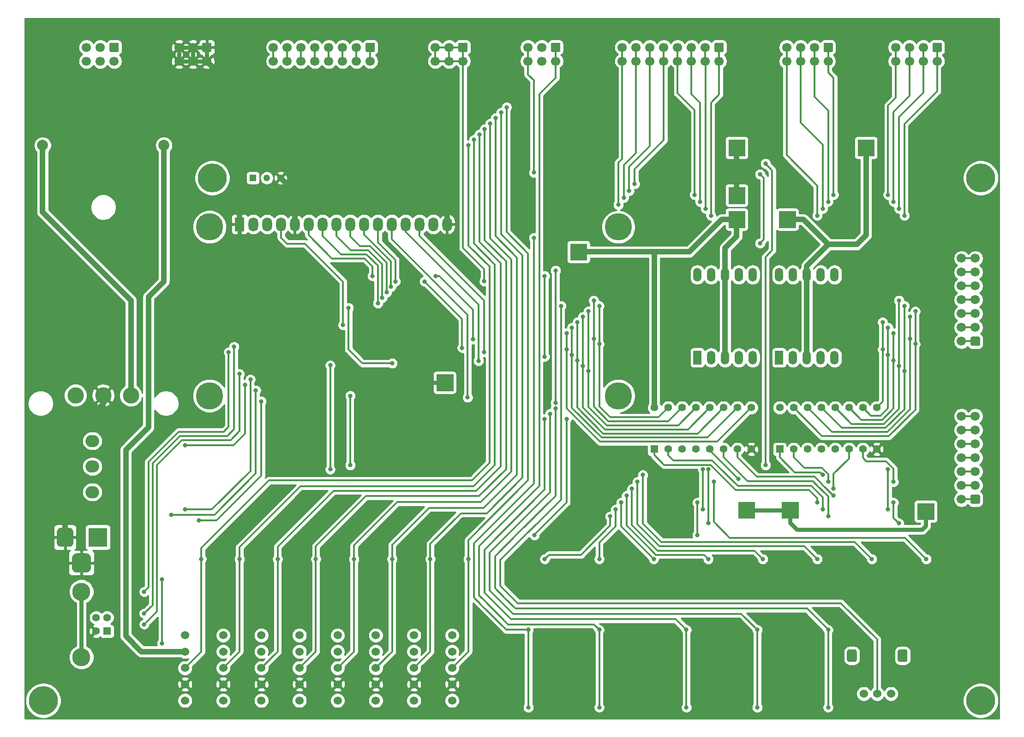
<source format=gbl>
G04 #@! TF.GenerationSoftware,KiCad,Pcbnew,(5.1.5)-3*
G04 #@! TF.CreationDate,2021-06-27T19:30:15+07:00*
G04 #@! TF.ProjectId,digitalSystemBoard,64696769-7461-46c5-9379-7374656d426f,rev?*
G04 #@! TF.SameCoordinates,Original*
G04 #@! TF.FileFunction,Copper,L2,Bot*
G04 #@! TF.FilePolarity,Positive*
%FSLAX46Y46*%
G04 Gerber Fmt 4.6, Leading zero omitted, Abs format (unit mm)*
G04 Created by KiCad (PCBNEW (5.1.5)-3) date 2021-06-27 19:30:15*
%MOMM*%
%LPD*%
G04 APERTURE LIST*
%ADD10C,0.100000*%
%ADD11C,3.000000*%
%ADD12C,0.750000*%
%ADD13C,1.248000*%
%ADD14R,1.248000X1.248000*%
%ADD15C,2.000000*%
%ADD16O,2.500000X2.250000*%
%ADD17C,5.000000*%
%ADD18O,1.800000X2.600000*%
%ADD19R,1.800000X2.600000*%
%ADD20R,1.524000X2.524000*%
%ADD21O,1.524000X2.524000*%
%ADD22C,1.700000*%
%ADD23C,1.397000*%
%ADD24R,1.397000X1.397000*%
%ADD25C,1.524000*%
%ADD26R,3.500000X3.500000*%
%ADD27C,5.300000*%
%ADD28R,1.408000X1.408000*%
%ADD29C,1.408000*%
%ADD30C,3.316000*%
%ADD31C,0.800000*%
%ADD32C,0.750000*%
%ADD33C,1.000000*%
%ADD34C,0.350000*%
%ADD35C,0.500000*%
%ADD36C,0.254000*%
G04 APERTURE END LIST*
D10*
G36*
X184500000Y-122500000D02*
G01*
X181500000Y-122500000D01*
X181500000Y-119500000D01*
X184500000Y-119500000D01*
X184500000Y-122500000D01*
G37*
X184500000Y-122500000D02*
X181500000Y-122500000D01*
X181500000Y-119500000D01*
X184500000Y-119500000D01*
X184500000Y-122500000D01*
G36*
X192500000Y-122500000D02*
G01*
X189500000Y-122500000D01*
X189500000Y-119500000D01*
X192500000Y-119500000D01*
X192500000Y-122500000D01*
G37*
X192500000Y-122500000D02*
X189500000Y-122500000D01*
X189500000Y-119500000D01*
X192500000Y-119500000D01*
X192500000Y-122500000D01*
G36*
X217410000Y-122750000D02*
G01*
X214410000Y-122750000D01*
X214410000Y-119750000D01*
X217410000Y-119750000D01*
X217410000Y-122750000D01*
G37*
X217410000Y-122750000D02*
X214410000Y-122750000D01*
X214410000Y-119750000D01*
X217410000Y-119750000D01*
X217410000Y-122750000D01*
G36*
X129160000Y-99080000D02*
G01*
X126160000Y-99080000D01*
X126160000Y-96080000D01*
X129160000Y-96080000D01*
X129160000Y-99080000D01*
G37*
X129160000Y-99080000D02*
X126160000Y-99080000D01*
X126160000Y-96080000D01*
X129160000Y-96080000D01*
X129160000Y-99080000D01*
G36*
X182720000Y-55960000D02*
G01*
X179720000Y-55960000D01*
X179720000Y-52960000D01*
X182720000Y-52960000D01*
X182720000Y-55960000D01*
G37*
X182720000Y-55960000D02*
X179720000Y-55960000D01*
X179720000Y-52960000D01*
X182720000Y-52960000D01*
X182720000Y-55960000D01*
G36*
X182720000Y-64700000D02*
G01*
X179720000Y-64700000D01*
X179720000Y-61700000D01*
X182720000Y-61700000D01*
X182720000Y-64700000D01*
G37*
X182720000Y-64700000D02*
X179720000Y-64700000D01*
X179720000Y-61700000D01*
X182720000Y-61700000D01*
X182720000Y-64700000D01*
G36*
X192010000Y-69110000D02*
G01*
X189010000Y-69110000D01*
X189010000Y-66110000D01*
X192010000Y-66110000D01*
X192010000Y-69110000D01*
G37*
X192010000Y-69110000D02*
X189010000Y-69110000D01*
X189010000Y-66110000D01*
X192010000Y-66110000D01*
X192010000Y-69110000D01*
G36*
X206450000Y-55960000D02*
G01*
X203450000Y-55960000D01*
X203450000Y-52960000D01*
X206450000Y-52960000D01*
X206450000Y-55960000D01*
G37*
X206450000Y-55960000D02*
X203450000Y-55960000D01*
X203450000Y-52960000D01*
X206450000Y-52960000D01*
X206450000Y-55960000D01*
G36*
X182720000Y-69110000D02*
G01*
X179720000Y-69110000D01*
X179720000Y-66110000D01*
X182720000Y-66110000D01*
X182720000Y-69110000D01*
G37*
X182720000Y-69110000D02*
X179720000Y-69110000D01*
X179720000Y-66110000D01*
X182720000Y-66110000D01*
X182720000Y-69110000D01*
G36*
X153710000Y-75070000D02*
G01*
X150710000Y-75070000D01*
X150710000Y-72070000D01*
X153710000Y-72070000D01*
X153710000Y-75070000D01*
G37*
X153710000Y-75070000D02*
X150710000Y-75070000D01*
X150710000Y-72070000D01*
X153710000Y-72070000D01*
X153710000Y-75070000D01*
D11*
X70080000Y-99920000D03*
X59920000Y-99920000D03*
X65000000Y-99920000D03*
D12*
X184000000Y-122000000D03*
X182000000Y-122000000D03*
X182000000Y-120000000D03*
X184000000Y-120000000D03*
X183000000Y-121000000D03*
X191000000Y-121000000D03*
X192000000Y-120000000D03*
X190000000Y-120000000D03*
X190000000Y-122000000D03*
X192000000Y-122000000D03*
X216910000Y-122250000D03*
X214910000Y-122250000D03*
X214910000Y-120250000D03*
X216910000Y-120250000D03*
X215910000Y-121250000D03*
X128660000Y-98580000D03*
X126660000Y-98580000D03*
X126660000Y-96580000D03*
X128660000Y-96580000D03*
X127660000Y-97580000D03*
X181220000Y-54460000D03*
X182220000Y-53460000D03*
X180220000Y-53460000D03*
X180220000Y-55460000D03*
X182220000Y-55460000D03*
X182220000Y-64200000D03*
X180220000Y-64200000D03*
X180220000Y-62200000D03*
X182220000Y-62200000D03*
X181220000Y-63200000D03*
X190510000Y-67610000D03*
X191510000Y-66610000D03*
X189510000Y-66610000D03*
X189510000Y-68610000D03*
X191510000Y-68610000D03*
X205950000Y-55460000D03*
X203950000Y-55460000D03*
X203950000Y-53460000D03*
X205950000Y-53460000D03*
X204950000Y-54460000D03*
X182220000Y-68610000D03*
X180220000Y-68610000D03*
X180220000Y-66610000D03*
X182220000Y-66610000D03*
X181220000Y-67610000D03*
X153210000Y-74570000D03*
X151210000Y-74570000D03*
X151210000Y-72570000D03*
X153210000Y-72570000D03*
X152210000Y-73570000D03*
D13*
X97540000Y-60000000D03*
X95000000Y-60000000D03*
D14*
X92460000Y-60000000D03*
D15*
X76125000Y-54000000D03*
X53875000Y-54000000D03*
D16*
X63000000Y-117700000D03*
X63000000Y-108300000D03*
X63000000Y-113000000D03*
D17*
X159500000Y-69000000D03*
X159500000Y-100000000D03*
X84500000Y-100000000D03*
X84500000Y-69000000D03*
D18*
X128100000Y-68500000D03*
X125560000Y-68500000D03*
X123020000Y-68500000D03*
X120480000Y-68500000D03*
X117940000Y-68500000D03*
X115400000Y-68500000D03*
X112860000Y-68500000D03*
X110320000Y-68500000D03*
X107780000Y-68500000D03*
X105240000Y-68500000D03*
X102700000Y-68500000D03*
X100160000Y-68500000D03*
X97620000Y-68500000D03*
X95080000Y-68500000D03*
X92540000Y-68500000D03*
D19*
X90000000Y-68500000D03*
D20*
X174000000Y-93000000D03*
D21*
X176540000Y-93000000D03*
X179080000Y-93000000D03*
X181620000Y-93000000D03*
X184160000Y-93000000D03*
X184160000Y-77760000D03*
X181620000Y-77760000D03*
X179080000Y-77760000D03*
X176540000Y-77760000D03*
X174000000Y-77760000D03*
D22*
X142920000Y-38540000D03*
X145460000Y-38540000D03*
X148000000Y-38540000D03*
X142920000Y-36000000D03*
X145460000Y-36000000D03*
G04 #@! TA.AperFunction,ComponentPad*
D10*
G36*
X148624504Y-35151204D02*
G01*
X148648773Y-35154804D01*
X148672571Y-35160765D01*
X148695671Y-35169030D01*
X148717849Y-35179520D01*
X148738893Y-35192133D01*
X148758598Y-35206747D01*
X148776777Y-35223223D01*
X148793253Y-35241402D01*
X148807867Y-35261107D01*
X148820480Y-35282151D01*
X148830970Y-35304329D01*
X148839235Y-35327429D01*
X148845196Y-35351227D01*
X148848796Y-35375496D01*
X148850000Y-35400000D01*
X148850000Y-36600000D01*
X148848796Y-36624504D01*
X148845196Y-36648773D01*
X148839235Y-36672571D01*
X148830970Y-36695671D01*
X148820480Y-36717849D01*
X148807867Y-36738893D01*
X148793253Y-36758598D01*
X148776777Y-36776777D01*
X148758598Y-36793253D01*
X148738893Y-36807867D01*
X148717849Y-36820480D01*
X148695671Y-36830970D01*
X148672571Y-36839235D01*
X148648773Y-36845196D01*
X148624504Y-36848796D01*
X148600000Y-36850000D01*
X147400000Y-36850000D01*
X147375496Y-36848796D01*
X147351227Y-36845196D01*
X147327429Y-36839235D01*
X147304329Y-36830970D01*
X147282151Y-36820480D01*
X147261107Y-36807867D01*
X147241402Y-36793253D01*
X147223223Y-36776777D01*
X147206747Y-36758598D01*
X147192133Y-36738893D01*
X147179520Y-36717849D01*
X147169030Y-36695671D01*
X147160765Y-36672571D01*
X147154804Y-36648773D01*
X147151204Y-36624504D01*
X147150000Y-36600000D01*
X147150000Y-35400000D01*
X147151204Y-35375496D01*
X147154804Y-35351227D01*
X147160765Y-35327429D01*
X147169030Y-35304329D01*
X147179520Y-35282151D01*
X147192133Y-35261107D01*
X147206747Y-35241402D01*
X147223223Y-35223223D01*
X147241402Y-35206747D01*
X147261107Y-35192133D01*
X147282151Y-35179520D01*
X147304329Y-35169030D01*
X147327429Y-35160765D01*
X147351227Y-35154804D01*
X147375496Y-35151204D01*
X147400000Y-35150000D01*
X148600000Y-35150000D01*
X148624504Y-35151204D01*
G37*
G04 #@! TD.AperFunction*
D23*
X166110000Y-102190000D03*
X168650000Y-102190000D03*
X183890000Y-109810000D03*
X173730000Y-102190000D03*
X176270000Y-102190000D03*
X178810000Y-102190000D03*
X181350000Y-102190000D03*
X183890000Y-102190000D03*
X181350000Y-109810000D03*
X178810000Y-109810000D03*
X176270000Y-109810000D03*
X171190000Y-102190000D03*
X173730000Y-109810000D03*
X171190000Y-109810000D03*
X168650000Y-109810000D03*
D24*
X166110000Y-109810000D03*
D25*
X129000000Y-144000000D03*
X129000000Y-156000000D03*
X129000000Y-147000000D03*
X129000000Y-153000000D03*
X129000000Y-150000000D03*
X80000000Y-144000000D03*
X80000000Y-156000000D03*
X80000000Y-147000000D03*
X80000000Y-153000000D03*
X80000000Y-150000000D03*
D22*
X78920000Y-38540000D03*
X81460000Y-38540000D03*
X84000000Y-38540000D03*
X78920000Y-36000000D03*
X81460000Y-36000000D03*
G04 #@! TA.AperFunction,ComponentPad*
D10*
G36*
X84624504Y-35151204D02*
G01*
X84648773Y-35154804D01*
X84672571Y-35160765D01*
X84695671Y-35169030D01*
X84717849Y-35179520D01*
X84738893Y-35192133D01*
X84758598Y-35206747D01*
X84776777Y-35223223D01*
X84793253Y-35241402D01*
X84807867Y-35261107D01*
X84820480Y-35282151D01*
X84830970Y-35304329D01*
X84839235Y-35327429D01*
X84845196Y-35351227D01*
X84848796Y-35375496D01*
X84850000Y-35400000D01*
X84850000Y-36600000D01*
X84848796Y-36624504D01*
X84845196Y-36648773D01*
X84839235Y-36672571D01*
X84830970Y-36695671D01*
X84820480Y-36717849D01*
X84807867Y-36738893D01*
X84793253Y-36758598D01*
X84776777Y-36776777D01*
X84758598Y-36793253D01*
X84738893Y-36807867D01*
X84717849Y-36820480D01*
X84695671Y-36830970D01*
X84672571Y-36839235D01*
X84648773Y-36845196D01*
X84624504Y-36848796D01*
X84600000Y-36850000D01*
X83400000Y-36850000D01*
X83375496Y-36848796D01*
X83351227Y-36845196D01*
X83327429Y-36839235D01*
X83304329Y-36830970D01*
X83282151Y-36820480D01*
X83261107Y-36807867D01*
X83241402Y-36793253D01*
X83223223Y-36776777D01*
X83206747Y-36758598D01*
X83192133Y-36738893D01*
X83179520Y-36717849D01*
X83169030Y-36695671D01*
X83160765Y-36672571D01*
X83154804Y-36648773D01*
X83151204Y-36624504D01*
X83150000Y-36600000D01*
X83150000Y-35400000D01*
X83151204Y-35375496D01*
X83154804Y-35351227D01*
X83160765Y-35327429D01*
X83169030Y-35304329D01*
X83179520Y-35282151D01*
X83192133Y-35261107D01*
X83206747Y-35241402D01*
X83223223Y-35223223D01*
X83241402Y-35206747D01*
X83261107Y-35192133D01*
X83282151Y-35179520D01*
X83304329Y-35169030D01*
X83327429Y-35160765D01*
X83351227Y-35154804D01*
X83375496Y-35151204D01*
X83400000Y-35150000D01*
X84600000Y-35150000D01*
X84624504Y-35151204D01*
G37*
G04 #@! TD.AperFunction*
D22*
X61920000Y-38540000D03*
X64460000Y-38540000D03*
X67000000Y-38540000D03*
X61920000Y-36000000D03*
X64460000Y-36000000D03*
G04 #@! TA.AperFunction,ComponentPad*
D10*
G36*
X67624504Y-35151204D02*
G01*
X67648773Y-35154804D01*
X67672571Y-35160765D01*
X67695671Y-35169030D01*
X67717849Y-35179520D01*
X67738893Y-35192133D01*
X67758598Y-35206747D01*
X67776777Y-35223223D01*
X67793253Y-35241402D01*
X67807867Y-35261107D01*
X67820480Y-35282151D01*
X67830970Y-35304329D01*
X67839235Y-35327429D01*
X67845196Y-35351227D01*
X67848796Y-35375496D01*
X67850000Y-35400000D01*
X67850000Y-36600000D01*
X67848796Y-36624504D01*
X67845196Y-36648773D01*
X67839235Y-36672571D01*
X67830970Y-36695671D01*
X67820480Y-36717849D01*
X67807867Y-36738893D01*
X67793253Y-36758598D01*
X67776777Y-36776777D01*
X67758598Y-36793253D01*
X67738893Y-36807867D01*
X67717849Y-36820480D01*
X67695671Y-36830970D01*
X67672571Y-36839235D01*
X67648773Y-36845196D01*
X67624504Y-36848796D01*
X67600000Y-36850000D01*
X66400000Y-36850000D01*
X66375496Y-36848796D01*
X66351227Y-36845196D01*
X66327429Y-36839235D01*
X66304329Y-36830970D01*
X66282151Y-36820480D01*
X66261107Y-36807867D01*
X66241402Y-36793253D01*
X66223223Y-36776777D01*
X66206747Y-36758598D01*
X66192133Y-36738893D01*
X66179520Y-36717849D01*
X66169030Y-36695671D01*
X66160765Y-36672571D01*
X66154804Y-36648773D01*
X66151204Y-36624504D01*
X66150000Y-36600000D01*
X66150000Y-35400000D01*
X66151204Y-35375496D01*
X66154804Y-35351227D01*
X66160765Y-35327429D01*
X66169030Y-35304329D01*
X66179520Y-35282151D01*
X66192133Y-35261107D01*
X66206747Y-35241402D01*
X66223223Y-35223223D01*
X66241402Y-35206747D01*
X66261107Y-35192133D01*
X66282151Y-35179520D01*
X66304329Y-35169030D01*
X66327429Y-35160765D01*
X66351227Y-35154804D01*
X66375496Y-35151204D01*
X66400000Y-35150000D01*
X67600000Y-35150000D01*
X67624504Y-35151204D01*
G37*
G04 #@! TD.AperFunction*
D22*
X125920000Y-38540000D03*
X128460000Y-38540000D03*
X131000000Y-38540000D03*
X125920000Y-36000000D03*
X128460000Y-36000000D03*
G04 #@! TA.AperFunction,ComponentPad*
D10*
G36*
X131624504Y-35151204D02*
G01*
X131648773Y-35154804D01*
X131672571Y-35160765D01*
X131695671Y-35169030D01*
X131717849Y-35179520D01*
X131738893Y-35192133D01*
X131758598Y-35206747D01*
X131776777Y-35223223D01*
X131793253Y-35241402D01*
X131807867Y-35261107D01*
X131820480Y-35282151D01*
X131830970Y-35304329D01*
X131839235Y-35327429D01*
X131845196Y-35351227D01*
X131848796Y-35375496D01*
X131850000Y-35400000D01*
X131850000Y-36600000D01*
X131848796Y-36624504D01*
X131845196Y-36648773D01*
X131839235Y-36672571D01*
X131830970Y-36695671D01*
X131820480Y-36717849D01*
X131807867Y-36738893D01*
X131793253Y-36758598D01*
X131776777Y-36776777D01*
X131758598Y-36793253D01*
X131738893Y-36807867D01*
X131717849Y-36820480D01*
X131695671Y-36830970D01*
X131672571Y-36839235D01*
X131648773Y-36845196D01*
X131624504Y-36848796D01*
X131600000Y-36850000D01*
X130400000Y-36850000D01*
X130375496Y-36848796D01*
X130351227Y-36845196D01*
X130327429Y-36839235D01*
X130304329Y-36830970D01*
X130282151Y-36820480D01*
X130261107Y-36807867D01*
X130241402Y-36793253D01*
X130223223Y-36776777D01*
X130206747Y-36758598D01*
X130192133Y-36738893D01*
X130179520Y-36717849D01*
X130169030Y-36695671D01*
X130160765Y-36672571D01*
X130154804Y-36648773D01*
X130151204Y-36624504D01*
X130150000Y-36600000D01*
X130150000Y-35400000D01*
X130151204Y-35375496D01*
X130154804Y-35351227D01*
X130160765Y-35327429D01*
X130169030Y-35304329D01*
X130179520Y-35282151D01*
X130192133Y-35261107D01*
X130206747Y-35241402D01*
X130223223Y-35223223D01*
X130241402Y-35206747D01*
X130261107Y-35192133D01*
X130282151Y-35179520D01*
X130304329Y-35169030D01*
X130327429Y-35160765D01*
X130351227Y-35154804D01*
X130375496Y-35151204D01*
X130400000Y-35150000D01*
X131600000Y-35150000D01*
X131624504Y-35151204D01*
G37*
G04 #@! TD.AperFunction*
D22*
X96220000Y-38540000D03*
X98760000Y-38540000D03*
X101300000Y-38540000D03*
X103840000Y-38540000D03*
X106380000Y-38540000D03*
X108920000Y-38540000D03*
X111460000Y-38540000D03*
X114000000Y-38540000D03*
X96220000Y-36000000D03*
X98760000Y-36000000D03*
X101300000Y-36000000D03*
X103840000Y-36000000D03*
X106380000Y-36000000D03*
X108920000Y-36000000D03*
X111460000Y-36000000D03*
G04 #@! TA.AperFunction,ComponentPad*
D10*
G36*
X114624504Y-35151204D02*
G01*
X114648773Y-35154804D01*
X114672571Y-35160765D01*
X114695671Y-35169030D01*
X114717849Y-35179520D01*
X114738893Y-35192133D01*
X114758598Y-35206747D01*
X114776777Y-35223223D01*
X114793253Y-35241402D01*
X114807867Y-35261107D01*
X114820480Y-35282151D01*
X114830970Y-35304329D01*
X114839235Y-35327429D01*
X114845196Y-35351227D01*
X114848796Y-35375496D01*
X114850000Y-35400000D01*
X114850000Y-36600000D01*
X114848796Y-36624504D01*
X114845196Y-36648773D01*
X114839235Y-36672571D01*
X114830970Y-36695671D01*
X114820480Y-36717849D01*
X114807867Y-36738893D01*
X114793253Y-36758598D01*
X114776777Y-36776777D01*
X114758598Y-36793253D01*
X114738893Y-36807867D01*
X114717849Y-36820480D01*
X114695671Y-36830970D01*
X114672571Y-36839235D01*
X114648773Y-36845196D01*
X114624504Y-36848796D01*
X114600000Y-36850000D01*
X113400000Y-36850000D01*
X113375496Y-36848796D01*
X113351227Y-36845196D01*
X113327429Y-36839235D01*
X113304329Y-36830970D01*
X113282151Y-36820480D01*
X113261107Y-36807867D01*
X113241402Y-36793253D01*
X113223223Y-36776777D01*
X113206747Y-36758598D01*
X113192133Y-36738893D01*
X113179520Y-36717849D01*
X113169030Y-36695671D01*
X113160765Y-36672571D01*
X113154804Y-36648773D01*
X113151204Y-36624504D01*
X113150000Y-36600000D01*
X113150000Y-35400000D01*
X113151204Y-35375496D01*
X113154804Y-35351227D01*
X113160765Y-35327429D01*
X113169030Y-35304329D01*
X113179520Y-35282151D01*
X113192133Y-35261107D01*
X113206747Y-35241402D01*
X113223223Y-35223223D01*
X113241402Y-35206747D01*
X113261107Y-35192133D01*
X113282151Y-35179520D01*
X113304329Y-35169030D01*
X113327429Y-35160765D01*
X113351227Y-35154804D01*
X113375496Y-35151204D01*
X113400000Y-35150000D01*
X114600000Y-35150000D01*
X114624504Y-35151204D01*
G37*
G04 #@! TD.AperFunction*
D22*
X222460000Y-103760000D03*
X222460000Y-106300000D03*
X222460000Y-108840000D03*
X222460000Y-111380000D03*
X222460000Y-113920000D03*
X222460000Y-116460000D03*
X222460000Y-119000000D03*
X225000000Y-103760000D03*
X225000000Y-106300000D03*
X225000000Y-108840000D03*
X225000000Y-111380000D03*
X225000000Y-113920000D03*
X225000000Y-116460000D03*
G04 #@! TA.AperFunction,ComponentPad*
D10*
G36*
X225624504Y-118151204D02*
G01*
X225648773Y-118154804D01*
X225672571Y-118160765D01*
X225695671Y-118169030D01*
X225717849Y-118179520D01*
X225738893Y-118192133D01*
X225758598Y-118206747D01*
X225776777Y-118223223D01*
X225793253Y-118241402D01*
X225807867Y-118261107D01*
X225820480Y-118282151D01*
X225830970Y-118304329D01*
X225839235Y-118327429D01*
X225845196Y-118351227D01*
X225848796Y-118375496D01*
X225850000Y-118400000D01*
X225850000Y-119600000D01*
X225848796Y-119624504D01*
X225845196Y-119648773D01*
X225839235Y-119672571D01*
X225830970Y-119695671D01*
X225820480Y-119717849D01*
X225807867Y-119738893D01*
X225793253Y-119758598D01*
X225776777Y-119776777D01*
X225758598Y-119793253D01*
X225738893Y-119807867D01*
X225717849Y-119820480D01*
X225695671Y-119830970D01*
X225672571Y-119839235D01*
X225648773Y-119845196D01*
X225624504Y-119848796D01*
X225600000Y-119850000D01*
X224400000Y-119850000D01*
X224375496Y-119848796D01*
X224351227Y-119845196D01*
X224327429Y-119839235D01*
X224304329Y-119830970D01*
X224282151Y-119820480D01*
X224261107Y-119807867D01*
X224241402Y-119793253D01*
X224223223Y-119776777D01*
X224206747Y-119758598D01*
X224192133Y-119738893D01*
X224179520Y-119717849D01*
X224169030Y-119695671D01*
X224160765Y-119672571D01*
X224154804Y-119648773D01*
X224151204Y-119624504D01*
X224150000Y-119600000D01*
X224150000Y-118400000D01*
X224151204Y-118375496D01*
X224154804Y-118351227D01*
X224160765Y-118327429D01*
X224169030Y-118304329D01*
X224179520Y-118282151D01*
X224192133Y-118261107D01*
X224206747Y-118241402D01*
X224223223Y-118223223D01*
X224241402Y-118206747D01*
X224261107Y-118192133D01*
X224282151Y-118179520D01*
X224304329Y-118169030D01*
X224327429Y-118160765D01*
X224351227Y-118154804D01*
X224375496Y-118151204D01*
X224400000Y-118150000D01*
X225600000Y-118150000D01*
X225624504Y-118151204D01*
G37*
G04 #@! TD.AperFunction*
D22*
X222460000Y-74760000D03*
X222460000Y-77300000D03*
X222460000Y-79840000D03*
X222460000Y-82380000D03*
X222460000Y-84920000D03*
X222460000Y-87460000D03*
X222460000Y-90000000D03*
X225000000Y-74760000D03*
X225000000Y-77300000D03*
X225000000Y-79840000D03*
X225000000Y-82380000D03*
X225000000Y-84920000D03*
X225000000Y-87460000D03*
G04 #@! TA.AperFunction,ComponentPad*
D10*
G36*
X225624504Y-89151204D02*
G01*
X225648773Y-89154804D01*
X225672571Y-89160765D01*
X225695671Y-89169030D01*
X225717849Y-89179520D01*
X225738893Y-89192133D01*
X225758598Y-89206747D01*
X225776777Y-89223223D01*
X225793253Y-89241402D01*
X225807867Y-89261107D01*
X225820480Y-89282151D01*
X225830970Y-89304329D01*
X225839235Y-89327429D01*
X225845196Y-89351227D01*
X225848796Y-89375496D01*
X225850000Y-89400000D01*
X225850000Y-90600000D01*
X225848796Y-90624504D01*
X225845196Y-90648773D01*
X225839235Y-90672571D01*
X225830970Y-90695671D01*
X225820480Y-90717849D01*
X225807867Y-90738893D01*
X225793253Y-90758598D01*
X225776777Y-90776777D01*
X225758598Y-90793253D01*
X225738893Y-90807867D01*
X225717849Y-90820480D01*
X225695671Y-90830970D01*
X225672571Y-90839235D01*
X225648773Y-90845196D01*
X225624504Y-90848796D01*
X225600000Y-90850000D01*
X224400000Y-90850000D01*
X224375496Y-90848796D01*
X224351227Y-90845196D01*
X224327429Y-90839235D01*
X224304329Y-90830970D01*
X224282151Y-90820480D01*
X224261107Y-90807867D01*
X224241402Y-90793253D01*
X224223223Y-90776777D01*
X224206747Y-90758598D01*
X224192133Y-90738893D01*
X224179520Y-90717849D01*
X224169030Y-90695671D01*
X224160765Y-90672571D01*
X224154804Y-90648773D01*
X224151204Y-90624504D01*
X224150000Y-90600000D01*
X224150000Y-89400000D01*
X224151204Y-89375496D01*
X224154804Y-89351227D01*
X224160765Y-89327429D01*
X224169030Y-89304329D01*
X224179520Y-89282151D01*
X224192133Y-89261107D01*
X224206747Y-89241402D01*
X224223223Y-89223223D01*
X224241402Y-89206747D01*
X224261107Y-89192133D01*
X224282151Y-89179520D01*
X224304329Y-89169030D01*
X224327429Y-89160765D01*
X224351227Y-89154804D01*
X224375496Y-89151204D01*
X224400000Y-89150000D01*
X225600000Y-89150000D01*
X225624504Y-89151204D01*
G37*
G04 #@! TD.AperFunction*
D22*
X160220000Y-38540000D03*
X162760000Y-38540000D03*
X165300000Y-38540000D03*
X167840000Y-38540000D03*
X170380000Y-38540000D03*
X172920000Y-38540000D03*
X175460000Y-38540000D03*
X178000000Y-38540000D03*
X160220000Y-36000000D03*
X162760000Y-36000000D03*
X165300000Y-36000000D03*
X167840000Y-36000000D03*
X170380000Y-36000000D03*
X172920000Y-36000000D03*
X175460000Y-36000000D03*
G04 #@! TA.AperFunction,ComponentPad*
D10*
G36*
X178624504Y-35151204D02*
G01*
X178648773Y-35154804D01*
X178672571Y-35160765D01*
X178695671Y-35169030D01*
X178717849Y-35179520D01*
X178738893Y-35192133D01*
X178758598Y-35206747D01*
X178776777Y-35223223D01*
X178793253Y-35241402D01*
X178807867Y-35261107D01*
X178820480Y-35282151D01*
X178830970Y-35304329D01*
X178839235Y-35327429D01*
X178845196Y-35351227D01*
X178848796Y-35375496D01*
X178850000Y-35400000D01*
X178850000Y-36600000D01*
X178848796Y-36624504D01*
X178845196Y-36648773D01*
X178839235Y-36672571D01*
X178830970Y-36695671D01*
X178820480Y-36717849D01*
X178807867Y-36738893D01*
X178793253Y-36758598D01*
X178776777Y-36776777D01*
X178758598Y-36793253D01*
X178738893Y-36807867D01*
X178717849Y-36820480D01*
X178695671Y-36830970D01*
X178672571Y-36839235D01*
X178648773Y-36845196D01*
X178624504Y-36848796D01*
X178600000Y-36850000D01*
X177400000Y-36850000D01*
X177375496Y-36848796D01*
X177351227Y-36845196D01*
X177327429Y-36839235D01*
X177304329Y-36830970D01*
X177282151Y-36820480D01*
X177261107Y-36807867D01*
X177241402Y-36793253D01*
X177223223Y-36776777D01*
X177206747Y-36758598D01*
X177192133Y-36738893D01*
X177179520Y-36717849D01*
X177169030Y-36695671D01*
X177160765Y-36672571D01*
X177154804Y-36648773D01*
X177151204Y-36624504D01*
X177150000Y-36600000D01*
X177150000Y-35400000D01*
X177151204Y-35375496D01*
X177154804Y-35351227D01*
X177160765Y-35327429D01*
X177169030Y-35304329D01*
X177179520Y-35282151D01*
X177192133Y-35261107D01*
X177206747Y-35241402D01*
X177223223Y-35223223D01*
X177241402Y-35206747D01*
X177261107Y-35192133D01*
X177282151Y-35179520D01*
X177304329Y-35169030D01*
X177327429Y-35160765D01*
X177351227Y-35154804D01*
X177375496Y-35151204D01*
X177400000Y-35150000D01*
X178600000Y-35150000D01*
X178624504Y-35151204D01*
G37*
G04 #@! TD.AperFunction*
D22*
X190380000Y-38540000D03*
X192920000Y-38540000D03*
X195460000Y-38540000D03*
X198000000Y-38540000D03*
X190380000Y-36000000D03*
X192920000Y-36000000D03*
X195460000Y-36000000D03*
G04 #@! TA.AperFunction,ComponentPad*
D10*
G36*
X198624504Y-35151204D02*
G01*
X198648773Y-35154804D01*
X198672571Y-35160765D01*
X198695671Y-35169030D01*
X198717849Y-35179520D01*
X198738893Y-35192133D01*
X198758598Y-35206747D01*
X198776777Y-35223223D01*
X198793253Y-35241402D01*
X198807867Y-35261107D01*
X198820480Y-35282151D01*
X198830970Y-35304329D01*
X198839235Y-35327429D01*
X198845196Y-35351227D01*
X198848796Y-35375496D01*
X198850000Y-35400000D01*
X198850000Y-36600000D01*
X198848796Y-36624504D01*
X198845196Y-36648773D01*
X198839235Y-36672571D01*
X198830970Y-36695671D01*
X198820480Y-36717849D01*
X198807867Y-36738893D01*
X198793253Y-36758598D01*
X198776777Y-36776777D01*
X198758598Y-36793253D01*
X198738893Y-36807867D01*
X198717849Y-36820480D01*
X198695671Y-36830970D01*
X198672571Y-36839235D01*
X198648773Y-36845196D01*
X198624504Y-36848796D01*
X198600000Y-36850000D01*
X197400000Y-36850000D01*
X197375496Y-36848796D01*
X197351227Y-36845196D01*
X197327429Y-36839235D01*
X197304329Y-36830970D01*
X197282151Y-36820480D01*
X197261107Y-36807867D01*
X197241402Y-36793253D01*
X197223223Y-36776777D01*
X197206747Y-36758598D01*
X197192133Y-36738893D01*
X197179520Y-36717849D01*
X197169030Y-36695671D01*
X197160765Y-36672571D01*
X197154804Y-36648773D01*
X197151204Y-36624504D01*
X197150000Y-36600000D01*
X197150000Y-35400000D01*
X197151204Y-35375496D01*
X197154804Y-35351227D01*
X197160765Y-35327429D01*
X197169030Y-35304329D01*
X197179520Y-35282151D01*
X197192133Y-35261107D01*
X197206747Y-35241402D01*
X197223223Y-35223223D01*
X197241402Y-35206747D01*
X197261107Y-35192133D01*
X197282151Y-35179520D01*
X197304329Y-35169030D01*
X197327429Y-35160765D01*
X197351227Y-35154804D01*
X197375496Y-35151204D01*
X197400000Y-35150000D01*
X198600000Y-35150000D01*
X198624504Y-35151204D01*
G37*
G04 #@! TD.AperFunction*
D22*
X210380000Y-38540000D03*
X212920000Y-38540000D03*
X215460000Y-38540000D03*
X218000000Y-38540000D03*
X210380000Y-36000000D03*
X212920000Y-36000000D03*
X215460000Y-36000000D03*
G04 #@! TA.AperFunction,ComponentPad*
D10*
G36*
X218624504Y-35151204D02*
G01*
X218648773Y-35154804D01*
X218672571Y-35160765D01*
X218695671Y-35169030D01*
X218717849Y-35179520D01*
X218738893Y-35192133D01*
X218758598Y-35206747D01*
X218776777Y-35223223D01*
X218793253Y-35241402D01*
X218807867Y-35261107D01*
X218820480Y-35282151D01*
X218830970Y-35304329D01*
X218839235Y-35327429D01*
X218845196Y-35351227D01*
X218848796Y-35375496D01*
X218850000Y-35400000D01*
X218850000Y-36600000D01*
X218848796Y-36624504D01*
X218845196Y-36648773D01*
X218839235Y-36672571D01*
X218830970Y-36695671D01*
X218820480Y-36717849D01*
X218807867Y-36738893D01*
X218793253Y-36758598D01*
X218776777Y-36776777D01*
X218758598Y-36793253D01*
X218738893Y-36807867D01*
X218717849Y-36820480D01*
X218695671Y-36830970D01*
X218672571Y-36839235D01*
X218648773Y-36845196D01*
X218624504Y-36848796D01*
X218600000Y-36850000D01*
X217400000Y-36850000D01*
X217375496Y-36848796D01*
X217351227Y-36845196D01*
X217327429Y-36839235D01*
X217304329Y-36830970D01*
X217282151Y-36820480D01*
X217261107Y-36807867D01*
X217241402Y-36793253D01*
X217223223Y-36776777D01*
X217206747Y-36758598D01*
X217192133Y-36738893D01*
X217179520Y-36717849D01*
X217169030Y-36695671D01*
X217160765Y-36672571D01*
X217154804Y-36648773D01*
X217151204Y-36624504D01*
X217150000Y-36600000D01*
X217150000Y-35400000D01*
X217151204Y-35375496D01*
X217154804Y-35351227D01*
X217160765Y-35327429D01*
X217169030Y-35304329D01*
X217179520Y-35282151D01*
X217192133Y-35261107D01*
X217206747Y-35241402D01*
X217223223Y-35223223D01*
X217241402Y-35206747D01*
X217261107Y-35192133D01*
X217282151Y-35179520D01*
X217304329Y-35169030D01*
X217327429Y-35160765D01*
X217351227Y-35154804D01*
X217375496Y-35151204D01*
X217400000Y-35150000D01*
X218600000Y-35150000D01*
X218624504Y-35151204D01*
G37*
G04 #@! TD.AperFunction*
G04 #@! TA.AperFunction,ComponentPad*
G36*
X61960765Y-128954213D02*
G01*
X62045704Y-128966813D01*
X62128999Y-128987677D01*
X62209848Y-129016605D01*
X62287472Y-129053319D01*
X62361124Y-129097464D01*
X62430094Y-129148616D01*
X62493718Y-129206282D01*
X62551384Y-129269906D01*
X62602536Y-129338876D01*
X62646681Y-129412528D01*
X62683395Y-129490152D01*
X62712323Y-129571001D01*
X62733187Y-129654296D01*
X62745787Y-129739235D01*
X62750000Y-129825000D01*
X62750000Y-131575000D01*
X62745787Y-131660765D01*
X62733187Y-131745704D01*
X62712323Y-131828999D01*
X62683395Y-131909848D01*
X62646681Y-131987472D01*
X62602536Y-132061124D01*
X62551384Y-132130094D01*
X62493718Y-132193718D01*
X62430094Y-132251384D01*
X62361124Y-132302536D01*
X62287472Y-132346681D01*
X62209848Y-132383395D01*
X62128999Y-132412323D01*
X62045704Y-132433187D01*
X61960765Y-132445787D01*
X61875000Y-132450000D01*
X60125000Y-132450000D01*
X60039235Y-132445787D01*
X59954296Y-132433187D01*
X59871001Y-132412323D01*
X59790152Y-132383395D01*
X59712528Y-132346681D01*
X59638876Y-132302536D01*
X59569906Y-132251384D01*
X59506282Y-132193718D01*
X59448616Y-132130094D01*
X59397464Y-132061124D01*
X59353319Y-131987472D01*
X59316605Y-131909848D01*
X59287677Y-131828999D01*
X59266813Y-131745704D01*
X59254213Y-131660765D01*
X59250000Y-131575000D01*
X59250000Y-129825000D01*
X59254213Y-129739235D01*
X59266813Y-129654296D01*
X59287677Y-129571001D01*
X59316605Y-129490152D01*
X59353319Y-129412528D01*
X59397464Y-129338876D01*
X59448616Y-129269906D01*
X59506282Y-129206282D01*
X59569906Y-129148616D01*
X59638876Y-129097464D01*
X59712528Y-129053319D01*
X59790152Y-129016605D01*
X59871001Y-128987677D01*
X59954296Y-128966813D01*
X60039235Y-128954213D01*
X60125000Y-128950000D01*
X61875000Y-128950000D01*
X61960765Y-128954213D01*
G37*
G04 #@! TD.AperFunction*
G04 #@! TA.AperFunction,ComponentPad*
G36*
X58823513Y-124253611D02*
G01*
X58896318Y-124264411D01*
X58967714Y-124282295D01*
X59037013Y-124307090D01*
X59103548Y-124338559D01*
X59166678Y-124376398D01*
X59225795Y-124420242D01*
X59280330Y-124469670D01*
X59329758Y-124524205D01*
X59373602Y-124583322D01*
X59411441Y-124646452D01*
X59442910Y-124712987D01*
X59467705Y-124782286D01*
X59485589Y-124853682D01*
X59496389Y-124926487D01*
X59500000Y-125000000D01*
X59500000Y-127000000D01*
X59496389Y-127073513D01*
X59485589Y-127146318D01*
X59467705Y-127217714D01*
X59442910Y-127287013D01*
X59411441Y-127353548D01*
X59373602Y-127416678D01*
X59329758Y-127475795D01*
X59280330Y-127530330D01*
X59225795Y-127579758D01*
X59166678Y-127623602D01*
X59103548Y-127661441D01*
X59037013Y-127692910D01*
X58967714Y-127717705D01*
X58896318Y-127735589D01*
X58823513Y-127746389D01*
X58750000Y-127750000D01*
X57250000Y-127750000D01*
X57176487Y-127746389D01*
X57103682Y-127735589D01*
X57032286Y-127717705D01*
X56962987Y-127692910D01*
X56896452Y-127661441D01*
X56833322Y-127623602D01*
X56774205Y-127579758D01*
X56719670Y-127530330D01*
X56670242Y-127475795D01*
X56626398Y-127416678D01*
X56588559Y-127353548D01*
X56557090Y-127287013D01*
X56532295Y-127217714D01*
X56514411Y-127146318D01*
X56503611Y-127073513D01*
X56500000Y-127000000D01*
X56500000Y-125000000D01*
X56503611Y-124926487D01*
X56514411Y-124853682D01*
X56532295Y-124782286D01*
X56557090Y-124712987D01*
X56588559Y-124646452D01*
X56626398Y-124583322D01*
X56670242Y-124524205D01*
X56719670Y-124469670D01*
X56774205Y-124420242D01*
X56833322Y-124376398D01*
X56896452Y-124338559D01*
X56962987Y-124307090D01*
X57032286Y-124282295D01*
X57103682Y-124264411D01*
X57176487Y-124253611D01*
X57250000Y-124250000D01*
X58750000Y-124250000D01*
X58823513Y-124253611D01*
G37*
G04 #@! TD.AperFunction*
D26*
X64000000Y-126000000D03*
D25*
X87000000Y-144000000D03*
X87000000Y-156000000D03*
X87000000Y-147000000D03*
X87000000Y-153000000D03*
X87000000Y-150000000D03*
X94000000Y-144000000D03*
X94000000Y-156000000D03*
X94000000Y-147000000D03*
X94000000Y-153000000D03*
X94000000Y-150000000D03*
X101000000Y-144000000D03*
X101000000Y-156000000D03*
X101000000Y-147000000D03*
X101000000Y-153000000D03*
X101000000Y-150000000D03*
X108000000Y-144000000D03*
X108000000Y-156000000D03*
X108000000Y-147000000D03*
X108000000Y-153000000D03*
X108000000Y-150000000D03*
X115000000Y-144000000D03*
X115000000Y-156000000D03*
X115000000Y-147000000D03*
X115000000Y-153000000D03*
X115000000Y-150000000D03*
X122000000Y-144000000D03*
X122000000Y-156000000D03*
X122000000Y-147000000D03*
X122000000Y-153000000D03*
X122000000Y-150000000D03*
G04 #@! TA.AperFunction,WasherPad*
D10*
G36*
X212144108Y-146592167D02*
G01*
X212187791Y-146598647D01*
X212230628Y-146609377D01*
X212272208Y-146624254D01*
X212312129Y-146643135D01*
X212350007Y-146665839D01*
X212385477Y-146692145D01*
X212418198Y-146721802D01*
X212447855Y-146754523D01*
X212474161Y-146789993D01*
X212496865Y-146827871D01*
X212515746Y-146867792D01*
X212530623Y-146909372D01*
X212541353Y-146952209D01*
X212547833Y-146995892D01*
X212550000Y-147040000D01*
X212550000Y-148440000D01*
X212547833Y-148484108D01*
X212541353Y-148527791D01*
X212530623Y-148570628D01*
X212515746Y-148612208D01*
X212496865Y-148652129D01*
X212474161Y-148690007D01*
X212447855Y-148725477D01*
X212418198Y-148758198D01*
X212385477Y-148787855D01*
X212350007Y-148814161D01*
X212312129Y-148836865D01*
X212272208Y-148855746D01*
X212230628Y-148870623D01*
X212187791Y-148881353D01*
X212144108Y-148887833D01*
X212100000Y-148890000D01*
X211200000Y-148890000D01*
X211155892Y-148887833D01*
X211112209Y-148881353D01*
X211069372Y-148870623D01*
X211027792Y-148855746D01*
X210987871Y-148836865D01*
X210949993Y-148814161D01*
X210914523Y-148787855D01*
X210881802Y-148758198D01*
X210852145Y-148725477D01*
X210825839Y-148690007D01*
X210803135Y-148652129D01*
X210784254Y-148612208D01*
X210769377Y-148570628D01*
X210758647Y-148527791D01*
X210752167Y-148484108D01*
X210750000Y-148440000D01*
X210750000Y-147040000D01*
X210752167Y-146995892D01*
X210758647Y-146952209D01*
X210769377Y-146909372D01*
X210784254Y-146867792D01*
X210803135Y-146827871D01*
X210825839Y-146789993D01*
X210852145Y-146754523D01*
X210881802Y-146721802D01*
X210914523Y-146692145D01*
X210949993Y-146665839D01*
X210987871Y-146643135D01*
X211027792Y-146624254D01*
X211069372Y-146609377D01*
X211112209Y-146598647D01*
X211155892Y-146592167D01*
X211200000Y-146590000D01*
X212100000Y-146590000D01*
X212144108Y-146592167D01*
G37*
G04 #@! TD.AperFunction*
G04 #@! TA.AperFunction,WasherPad*
G36*
X202844108Y-146592167D02*
G01*
X202887791Y-146598647D01*
X202930628Y-146609377D01*
X202972208Y-146624254D01*
X203012129Y-146643135D01*
X203050007Y-146665839D01*
X203085477Y-146692145D01*
X203118198Y-146721802D01*
X203147855Y-146754523D01*
X203174161Y-146789993D01*
X203196865Y-146827871D01*
X203215746Y-146867792D01*
X203230623Y-146909372D01*
X203241353Y-146952209D01*
X203247833Y-146995892D01*
X203250000Y-147040000D01*
X203250000Y-148440000D01*
X203247833Y-148484108D01*
X203241353Y-148527791D01*
X203230623Y-148570628D01*
X203215746Y-148612208D01*
X203196865Y-148652129D01*
X203174161Y-148690007D01*
X203147855Y-148725477D01*
X203118198Y-148758198D01*
X203085477Y-148787855D01*
X203050007Y-148814161D01*
X203012129Y-148836865D01*
X202972208Y-148855746D01*
X202930628Y-148870623D01*
X202887791Y-148881353D01*
X202844108Y-148887833D01*
X202800000Y-148890000D01*
X201900000Y-148890000D01*
X201855892Y-148887833D01*
X201812209Y-148881353D01*
X201769372Y-148870623D01*
X201727792Y-148855746D01*
X201687871Y-148836865D01*
X201649993Y-148814161D01*
X201614523Y-148787855D01*
X201581802Y-148758198D01*
X201552145Y-148725477D01*
X201525839Y-148690007D01*
X201503135Y-148652129D01*
X201484254Y-148612208D01*
X201469377Y-148570628D01*
X201458647Y-148527791D01*
X201452167Y-148484108D01*
X201450000Y-148440000D01*
X201450000Y-147040000D01*
X201452167Y-146995892D01*
X201458647Y-146952209D01*
X201469377Y-146909372D01*
X201484254Y-146867792D01*
X201503135Y-146827871D01*
X201525839Y-146789993D01*
X201552145Y-146754523D01*
X201581802Y-146721802D01*
X201614523Y-146692145D01*
X201649993Y-146665839D01*
X201687871Y-146643135D01*
X201727792Y-146624254D01*
X201769372Y-146609377D01*
X201812209Y-146598647D01*
X201855892Y-146592167D01*
X201900000Y-146590000D01*
X202800000Y-146590000D01*
X202844108Y-146592167D01*
G37*
G04 #@! TD.AperFunction*
D25*
X207000000Y-154740000D03*
X204540000Y-154740000D03*
X209540000Y-154740000D03*
D27*
X226000000Y-60000000D03*
X85000000Y-60000000D03*
X226000000Y-156000000D03*
X54000000Y-156000000D03*
D23*
X189110000Y-102190000D03*
X191650000Y-102190000D03*
X206890000Y-109810000D03*
X196730000Y-102190000D03*
X199270000Y-102190000D03*
X201810000Y-102190000D03*
X204350000Y-102190000D03*
X206890000Y-102190000D03*
X204350000Y-109810000D03*
X201810000Y-109810000D03*
X199270000Y-109810000D03*
X194190000Y-102190000D03*
X196730000Y-109810000D03*
X194190000Y-109810000D03*
X191650000Y-109810000D03*
D24*
X189110000Y-109810000D03*
D20*
X189000000Y-93000000D03*
D21*
X191540000Y-93000000D03*
X194080000Y-93000000D03*
X196620000Y-93000000D03*
X199160000Y-93000000D03*
X199160000Y-77760000D03*
X196620000Y-77760000D03*
X194080000Y-77760000D03*
X191540000Y-77760000D03*
X189000000Y-77760000D03*
D28*
X65700000Y-143250000D03*
D29*
X65700000Y-140750000D03*
X63700000Y-140750000D03*
X63700000Y-143250000D03*
D30*
X61000000Y-135980000D03*
X61000000Y-148020000D03*
D31*
X100500000Y-81000000D03*
X100500000Y-85000000D03*
X100500000Y-89000000D03*
X100500000Y-93000000D03*
X99500000Y-93000000D03*
X99500000Y-81000000D03*
X99500000Y-85000000D03*
X99500000Y-89000000D03*
X123940000Y-79000000D03*
X134900000Y-78970000D03*
X130850000Y-91200000D03*
X156000000Y-157250000D03*
X156000000Y-143000000D03*
X172000000Y-157250000D03*
X146000000Y-104300000D03*
X172000000Y-143000000D03*
X185000000Y-157250000D03*
X147000000Y-103300000D03*
X185000000Y-143000000D03*
X198000000Y-157250000D03*
X148000000Y-102300000D03*
X198000000Y-143000000D03*
X94000000Y-101016070D03*
X82540000Y-122900000D03*
X75787500Y-133750000D03*
X75787500Y-145475000D03*
X110000000Y-83856080D03*
X118010000Y-94040000D03*
X90000000Y-96000000D03*
X72500000Y-142000000D03*
X181500000Y-115300000D03*
X134850000Y-92000000D03*
X133850000Y-93600000D03*
X131850000Y-100300000D03*
X118600000Y-79000000D03*
X117800000Y-80000000D03*
X117000000Y-81000000D03*
X116200000Y-82000000D03*
X115400000Y-83000000D03*
X126000000Y-78000000D03*
X114400000Y-78000000D03*
X132850000Y-89600000D03*
X109000000Y-87000000D03*
X212000000Y-66905000D03*
X211000000Y-65635000D03*
X210000000Y-64365000D03*
X209000000Y-63095000D03*
X213000000Y-85500000D03*
X213000000Y-89500000D03*
X214000000Y-84500000D03*
X214000000Y-90500000D03*
X208000000Y-86500000D03*
X208000000Y-91500000D03*
X209000000Y-87500000D03*
X209000000Y-92500000D03*
X210000000Y-88500000D03*
X210000000Y-93500000D03*
X211000000Y-82500000D03*
X211000000Y-94500000D03*
X212000000Y-83500000D03*
X212000000Y-95500000D03*
X199000000Y-63095000D03*
X198000000Y-64365000D03*
X197000000Y-65635000D03*
X196000000Y-66905000D03*
X155000000Y-82500000D03*
X155000000Y-89500000D03*
X156000000Y-83500000D03*
X156000000Y-90500000D03*
X150000000Y-88500000D03*
X150000000Y-91500000D03*
X151000000Y-87500000D03*
X151000000Y-92500000D03*
X152000000Y-86500000D03*
X152000000Y-93500000D03*
X153000000Y-85500000D03*
X153000000Y-94500000D03*
X154000000Y-84500000D03*
X154000000Y-95500000D03*
X159500000Y-64905000D03*
X160500000Y-63635000D03*
X176500000Y-66905000D03*
X175500000Y-65635000D03*
X174500000Y-64365000D03*
X162500000Y-61095000D03*
X161500000Y-62365000D03*
X173500000Y-63095000D03*
X132000000Y-54000000D03*
X83000000Y-130000000D03*
X133000000Y-53000000D03*
X90000000Y-130000000D03*
X139000000Y-47000000D03*
X132000000Y-130000000D03*
X138000000Y-48000000D03*
X125000000Y-130000000D03*
X137000000Y-49000000D03*
X118000000Y-130000000D03*
X135000000Y-51000000D03*
X104000000Y-130000000D03*
X134000000Y-52000000D03*
X97000000Y-130000000D03*
X136000000Y-50000000D03*
X111000000Y-130000000D03*
X144000000Y-59000000D03*
X177000000Y-115825000D03*
X216000000Y-130000000D03*
X206000000Y-130000000D03*
X164000000Y-114555000D03*
X196000000Y-130000000D03*
X163000000Y-115825000D03*
X176000000Y-130000000D03*
X161000000Y-118365000D03*
X162000000Y-117095000D03*
X186000000Y-130000000D03*
X160000000Y-119635000D03*
X166000000Y-130000000D03*
X159000000Y-120905000D03*
X156000000Y-130000000D03*
X146000000Y-130000000D03*
X158000000Y-122175000D03*
X72500000Y-136000000D03*
X88000000Y-92000000D03*
X89000000Y-91000000D03*
X72500000Y-140000000D03*
X210000000Y-115825000D03*
X198000000Y-115825000D03*
X199000000Y-117095000D03*
X197000000Y-114555000D03*
X199000000Y-118365000D03*
X198000000Y-122175000D03*
X197000000Y-120905000D03*
X196000000Y-119635000D03*
X149000000Y-83500000D03*
X146000000Y-78000000D03*
X185500000Y-71990000D03*
X146000000Y-92800000D03*
X185500000Y-59316080D03*
X148000000Y-77000000D03*
X148000000Y-101300000D03*
X209000000Y-120905000D03*
X209000000Y-113540000D03*
X175000000Y-120905000D03*
X175000000Y-113540000D03*
X186500000Y-57360000D03*
X110300000Y-100000000D03*
X110310000Y-112740000D03*
X186500000Y-112740000D03*
X93000000Y-99000000D03*
X77460000Y-121900000D03*
X91000000Y-98000000D03*
X80000000Y-109100000D03*
X92000000Y-97000000D03*
X80000000Y-120900000D03*
X211000000Y-123445000D03*
X174000000Y-125595000D03*
X150000000Y-104300000D03*
X210000000Y-119635000D03*
X174000000Y-119635000D03*
X144125000Y-125595000D03*
X106650000Y-113540000D03*
X106650000Y-94400000D03*
X143000000Y-157250000D03*
X143000000Y-143000000D03*
X144000000Y-71000000D03*
X176000000Y-113540000D03*
X176000000Y-123445000D03*
D32*
X78920000Y-36000000D02*
X81460000Y-36000000D01*
X84000000Y-36000000D02*
X81460000Y-36000000D01*
X78920000Y-36000000D02*
X78920000Y-38540000D01*
X78920000Y-38540000D02*
X81460000Y-38540000D01*
X81460000Y-36000000D02*
X81460000Y-38540000D01*
X84000000Y-36000000D02*
X84000000Y-38540000D01*
X81460000Y-38540000D02*
X84000000Y-38540000D01*
D33*
X90000000Y-44540000D02*
X84000000Y-38540000D01*
D32*
X99500000Y-81000000D02*
X99500000Y-85000000D01*
X99500000Y-85000000D02*
X99500000Y-89000000D01*
X99500000Y-89000000D02*
X99500000Y-93040000D01*
X99500000Y-81000000D02*
X100500000Y-81000000D01*
X99500000Y-85000000D02*
X100500000Y-85000000D01*
X99500000Y-89000000D02*
X100500000Y-89000000D01*
X100460000Y-93040000D02*
X100500000Y-93000000D01*
X99500000Y-93040000D02*
X100460000Y-93040000D01*
X100500000Y-81000000D02*
X100500000Y-85000000D01*
X100500000Y-89000000D02*
X100500000Y-85000000D01*
X100500000Y-93000000D02*
X100500000Y-89000000D01*
X92070000Y-74620000D02*
X90000000Y-72550000D01*
X99500000Y-81000000D02*
X99500000Y-76880000D01*
X97240000Y-74620000D02*
X92070000Y-74620000D01*
X99500000Y-76880000D02*
X97240000Y-74620000D01*
D33*
X181220000Y-54460000D02*
X181220000Y-63200000D01*
X181220000Y-54460000D02*
X180220000Y-53460000D01*
X181220000Y-54460000D02*
X182220000Y-53460000D01*
X181220000Y-54460000D02*
X182220000Y-55460000D01*
X181220000Y-54460000D02*
X180220000Y-55460000D01*
X181220000Y-63200000D02*
X180220000Y-62200000D01*
X181220000Y-63200000D02*
X182240000Y-62180000D01*
X181220000Y-63200000D02*
X182220000Y-64200000D01*
X181220000Y-63200000D02*
X180220000Y-64200000D01*
D32*
X104430000Y-89000000D02*
X100500000Y-89000000D01*
X113010000Y-97580000D02*
X104430000Y-89000000D01*
D33*
X90000000Y-65800000D02*
X90000000Y-68500000D01*
X100160000Y-66950000D02*
X99010000Y-65800000D01*
X100160000Y-68500000D02*
X100160000Y-66950000D01*
D32*
X90000000Y-68500000D02*
X90000000Y-72550000D01*
D33*
X126950000Y-65800000D02*
X128100000Y-66950000D01*
X128100000Y-66950000D02*
X128100000Y-68500000D01*
X126950000Y-65800000D02*
X101310000Y-65800000D01*
X100160000Y-66950000D02*
X101310000Y-65800000D01*
X90000000Y-65800000D02*
X90000000Y-44540000D01*
X90000000Y-65800000D02*
X99010000Y-65800000D01*
X99010000Y-61470000D02*
X97540000Y-60000000D01*
X99010000Y-65800000D02*
X99010000Y-61470000D01*
D32*
X127660000Y-97580000D02*
X113010000Y-97580000D01*
X90000000Y-72550000D02*
X89970000Y-72550000D01*
D33*
X65000000Y-101470000D02*
X65000000Y-99920000D01*
X58000000Y-108470000D02*
X65000000Y-101470000D01*
X58000000Y-126000000D02*
X58000000Y-108470000D01*
D34*
X131000000Y-36000000D02*
X131000000Y-38540000D01*
X128460000Y-36000000D02*
X128460000Y-38540000D01*
X125920000Y-36000000D02*
X125920000Y-38540000D01*
X125920000Y-36000000D02*
X128460000Y-36000000D01*
X131000000Y-36000000D02*
X128460000Y-36000000D01*
X125920000Y-38540000D02*
X128460000Y-38540000D01*
X131000000Y-38540000D02*
X128460000Y-38540000D01*
X130850000Y-85910000D02*
X123940000Y-79000000D01*
X130850000Y-91200000D02*
X130850000Y-85910000D01*
X130990000Y-38550000D02*
X131000000Y-38540000D01*
X134900000Y-78970000D02*
X134900000Y-76780000D01*
X130990000Y-72870000D02*
X130990000Y-38550000D01*
X134900000Y-76780000D02*
X130990000Y-72870000D01*
X156000000Y-143000000D02*
X155024999Y-142024999D01*
X133950002Y-130442798D02*
X133950002Y-130332798D01*
X155024999Y-142024999D02*
X145647801Y-142024999D01*
X133950002Y-136659362D02*
X133950002Y-133492798D01*
X139315639Y-142024999D02*
X134706720Y-137416080D01*
X133950002Y-133492798D02*
X133950002Y-130442798D01*
X134706720Y-137416080D02*
X133950002Y-136659362D01*
X145647801Y-142024999D02*
X139315639Y-142024999D01*
X133950002Y-129592798D02*
X133950002Y-129592798D01*
X148000000Y-36000000D02*
X148000000Y-38540000D01*
X145024999Y-44605001D02*
X148000000Y-41630000D01*
X145024999Y-116575001D02*
X145024999Y-44605001D01*
X148000000Y-41630000D02*
X148000000Y-38540000D01*
X133950002Y-130442798D02*
X133950002Y-127649998D01*
X133950002Y-127649998D02*
X145024999Y-116575001D01*
X156000000Y-157250000D02*
X156000000Y-143000000D01*
X134925003Y-129624363D02*
X134925003Y-129624363D01*
X146000000Y-117200000D02*
X134925003Y-128274997D01*
X134925003Y-136191361D02*
X139783640Y-141049998D01*
X170049998Y-141049998D02*
X172000000Y-143000000D01*
X146000000Y-104300000D02*
X146000000Y-117200000D01*
X134925003Y-128274997D02*
X134925003Y-136191361D01*
X139783640Y-141049998D02*
X170049998Y-141049998D01*
X172000000Y-157250000D02*
X172000000Y-143000000D01*
X135900004Y-131685798D02*
X135900004Y-131685798D01*
X135900004Y-129642796D02*
X135900004Y-129642796D01*
X135900004Y-129642796D02*
X135900004Y-129642796D01*
X135900004Y-129642796D02*
X135900004Y-129642796D01*
X158737803Y-140074997D02*
X158737803Y-140074997D01*
X182074997Y-140074997D02*
X185000000Y-143000000D01*
X147000000Y-117750000D02*
X135900004Y-128849996D01*
X140195637Y-140074997D02*
X182074997Y-140074997D01*
X147000000Y-103300000D02*
X147000000Y-117750000D01*
X135900004Y-128849996D02*
X135900004Y-135779364D01*
X135900004Y-135779364D02*
X140195637Y-140074997D01*
X185000000Y-157250000D02*
X185000000Y-143000000D01*
X194099996Y-139099996D02*
X187242804Y-139099996D01*
X198000000Y-143000000D02*
X194099996Y-139099996D01*
X172762804Y-139099996D02*
X160922804Y-139099996D01*
X142312804Y-139099996D02*
X140610636Y-139099996D01*
X136875005Y-135364365D02*
X136875005Y-132217795D01*
X140610636Y-139099996D02*
X138701720Y-137191080D01*
X136875005Y-130110797D02*
X136875005Y-129667795D01*
X136875005Y-129667795D02*
X136875005Y-129626080D01*
X187242804Y-139099996D02*
X172762804Y-139099996D01*
X160922804Y-139099996D02*
X145122804Y-139099996D01*
X145122804Y-139099996D02*
X142312804Y-139099996D01*
X138701720Y-137191080D02*
X136875005Y-135364365D01*
X136875005Y-132217795D02*
X136875005Y-130110797D01*
X136875005Y-129497701D02*
X136875005Y-129667795D01*
X148000000Y-102300000D02*
X148000000Y-118372706D01*
X148000000Y-118372706D02*
X140916353Y-125456353D01*
X198000000Y-143000000D02*
X198000000Y-157250000D01*
X140916353Y-125456353D02*
X136875005Y-129497701D01*
X75787500Y-145475000D02*
X75787500Y-133750000D01*
X82540000Y-122900000D02*
X85800000Y-122900000D01*
X94000000Y-114700000D02*
X94000000Y-101016070D01*
X85800000Y-122900000D02*
X94000000Y-114700000D01*
X112520000Y-94040000D02*
X118010000Y-94040000D01*
X110000000Y-83856080D02*
X110000000Y-91520000D01*
X110000000Y-91520000D02*
X112520000Y-94040000D01*
X74812499Y-139687501D02*
X74812499Y-112737501D01*
X72500000Y-142000000D02*
X74812499Y-139687501D01*
X79425001Y-108124999D02*
X88375001Y-108124999D01*
X74812499Y-112737501D02*
X79425001Y-108124999D01*
X90000000Y-106500000D02*
X88375001Y-108124999D01*
X90000000Y-96000000D02*
X90000000Y-106500000D01*
D33*
X151210000Y-74570000D02*
X152210000Y-73570000D01*
X153210000Y-72570000D02*
X152210000Y-73570000D01*
X151210000Y-72570000D02*
X152210000Y-73570000D01*
X153210000Y-74570000D02*
X152210000Y-73570000D01*
X166110000Y-73580000D02*
X166100000Y-73570000D01*
X166110000Y-102190000D02*
X166110000Y-73580000D01*
X152210000Y-73570000D02*
X166100000Y-73570000D01*
X166100000Y-73570000D02*
X172540000Y-73570000D01*
X178500000Y-67610000D02*
X181220000Y-67610000D01*
X172540000Y-73570000D02*
X178500000Y-67610000D01*
X203270000Y-72210000D02*
X204950000Y-70530000D01*
X198040000Y-72210000D02*
X203270000Y-72210000D01*
X190510000Y-67610000D02*
X193440000Y-67610000D01*
X193440000Y-67610000D02*
X198040000Y-72210000D01*
X190510000Y-67610000D02*
X191510000Y-66610000D01*
D32*
X190510000Y-67610000D02*
X189510000Y-66610000D01*
X190510000Y-67610000D02*
X189510000Y-68610000D01*
X190510000Y-67610000D02*
X191510000Y-68610000D01*
X215910000Y-121250000D02*
X215910000Y-123930000D01*
X215910000Y-123930000D02*
X215230000Y-124610000D01*
D33*
X181220000Y-67610000D02*
X181220000Y-70730000D01*
X179080000Y-72870000D02*
X179080000Y-77760000D01*
X181220000Y-70730000D02*
X179080000Y-72870000D01*
X179080000Y-77760000D02*
X179080000Y-93000000D01*
X194080000Y-77760000D02*
X194080000Y-93000000D01*
X194080000Y-76170000D02*
X198040000Y-72210000D01*
X194080000Y-77760000D02*
X194080000Y-76170000D01*
X205950000Y-55460000D02*
X204950000Y-54460000D01*
X205950000Y-53460000D02*
X204950000Y-54460000D01*
X203950000Y-53460000D02*
X204950000Y-54460000D01*
X203950000Y-55460000D02*
X204950000Y-54460000D01*
X204950000Y-54460000D02*
X204950000Y-70530000D01*
D34*
X176270000Y-109810000D02*
X176270000Y-110070000D01*
X176270000Y-110070000D02*
X181500000Y-115300000D01*
D32*
X215230000Y-124610000D02*
X192270000Y-124610000D01*
X191000000Y-123340000D02*
X191000000Y-121000000D01*
X192270000Y-124610000D02*
X191000000Y-123340000D01*
X191000000Y-121000000D02*
X187040000Y-121000000D01*
X187040000Y-121000000D02*
X183000000Y-121000000D01*
D33*
X69140000Y-109940000D02*
X73310000Y-105770000D01*
X73310000Y-81820000D02*
X76125000Y-79005000D01*
X69140000Y-144140000D02*
X69140000Y-109940000D01*
X80000000Y-147000000D02*
X72000000Y-147000000D01*
X73310000Y-105770000D02*
X73310000Y-81820000D01*
X72000000Y-147000000D02*
X69140000Y-144140000D01*
X76125000Y-79005000D02*
X76125000Y-54000000D01*
D34*
X134850000Y-82480000D02*
X134850000Y-92000000D01*
X123020000Y-70650000D02*
X134850000Y-82480000D01*
X123020000Y-70650000D02*
X123020000Y-68500000D01*
X133850000Y-83250000D02*
X133850000Y-93600000D01*
X120480000Y-69880000D02*
X133850000Y-83250000D01*
X120480000Y-69880000D02*
X120480000Y-68500000D01*
X131850000Y-85150000D02*
X131850000Y-100300000D01*
X117940000Y-71240000D02*
X131850000Y-85150000D01*
X117940000Y-71240000D02*
X117940000Y-68500000D01*
X118600000Y-75070000D02*
X118600000Y-79000000D01*
X115400000Y-71870000D02*
X118600000Y-75070000D01*
X115400000Y-71870000D02*
X115400000Y-68500000D01*
X117800000Y-80000000D02*
X117800000Y-75330674D01*
X117800000Y-75330674D02*
X112860000Y-70390674D01*
X112860000Y-70390674D02*
X112860000Y-68500000D01*
X110320000Y-70710000D02*
X110320000Y-68500000D01*
X112130000Y-72520000D02*
X110320000Y-70710000D01*
X113928652Y-72520000D02*
X112130000Y-72520000D01*
X117000000Y-81000000D02*
X117000000Y-75591348D01*
X117000000Y-75591348D02*
X113928652Y-72520000D01*
X107780000Y-70680000D02*
X107780000Y-68500000D01*
X110370010Y-73270010D02*
X107780000Y-70680000D01*
X116200000Y-75852022D02*
X113627978Y-73280000D01*
X116200000Y-82000000D02*
X116200000Y-75852022D01*
X113627978Y-73280000D02*
X112860000Y-73280000D01*
X112860000Y-73280000D02*
X112850010Y-73270010D01*
X112850010Y-73270010D02*
X110370010Y-73270010D01*
X115424999Y-82975001D02*
X115400000Y-83000000D01*
X105240000Y-70650000D02*
X108620000Y-74030000D01*
X108620000Y-74030000D02*
X113317304Y-74030000D01*
X113317304Y-74030000D02*
X113317304Y-74037304D01*
X115400000Y-76112696D02*
X113317304Y-74030000D01*
X115400000Y-83000000D02*
X115400000Y-76112696D01*
X105240000Y-70650000D02*
X105240000Y-68500000D01*
X132850000Y-84200000D02*
X132850000Y-89600000D01*
X126000000Y-78000000D02*
X126650000Y-78000000D01*
X126650000Y-78000000D02*
X132850000Y-84200000D01*
X114400000Y-76240000D02*
X114400000Y-78000000D01*
X112950000Y-74790000D02*
X114400000Y-76240000D01*
X106970000Y-74790000D02*
X112950000Y-74790000D01*
X102700000Y-70520000D02*
X106970000Y-74790000D01*
X102700000Y-70520000D02*
X102700000Y-68500000D01*
X98730000Y-72070000D02*
X97620000Y-70960000D01*
X109000000Y-87000000D02*
X109000000Y-79030000D01*
X102040000Y-72070000D02*
X98730000Y-72070000D01*
X109000000Y-79030000D02*
X102040000Y-72070000D01*
X97620000Y-70960000D02*
X97620000Y-68500000D01*
X218000000Y-36000000D02*
X218000000Y-38540000D01*
X218000000Y-44060000D02*
X218000000Y-38540000D01*
X212000000Y-66905000D02*
X212000000Y-50060000D01*
X212000000Y-50060000D02*
X218000000Y-44060000D01*
X215460000Y-36000000D02*
X215460000Y-38540000D01*
X215460000Y-44350000D02*
X215460000Y-38540000D01*
X211000000Y-65635000D02*
X211000000Y-48810000D01*
X211000000Y-48810000D02*
X215460000Y-44350000D01*
X212920000Y-36000000D02*
X212920000Y-38540000D01*
X210000000Y-64365000D02*
X210000000Y-47860000D01*
X212920000Y-44940000D02*
X212920000Y-38540000D01*
X210000000Y-47860000D02*
X212920000Y-44940000D01*
X210380000Y-36000000D02*
X210380000Y-38540000D01*
X209000000Y-63095000D02*
X209000000Y-46680000D01*
X210380000Y-45300000D02*
X210380000Y-38540000D01*
X209000000Y-46680000D02*
X210380000Y-45300000D01*
X213000000Y-85500000D02*
X213000000Y-89482800D01*
X222460000Y-74760000D02*
X225000000Y-74760000D01*
X213000000Y-91482800D02*
X213000000Y-92310000D01*
X213000000Y-89500000D02*
X213000000Y-92310000D01*
X208845085Y-106680000D02*
X198680000Y-106680000D01*
X213000000Y-92310000D02*
X213000000Y-102525085D01*
X198680000Y-106680000D02*
X194190000Y-102190000D01*
X213000000Y-102525085D02*
X208845085Y-106680000D01*
X222460000Y-77300000D02*
X225000000Y-77300000D01*
X214000000Y-90500000D02*
X214000000Y-92460000D01*
X214000000Y-91562800D02*
X214000000Y-92460000D01*
X214000000Y-90500000D02*
X214000000Y-88670000D01*
X214000000Y-84500000D02*
X214000000Y-88670000D01*
X214000000Y-88670000D02*
X214000000Y-89562800D01*
X196890000Y-107430000D02*
X191650000Y-102190000D01*
X209155758Y-107430000D02*
X196890000Y-107430000D01*
X214000000Y-92460000D02*
X214000000Y-102585758D01*
X214000000Y-102585758D02*
X209155758Y-107430000D01*
X208000000Y-101080000D02*
X206890000Y-102190000D01*
X208000000Y-91582800D02*
X208000000Y-101080000D01*
X222460000Y-79840000D02*
X225000000Y-79840000D01*
X208000000Y-91500000D02*
X208000000Y-89190000D01*
X208000000Y-86500000D02*
X208000000Y-89190000D01*
X208000000Y-89190000D02*
X208000000Y-89582800D01*
X222460000Y-82380000D02*
X225000000Y-82380000D01*
X209000000Y-87500000D02*
X209000000Y-89220000D01*
X209000000Y-92500000D02*
X209000000Y-89220000D01*
X209000000Y-89220000D02*
X209000000Y-89592800D01*
X205800000Y-103640000D02*
X204350000Y-102190000D01*
X207642391Y-103640000D02*
X205800000Y-103640000D01*
X209000000Y-91592800D02*
X209000000Y-102282391D01*
X209000000Y-102282391D02*
X207642391Y-103640000D01*
X222460000Y-84920000D02*
X225000000Y-84920000D01*
X210000000Y-93500000D02*
X210000000Y-89270000D01*
X210000000Y-88500000D02*
X210000000Y-89270000D01*
X210000000Y-89270000D02*
X210000000Y-89562800D01*
X204030000Y-104410000D02*
X201810000Y-102190000D01*
X207933066Y-104410000D02*
X204030000Y-104410000D01*
X210000000Y-91562800D02*
X210000000Y-102343066D01*
X210000000Y-102343066D02*
X207933066Y-104410000D01*
X222460000Y-87460000D02*
X225000000Y-87460000D01*
X211000000Y-94500000D02*
X211000000Y-89040000D01*
X211000000Y-89040000D02*
X211000000Y-89552800D01*
X202250000Y-105170000D02*
X199270000Y-102190000D01*
X208233739Y-105170000D02*
X202250000Y-105170000D01*
X211000000Y-102403739D02*
X208233739Y-105170000D01*
X211000000Y-91552800D02*
X211000000Y-102403739D01*
X211000000Y-89040000D02*
X211000000Y-82500000D01*
X222460000Y-90000000D02*
X225000000Y-90000000D01*
X212000000Y-95500000D02*
X212000000Y-89070000D01*
X212000000Y-83500000D02*
X212000000Y-89070000D01*
X212000000Y-89070000D02*
X212000000Y-89702800D01*
X208544403Y-105920011D02*
X200460011Y-105920011D01*
X200460011Y-105920011D02*
X196730000Y-102190000D01*
X212000000Y-102464412D02*
X208544403Y-105920011D01*
X212000000Y-91702800D02*
X212000000Y-102464412D01*
X198000000Y-36000000D02*
X198000000Y-38540000D01*
X199000000Y-63095000D02*
X199000000Y-41630000D01*
X198000000Y-40630000D02*
X198000000Y-38540000D01*
X199000000Y-41630000D02*
X198000000Y-40630000D01*
X195460000Y-36000000D02*
X195460000Y-38540000D01*
X198000000Y-64365000D02*
X198000000Y-47630000D01*
X195460000Y-45090000D02*
X195460000Y-38540000D01*
X198000000Y-47630000D02*
X195460000Y-45090000D01*
X192920000Y-36000000D02*
X192920000Y-38540000D01*
X197000000Y-65635000D02*
X197000000Y-53880000D01*
X192920000Y-49800000D02*
X192920000Y-38540000D01*
X197000000Y-53880000D02*
X192920000Y-49800000D01*
X190380000Y-38540000D02*
X190380000Y-36000000D01*
X190380000Y-55790000D02*
X190380000Y-38540000D01*
X196000000Y-66905000D02*
X196000000Y-61410000D01*
X196000000Y-61410000D02*
X190380000Y-55790000D01*
X155000000Y-82500000D02*
X155000000Y-85190000D01*
X155000000Y-84500000D02*
X155000000Y-85190000D01*
X222460000Y-103760000D02*
X225000000Y-103760000D01*
X155000000Y-102006630D02*
X157683381Y-104690011D01*
X168689989Y-104690011D02*
X171190000Y-102190000D01*
X157683381Y-104690011D02*
X168689989Y-104690011D01*
X155000000Y-85190000D02*
X155000000Y-102006630D01*
X156000000Y-83500000D02*
X156000000Y-86780000D01*
X156000000Y-85500000D02*
X156000000Y-86780000D01*
X222460000Y-106300000D02*
X225000000Y-106300000D01*
X166900000Y-103940000D02*
X168650000Y-102190000D01*
X156000000Y-101945956D02*
X157994044Y-103940000D01*
X156000000Y-86780000D02*
X156000000Y-101945956D01*
X157994044Y-103940000D02*
X166900000Y-103940000D01*
X150000000Y-88500000D02*
X150000000Y-89750000D01*
X150000000Y-90500000D02*
X150000000Y-91220000D01*
X150000000Y-89750000D02*
X150000000Y-91220000D01*
X222460000Y-108840000D02*
X225000000Y-108840000D01*
X150000000Y-102310000D02*
X156130066Y-108440066D01*
X150000000Y-91220000D02*
X150000000Y-101500000D01*
X177639934Y-108440066D02*
X183890000Y-102190000D01*
X156130066Y-108440066D02*
X177639934Y-108440066D01*
X150000000Y-101500000D02*
X150000000Y-102310000D01*
X151000000Y-87500000D02*
X151000000Y-89820000D01*
X151000000Y-89500000D02*
X151000000Y-90130000D01*
X151000000Y-89820000D02*
X151000000Y-90130000D01*
X222460000Y-111380000D02*
X225000000Y-111380000D01*
X151000000Y-90130000D02*
X151000000Y-102249326D01*
X175849945Y-107690055D02*
X181350000Y-102190000D01*
X156440729Y-107690055D02*
X175849945Y-107690055D01*
X151000000Y-102249326D02*
X156440729Y-107690055D01*
X152000000Y-86500000D02*
X152000000Y-89370000D01*
X152000000Y-88500000D02*
X152000000Y-89370000D01*
X222460000Y-113920000D02*
X225000000Y-113920000D01*
X174059956Y-106940044D02*
X178810000Y-102190000D01*
X152000000Y-102188652D02*
X156751392Y-106940044D01*
X152000000Y-89370000D02*
X152000000Y-102188652D01*
X156751392Y-106940044D02*
X174059956Y-106940044D01*
X153000000Y-87500000D02*
X153000000Y-88570000D01*
X153000000Y-85500000D02*
X153000000Y-88570000D01*
X222460000Y-116460000D02*
X225000000Y-116460000D01*
X153000000Y-102127978D02*
X157062055Y-106190033D01*
X172269967Y-106190033D02*
X176270000Y-102190000D01*
X157062055Y-106190033D02*
X172269967Y-106190033D01*
X153000000Y-88570000D02*
X153000000Y-102127978D01*
X154000000Y-84500000D02*
X154000000Y-87350000D01*
X154000000Y-86500000D02*
X154000000Y-87350000D01*
X222460000Y-119000000D02*
X225000000Y-119000000D01*
X154000000Y-102067304D02*
X157372718Y-105440022D01*
X170479978Y-105440022D02*
X173730000Y-102190000D01*
X157372718Y-105440022D02*
X170479978Y-105440022D01*
X154000000Y-87350000D02*
X154000000Y-102067304D01*
X160220000Y-36000000D02*
X160220000Y-38540000D01*
X160220000Y-56500000D02*
X160220000Y-38540000D01*
X159500000Y-64905000D02*
X159500000Y-57220000D01*
X159500000Y-57220000D02*
X160220000Y-56500000D01*
X162760000Y-36000000D02*
X162760000Y-38540000D01*
X162760000Y-55380000D02*
X162760000Y-38540000D01*
X160500000Y-63635000D02*
X160500000Y-57640000D01*
X160500000Y-57640000D02*
X162760000Y-55380000D01*
X178000000Y-36000000D02*
X178000000Y-38540000D01*
X176500000Y-66905000D02*
X176500000Y-46160000D01*
X178000000Y-44660000D02*
X178000000Y-38540000D01*
X176500000Y-46160000D02*
X178000000Y-44660000D01*
X175460000Y-36000000D02*
X175460000Y-38540000D01*
X175500000Y-38580000D02*
X175460000Y-38540000D01*
X175500000Y-65635000D02*
X175500000Y-38580000D01*
X172920000Y-36000000D02*
X172920000Y-38540000D01*
X174500000Y-64365000D02*
X174500000Y-46160000D01*
X172920000Y-44580000D02*
X172920000Y-38540000D01*
X174500000Y-46160000D02*
X172920000Y-44580000D01*
X167840000Y-36000000D02*
X167840000Y-38540000D01*
X167840000Y-53060000D02*
X167840000Y-38540000D01*
X162500000Y-61095000D02*
X162500000Y-58400000D01*
X162500000Y-58400000D02*
X167840000Y-53060000D01*
X165300000Y-36000000D02*
X165300000Y-38540000D01*
X161500000Y-57980000D02*
X161500000Y-62365000D01*
X165300000Y-38540000D02*
X165300000Y-54180000D01*
X165300000Y-54180000D02*
X161500000Y-57980000D01*
X170380000Y-36000000D02*
X170380000Y-38540000D01*
X173500000Y-63095000D02*
X173500000Y-47550000D01*
X170380000Y-44430000D02*
X170380000Y-38540000D01*
X173500000Y-47550000D02*
X170380000Y-44430000D01*
X83000000Y-147000000D02*
X80000000Y-150000000D01*
X83000000Y-130000000D02*
X83000000Y-147000000D01*
X96220000Y-36000000D02*
X96220000Y-38540000D01*
X135850000Y-76250000D02*
X132000000Y-72400000D01*
X132000000Y-72400000D02*
X132000000Y-54000000D01*
X83000000Y-127950000D02*
X95410000Y-115540000D01*
X83000000Y-130000000D02*
X83000000Y-127950000D01*
X132660000Y-115540000D02*
X135850000Y-112350000D01*
X95410000Y-115540000D02*
X132660000Y-115540000D01*
X135850000Y-112350000D02*
X135850000Y-76250000D01*
X90000000Y-147000000D02*
X87000000Y-150000000D01*
X90000000Y-130000000D02*
X90000000Y-147000000D01*
X98760000Y-36000000D02*
X98760000Y-38540000D01*
X133000000Y-72050000D02*
X133000000Y-53000000D01*
X136850000Y-75900000D02*
X133000000Y-72050000D01*
X132950000Y-116600000D02*
X136850000Y-112700000D01*
X136850000Y-112700000D02*
X136850000Y-75900000D01*
X90000000Y-127800000D02*
X101200000Y-116600000D01*
X90000000Y-130000000D02*
X90000000Y-127800000D01*
X101200000Y-116600000D02*
X132950000Y-116600000D01*
X132000000Y-147000000D02*
X132000000Y-136522800D01*
X129000000Y-150000000D02*
X132000000Y-147000000D01*
X114000000Y-36000000D02*
X114000000Y-38540000D01*
X132000000Y-136522800D02*
X132000000Y-130000000D01*
X142950000Y-73850000D02*
X139000000Y-69900000D01*
X142950000Y-115550000D02*
X142950000Y-73850000D01*
X139000000Y-69900000D02*
X139000000Y-47000000D01*
X132000000Y-130000000D02*
X132000000Y-126500000D01*
X132000000Y-126500000D02*
X142950000Y-115550000D01*
X125000000Y-147000000D02*
X125000000Y-130000000D01*
X122000000Y-150000000D02*
X125000000Y-147000000D01*
X111460000Y-36000000D02*
X111460000Y-38540000D01*
X141900000Y-115050000D02*
X141900000Y-74250000D01*
X125000000Y-127200000D02*
X130600000Y-121600000D01*
X130600000Y-121600000D02*
X135350000Y-121600000D01*
X135350000Y-121600000D02*
X141900000Y-115050000D01*
X141900000Y-74250000D02*
X137975001Y-70325001D01*
X125000000Y-130000000D02*
X125000000Y-127200000D01*
X137975001Y-70325001D02*
X137975001Y-48024999D01*
X137975001Y-48024999D02*
X138000000Y-48000000D01*
X118000000Y-147000000D02*
X118000000Y-130000000D01*
X115000000Y-150000000D02*
X118000000Y-147000000D01*
X108920000Y-36000000D02*
X108920000Y-38540000D01*
X137000000Y-70700000D02*
X137000000Y-49000000D01*
X140900000Y-74600000D02*
X137000000Y-70700000D01*
X118000000Y-127400000D02*
X124800000Y-120600000D01*
X118000000Y-130000000D02*
X118000000Y-127400000D01*
X124800000Y-120600000D02*
X134800000Y-120600000D01*
X134800000Y-120600000D02*
X140900000Y-114500000D01*
X140900000Y-114500000D02*
X140900000Y-74600000D01*
X104000000Y-147000000D02*
X104000000Y-130000000D01*
X101000000Y-150000000D02*
X104000000Y-147000000D01*
X103840000Y-36000000D02*
X103840000Y-38540000D01*
X135000000Y-71450000D02*
X135000000Y-51000000D01*
X138900000Y-75350000D02*
X135000000Y-71450000D01*
X104000000Y-127650000D02*
X113200000Y-118450000D01*
X104000000Y-130000000D02*
X104000000Y-127650000D01*
X138900000Y-113500000D02*
X138900000Y-75350000D01*
X113200000Y-118450000D02*
X133950000Y-118450000D01*
X133950000Y-118450000D02*
X138900000Y-113500000D01*
X97000000Y-147000000D02*
X97000000Y-130000000D01*
X94000000Y-150000000D02*
X97000000Y-147000000D01*
X101300000Y-36000000D02*
X101300000Y-38540000D01*
X134000000Y-71750000D02*
X134000000Y-52000000D01*
X137900000Y-75650000D02*
X134000000Y-71750000D01*
X97000000Y-127700000D02*
X107250000Y-117450000D01*
X137900000Y-113000000D02*
X137900000Y-75650000D01*
X97000000Y-130000000D02*
X97000000Y-127700000D01*
X107250000Y-117450000D02*
X133450000Y-117450000D01*
X133450000Y-117450000D02*
X137900000Y-113000000D01*
X111000000Y-147000000D02*
X111000000Y-130000000D01*
X108000000Y-150000000D02*
X111000000Y-147000000D01*
X106380000Y-36000000D02*
X106380000Y-38540000D01*
X136000000Y-71050000D02*
X136000000Y-50000000D01*
X139900000Y-74950000D02*
X136000000Y-71050000D01*
X111000000Y-127500000D02*
X118950000Y-119550000D01*
X111000000Y-130000000D02*
X111000000Y-127500000D01*
X134300000Y-119550000D02*
X139900000Y-113950000D01*
X118950000Y-119550000D02*
X134300000Y-119550000D01*
X139900000Y-113950000D02*
X139900000Y-74950000D01*
X142920000Y-36000000D02*
X142920000Y-38540000D01*
X142920000Y-41000000D02*
X142920000Y-38540000D01*
X144000000Y-59000000D02*
X144000000Y-42080000D01*
X144000000Y-42080000D02*
X142920000Y-41000000D01*
X216000000Y-130000000D02*
X212091079Y-126091079D01*
X212091079Y-126091079D02*
X197871719Y-126091079D01*
X197871719Y-126091079D02*
X197801721Y-126091079D01*
X179941079Y-126091079D02*
X197871719Y-126091079D01*
X177000000Y-115825000D02*
X177000000Y-123150000D01*
X177000000Y-123150000D02*
X179941079Y-126091079D01*
X167406080Y-126866080D02*
X164000000Y-123460000D01*
X206000000Y-130000000D02*
X202866080Y-126866080D01*
X202866080Y-126866080D02*
X167406080Y-126866080D01*
X164000000Y-114555000D02*
X164000000Y-123460000D01*
X167084997Y-127674997D02*
X163000000Y-123590000D01*
X196000000Y-130000000D02*
X193674997Y-127674997D01*
X193674997Y-127674997D02*
X167084997Y-127674997D01*
X163000000Y-117540000D02*
X163000000Y-115825000D01*
X163000000Y-123590000D02*
X163000000Y-117540000D01*
X166372001Y-129224999D02*
X165318501Y-128171499D01*
X175224999Y-129224999D02*
X166372001Y-129224999D01*
X176000000Y-130000000D02*
X175224999Y-129224999D01*
X165318501Y-128171499D02*
X165623915Y-128476913D01*
X165318501Y-128171499D02*
X161000000Y-123852998D01*
X161000000Y-123852998D02*
X161000000Y-118365000D01*
X166744002Y-128449998D02*
X162000000Y-123705996D01*
X186000000Y-130000000D02*
X184449998Y-128449998D01*
X184449998Y-128449998D02*
X166744002Y-128449998D01*
X162000000Y-123705996D02*
X162000000Y-117095000D01*
X166000000Y-130000000D02*
X160000000Y-124000000D01*
X160000000Y-124000000D02*
X160000000Y-119635000D01*
X156000000Y-130000000D02*
X156000000Y-126990000D01*
X156000000Y-126990000D02*
X159000000Y-123990000D01*
X159000000Y-123990000D02*
X159000000Y-120905000D01*
X146775001Y-129224999D02*
X146000000Y-130000000D01*
X152617999Y-129224999D02*
X152325001Y-129224999D01*
X158000000Y-123842998D02*
X152617999Y-129224999D01*
X152655001Y-129224999D02*
X152325001Y-129224999D01*
X152325001Y-129224999D02*
X146775001Y-129224999D01*
X158000000Y-123842998D02*
X158000000Y-122175000D01*
X73312480Y-135187520D02*
X73312481Y-112116171D01*
X72500000Y-136000000D02*
X73312480Y-135187520D01*
X73312481Y-112116171D02*
X78803673Y-106624979D01*
X87125021Y-106624979D02*
X88000000Y-105750000D01*
X78803673Y-106624979D02*
X87125021Y-106624979D01*
X88000000Y-92000000D02*
X88000000Y-105750000D01*
X74062489Y-138437511D02*
X74062490Y-112426836D01*
X72500000Y-140000000D02*
X74062489Y-138437511D01*
X74062490Y-112426836D02*
X79114337Y-107374989D01*
X79114337Y-107374989D02*
X87775011Y-107374989D01*
X87775011Y-107374989D02*
X89000000Y-106150000D01*
X89000000Y-91000000D02*
X89000000Y-106150000D01*
X210000000Y-113392998D02*
X210000000Y-115825000D01*
X208627002Y-112020000D02*
X210000000Y-113392998D01*
X205020000Y-112020000D02*
X208627002Y-112020000D01*
X204350000Y-109810000D02*
X204350000Y-111350000D01*
X204350000Y-111350000D02*
X205020000Y-112020000D01*
X198000000Y-114407998D02*
X198000000Y-115825000D01*
X191650000Y-111309360D02*
X191699360Y-111309360D01*
X191650000Y-109810000D02*
X191650000Y-111309360D01*
X191699360Y-111309360D02*
X193674999Y-113284999D01*
X193674999Y-113284999D02*
X196877001Y-113284999D01*
X196877001Y-113284999D02*
X198000000Y-114407998D01*
X201810000Y-111560000D02*
X199000000Y-114370000D01*
X201810000Y-109810000D02*
X201810000Y-111560000D01*
X199000000Y-114370000D02*
X199000000Y-117095000D01*
X191847200Y-114060000D02*
X189110000Y-111322800D01*
X189110000Y-111322800D02*
X189110000Y-109810000D01*
X197000000Y-114555000D02*
X196505000Y-114060000D01*
X196505000Y-114060000D02*
X194540000Y-114060000D01*
X194540000Y-114060000D02*
X191847200Y-114060000D01*
X181350000Y-109810000D02*
X181350000Y-111319360D01*
X181350000Y-111319360D02*
X184916760Y-114886120D01*
X199000000Y-118130000D02*
X199000000Y-118365000D01*
X195521120Y-114886120D02*
X196842500Y-116207500D01*
X184916760Y-114886120D02*
X190363880Y-114886120D01*
X196972500Y-116337500D02*
X199000000Y-118365000D01*
X190833880Y-114886120D02*
X193553880Y-114886120D01*
X193553880Y-114886120D02*
X195521120Y-114886120D01*
X190363880Y-114886120D02*
X190833880Y-114886120D01*
X196842500Y-116207500D02*
X196972500Y-116337500D01*
X198000000Y-122175000D02*
X198000000Y-118512002D01*
X195217998Y-115730000D02*
X196043999Y-116556001D01*
X198000000Y-118512002D02*
X197508999Y-118021001D01*
X196043999Y-116556001D02*
X195900000Y-116412002D01*
X183207200Y-115730000D02*
X193620000Y-115730000D01*
X178810000Y-109810000D02*
X178810000Y-111332800D01*
X178810000Y-111332800D02*
X183207200Y-115730000D01*
X197508999Y-118021001D02*
X196043999Y-116556001D01*
X193620000Y-115730000D02*
X195217998Y-115730000D01*
X197000000Y-118659004D02*
X197000000Y-120905000D01*
X194900996Y-116560000D02*
X195700000Y-117330000D01*
X168650000Y-110930000D02*
X169620000Y-111900000D01*
X169620000Y-111900000D02*
X176740000Y-111900000D01*
X176740000Y-111900000D02*
X177990000Y-113130000D01*
X168650000Y-109810000D02*
X168650000Y-110930000D01*
X181400000Y-116560000D02*
X193980000Y-116560000D01*
X195700000Y-117330000D02*
X197000000Y-118659004D01*
X193980000Y-116560000D02*
X194900996Y-116560000D01*
X177990000Y-113130000D02*
X181400000Y-116560000D01*
X166110000Y-110910000D02*
X167900000Y-112700000D01*
X166110000Y-109810000D02*
X166110000Y-110910000D01*
X194484999Y-117335001D02*
X196000000Y-118850002D01*
X167900000Y-112700000D02*
X176412998Y-112700000D01*
X196000000Y-118850002D02*
X196000000Y-119635000D01*
X181047999Y-117335001D02*
X194484999Y-117335001D01*
X176412998Y-112700000D02*
X181047999Y-117335001D01*
X207000000Y-144780000D02*
X207000000Y-154740000D01*
X200344995Y-138124995D02*
X207000000Y-144780000D01*
X149000000Y-119050000D02*
X144760000Y-123290000D01*
X141078637Y-138124995D02*
X200344995Y-138124995D01*
X149000000Y-83500000D02*
X149000000Y-119050000D01*
X137850006Y-130199994D02*
X137850006Y-134896364D01*
X137850006Y-134896364D02*
X141078637Y-138124995D01*
X142530000Y-125520000D02*
X137850006Y-130199994D01*
X144760000Y-123290000D02*
X142530000Y-125520000D01*
X146000000Y-78000000D02*
X146000000Y-92800000D01*
X185500000Y-71990000D02*
X186210000Y-71280000D01*
X186210000Y-60026080D02*
X185500000Y-59316080D01*
X186210000Y-71280000D02*
X186210000Y-60026080D01*
X148000000Y-77000000D02*
X148000000Y-101300000D01*
D35*
X110310000Y-100010000D02*
X110300000Y-100000000D01*
D34*
X187740000Y-58600000D02*
X186500000Y-57360000D01*
X186500000Y-112740000D02*
X186500000Y-74540000D01*
X187740000Y-73300000D02*
X187740000Y-58600000D01*
X186500000Y-74540000D02*
X187740000Y-73300000D01*
X110300000Y-112730000D02*
X110310000Y-112740000D01*
X110300000Y-100000000D02*
X110300000Y-112730000D01*
X209000000Y-120905000D02*
X209000000Y-113540000D01*
X175000000Y-113540000D02*
X175000000Y-120905000D01*
X93000000Y-114300000D02*
X93000000Y-99000000D01*
X77460000Y-121900000D02*
X85400000Y-121900000D01*
X85400000Y-121900000D02*
X93000000Y-114300000D01*
X80000000Y-109100000D02*
X88899981Y-109100000D01*
X91000000Y-106999981D02*
X88899981Y-109100000D01*
X91000000Y-98000000D02*
X91000000Y-106999981D01*
X92000000Y-97000000D02*
X92024999Y-97024999D01*
X84900000Y-120900000D02*
X80000000Y-120900000D01*
X92000000Y-97000000D02*
X92000000Y-113800000D01*
X92000000Y-113800000D02*
X84900000Y-120900000D01*
X144125000Y-125595000D02*
X144125000Y-125595000D01*
X144125000Y-125485000D02*
X144125000Y-125595000D01*
X150000000Y-104300000D02*
X150000000Y-119610000D01*
X150000000Y-119610000D02*
X144125000Y-125485000D01*
X174000000Y-125595000D02*
X174000000Y-119635000D01*
X210000000Y-122445000D02*
X211000000Y-123445000D01*
X210000000Y-119635000D02*
X210000000Y-122445000D01*
X106650000Y-113540000D02*
X106650000Y-94400000D01*
X132975001Y-130468001D02*
X132975001Y-130468001D01*
X143000000Y-143000000D02*
X138910640Y-143000000D01*
X132975001Y-137064361D02*
X132975001Y-134787799D01*
X138910640Y-143000000D02*
X134286720Y-138376080D01*
X134286720Y-138376080D02*
X132975001Y-137064361D01*
X132975001Y-134787799D02*
X132975001Y-130477799D01*
X132975001Y-130477799D02*
X132975001Y-130468001D01*
X132975001Y-129617799D02*
X132975001Y-129617799D01*
X144000000Y-71000000D02*
X144000000Y-116100000D01*
X144000000Y-116100000D02*
X132975001Y-127124999D01*
X132975001Y-127124999D02*
X132975001Y-130477799D01*
X143000000Y-143000000D02*
X143000000Y-157250000D01*
D33*
X53875000Y-66285000D02*
X53875000Y-54000000D01*
X70080000Y-82490000D02*
X53875000Y-66285000D01*
X70080000Y-99920000D02*
X70080000Y-82490000D01*
D32*
X61000000Y-135980000D02*
X61000000Y-148020000D01*
D34*
X176000000Y-123445000D02*
X176000000Y-113540000D01*
D36*
G36*
X229340001Y-159340000D02*
G01*
X50660000Y-159340000D01*
X50660000Y-155676456D01*
X50715000Y-155676456D01*
X50715000Y-156323544D01*
X50841240Y-156958199D01*
X51088871Y-157556031D01*
X51448374Y-158094066D01*
X51905934Y-158551626D01*
X52443969Y-158911129D01*
X53041801Y-159158760D01*
X53676456Y-159285000D01*
X54323544Y-159285000D01*
X54958199Y-159158760D01*
X55556031Y-158911129D01*
X56094066Y-158551626D01*
X56551626Y-158094066D01*
X56911129Y-157556031D01*
X57158760Y-156958199D01*
X57285000Y-156323544D01*
X57285000Y-155862408D01*
X78603000Y-155862408D01*
X78603000Y-156137592D01*
X78656686Y-156407490D01*
X78761995Y-156661727D01*
X78914880Y-156890535D01*
X79109465Y-157085120D01*
X79338273Y-157238005D01*
X79592510Y-157343314D01*
X79862408Y-157397000D01*
X80137592Y-157397000D01*
X80407490Y-157343314D01*
X80661727Y-157238005D01*
X80890535Y-157085120D01*
X81085120Y-156890535D01*
X81238005Y-156661727D01*
X81343314Y-156407490D01*
X81397000Y-156137592D01*
X81397000Y-155862408D01*
X85603000Y-155862408D01*
X85603000Y-156137592D01*
X85656686Y-156407490D01*
X85761995Y-156661727D01*
X85914880Y-156890535D01*
X86109465Y-157085120D01*
X86338273Y-157238005D01*
X86592510Y-157343314D01*
X86862408Y-157397000D01*
X87137592Y-157397000D01*
X87407490Y-157343314D01*
X87661727Y-157238005D01*
X87890535Y-157085120D01*
X88085120Y-156890535D01*
X88238005Y-156661727D01*
X88343314Y-156407490D01*
X88397000Y-156137592D01*
X88397000Y-155862408D01*
X92603000Y-155862408D01*
X92603000Y-156137592D01*
X92656686Y-156407490D01*
X92761995Y-156661727D01*
X92914880Y-156890535D01*
X93109465Y-157085120D01*
X93338273Y-157238005D01*
X93592510Y-157343314D01*
X93862408Y-157397000D01*
X94137592Y-157397000D01*
X94407490Y-157343314D01*
X94661727Y-157238005D01*
X94890535Y-157085120D01*
X95085120Y-156890535D01*
X95238005Y-156661727D01*
X95343314Y-156407490D01*
X95397000Y-156137592D01*
X95397000Y-155862408D01*
X99603000Y-155862408D01*
X99603000Y-156137592D01*
X99656686Y-156407490D01*
X99761995Y-156661727D01*
X99914880Y-156890535D01*
X100109465Y-157085120D01*
X100338273Y-157238005D01*
X100592510Y-157343314D01*
X100862408Y-157397000D01*
X101137592Y-157397000D01*
X101407490Y-157343314D01*
X101661727Y-157238005D01*
X101890535Y-157085120D01*
X102085120Y-156890535D01*
X102238005Y-156661727D01*
X102343314Y-156407490D01*
X102397000Y-156137592D01*
X102397000Y-155862408D01*
X106603000Y-155862408D01*
X106603000Y-156137592D01*
X106656686Y-156407490D01*
X106761995Y-156661727D01*
X106914880Y-156890535D01*
X107109465Y-157085120D01*
X107338273Y-157238005D01*
X107592510Y-157343314D01*
X107862408Y-157397000D01*
X108137592Y-157397000D01*
X108407490Y-157343314D01*
X108661727Y-157238005D01*
X108890535Y-157085120D01*
X109085120Y-156890535D01*
X109238005Y-156661727D01*
X109343314Y-156407490D01*
X109397000Y-156137592D01*
X109397000Y-155862408D01*
X113603000Y-155862408D01*
X113603000Y-156137592D01*
X113656686Y-156407490D01*
X113761995Y-156661727D01*
X113914880Y-156890535D01*
X114109465Y-157085120D01*
X114338273Y-157238005D01*
X114592510Y-157343314D01*
X114862408Y-157397000D01*
X115137592Y-157397000D01*
X115407490Y-157343314D01*
X115661727Y-157238005D01*
X115890535Y-157085120D01*
X116085120Y-156890535D01*
X116238005Y-156661727D01*
X116343314Y-156407490D01*
X116397000Y-156137592D01*
X116397000Y-155862408D01*
X120603000Y-155862408D01*
X120603000Y-156137592D01*
X120656686Y-156407490D01*
X120761995Y-156661727D01*
X120914880Y-156890535D01*
X121109465Y-157085120D01*
X121338273Y-157238005D01*
X121592510Y-157343314D01*
X121862408Y-157397000D01*
X122137592Y-157397000D01*
X122407490Y-157343314D01*
X122661727Y-157238005D01*
X122890535Y-157085120D01*
X123085120Y-156890535D01*
X123238005Y-156661727D01*
X123343314Y-156407490D01*
X123397000Y-156137592D01*
X123397000Y-155862408D01*
X127603000Y-155862408D01*
X127603000Y-156137592D01*
X127656686Y-156407490D01*
X127761995Y-156661727D01*
X127914880Y-156890535D01*
X128109465Y-157085120D01*
X128338273Y-157238005D01*
X128592510Y-157343314D01*
X128862408Y-157397000D01*
X129137592Y-157397000D01*
X129407490Y-157343314D01*
X129661727Y-157238005D01*
X129890535Y-157085120D01*
X130085120Y-156890535D01*
X130238005Y-156661727D01*
X130343314Y-156407490D01*
X130397000Y-156137592D01*
X130397000Y-155862408D01*
X130343314Y-155592510D01*
X130238005Y-155338273D01*
X130085120Y-155109465D01*
X129890535Y-154914880D01*
X129661727Y-154761995D01*
X129407490Y-154656686D01*
X129137592Y-154603000D01*
X128862408Y-154603000D01*
X128592510Y-154656686D01*
X128338273Y-154761995D01*
X128109465Y-154914880D01*
X127914880Y-155109465D01*
X127761995Y-155338273D01*
X127656686Y-155592510D01*
X127603000Y-155862408D01*
X123397000Y-155862408D01*
X123343314Y-155592510D01*
X123238005Y-155338273D01*
X123085120Y-155109465D01*
X122890535Y-154914880D01*
X122661727Y-154761995D01*
X122407490Y-154656686D01*
X122137592Y-154603000D01*
X121862408Y-154603000D01*
X121592510Y-154656686D01*
X121338273Y-154761995D01*
X121109465Y-154914880D01*
X120914880Y-155109465D01*
X120761995Y-155338273D01*
X120656686Y-155592510D01*
X120603000Y-155862408D01*
X116397000Y-155862408D01*
X116343314Y-155592510D01*
X116238005Y-155338273D01*
X116085120Y-155109465D01*
X115890535Y-154914880D01*
X115661727Y-154761995D01*
X115407490Y-154656686D01*
X115137592Y-154603000D01*
X114862408Y-154603000D01*
X114592510Y-154656686D01*
X114338273Y-154761995D01*
X114109465Y-154914880D01*
X113914880Y-155109465D01*
X113761995Y-155338273D01*
X113656686Y-155592510D01*
X113603000Y-155862408D01*
X109397000Y-155862408D01*
X109343314Y-155592510D01*
X109238005Y-155338273D01*
X109085120Y-155109465D01*
X108890535Y-154914880D01*
X108661727Y-154761995D01*
X108407490Y-154656686D01*
X108137592Y-154603000D01*
X107862408Y-154603000D01*
X107592510Y-154656686D01*
X107338273Y-154761995D01*
X107109465Y-154914880D01*
X106914880Y-155109465D01*
X106761995Y-155338273D01*
X106656686Y-155592510D01*
X106603000Y-155862408D01*
X102397000Y-155862408D01*
X102343314Y-155592510D01*
X102238005Y-155338273D01*
X102085120Y-155109465D01*
X101890535Y-154914880D01*
X101661727Y-154761995D01*
X101407490Y-154656686D01*
X101137592Y-154603000D01*
X100862408Y-154603000D01*
X100592510Y-154656686D01*
X100338273Y-154761995D01*
X100109465Y-154914880D01*
X99914880Y-155109465D01*
X99761995Y-155338273D01*
X99656686Y-155592510D01*
X99603000Y-155862408D01*
X95397000Y-155862408D01*
X95343314Y-155592510D01*
X95238005Y-155338273D01*
X95085120Y-155109465D01*
X94890535Y-154914880D01*
X94661727Y-154761995D01*
X94407490Y-154656686D01*
X94137592Y-154603000D01*
X93862408Y-154603000D01*
X93592510Y-154656686D01*
X93338273Y-154761995D01*
X93109465Y-154914880D01*
X92914880Y-155109465D01*
X92761995Y-155338273D01*
X92656686Y-155592510D01*
X92603000Y-155862408D01*
X88397000Y-155862408D01*
X88343314Y-155592510D01*
X88238005Y-155338273D01*
X88085120Y-155109465D01*
X87890535Y-154914880D01*
X87661727Y-154761995D01*
X87407490Y-154656686D01*
X87137592Y-154603000D01*
X86862408Y-154603000D01*
X86592510Y-154656686D01*
X86338273Y-154761995D01*
X86109465Y-154914880D01*
X85914880Y-155109465D01*
X85761995Y-155338273D01*
X85656686Y-155592510D01*
X85603000Y-155862408D01*
X81397000Y-155862408D01*
X81343314Y-155592510D01*
X81238005Y-155338273D01*
X81085120Y-155109465D01*
X80890535Y-154914880D01*
X80661727Y-154761995D01*
X80407490Y-154656686D01*
X80137592Y-154603000D01*
X79862408Y-154603000D01*
X79592510Y-154656686D01*
X79338273Y-154761995D01*
X79109465Y-154914880D01*
X78914880Y-155109465D01*
X78761995Y-155338273D01*
X78656686Y-155592510D01*
X78603000Y-155862408D01*
X57285000Y-155862408D01*
X57285000Y-155676456D01*
X57158760Y-155041801D01*
X56911129Y-154443969D01*
X56591471Y-153965565D01*
X79214040Y-153965565D01*
X79281020Y-154205656D01*
X79530048Y-154322756D01*
X79797135Y-154389023D01*
X80072017Y-154401910D01*
X80344133Y-154360922D01*
X80603023Y-154267636D01*
X80718980Y-154205656D01*
X80785960Y-153965565D01*
X86214040Y-153965565D01*
X86281020Y-154205656D01*
X86530048Y-154322756D01*
X86797135Y-154389023D01*
X87072017Y-154401910D01*
X87344133Y-154360922D01*
X87603023Y-154267636D01*
X87718980Y-154205656D01*
X87785960Y-153965565D01*
X93214040Y-153965565D01*
X93281020Y-154205656D01*
X93530048Y-154322756D01*
X93797135Y-154389023D01*
X94072017Y-154401910D01*
X94344133Y-154360922D01*
X94603023Y-154267636D01*
X94718980Y-154205656D01*
X94785960Y-153965565D01*
X100214040Y-153965565D01*
X100281020Y-154205656D01*
X100530048Y-154322756D01*
X100797135Y-154389023D01*
X101072017Y-154401910D01*
X101344133Y-154360922D01*
X101603023Y-154267636D01*
X101718980Y-154205656D01*
X101785960Y-153965565D01*
X107214040Y-153965565D01*
X107281020Y-154205656D01*
X107530048Y-154322756D01*
X107797135Y-154389023D01*
X108072017Y-154401910D01*
X108344133Y-154360922D01*
X108603023Y-154267636D01*
X108718980Y-154205656D01*
X108785960Y-153965565D01*
X114214040Y-153965565D01*
X114281020Y-154205656D01*
X114530048Y-154322756D01*
X114797135Y-154389023D01*
X115072017Y-154401910D01*
X115344133Y-154360922D01*
X115603023Y-154267636D01*
X115718980Y-154205656D01*
X115785960Y-153965565D01*
X121214040Y-153965565D01*
X121281020Y-154205656D01*
X121530048Y-154322756D01*
X121797135Y-154389023D01*
X122072017Y-154401910D01*
X122344133Y-154360922D01*
X122603023Y-154267636D01*
X122718980Y-154205656D01*
X122785960Y-153965565D01*
X128214040Y-153965565D01*
X128281020Y-154205656D01*
X128530048Y-154322756D01*
X128797135Y-154389023D01*
X129072017Y-154401910D01*
X129344133Y-154360922D01*
X129603023Y-154267636D01*
X129718980Y-154205656D01*
X129785960Y-153965565D01*
X129000000Y-153179605D01*
X128214040Y-153965565D01*
X122785960Y-153965565D01*
X122000000Y-153179605D01*
X121214040Y-153965565D01*
X115785960Y-153965565D01*
X115000000Y-153179605D01*
X114214040Y-153965565D01*
X108785960Y-153965565D01*
X108000000Y-153179605D01*
X107214040Y-153965565D01*
X101785960Y-153965565D01*
X101000000Y-153179605D01*
X100214040Y-153965565D01*
X94785960Y-153965565D01*
X94000000Y-153179605D01*
X93214040Y-153965565D01*
X87785960Y-153965565D01*
X87000000Y-153179605D01*
X86214040Y-153965565D01*
X80785960Y-153965565D01*
X80000000Y-153179605D01*
X79214040Y-153965565D01*
X56591471Y-153965565D01*
X56551626Y-153905934D01*
X56094066Y-153448374D01*
X55556031Y-153088871D01*
X55515342Y-153072017D01*
X78598090Y-153072017D01*
X78639078Y-153344133D01*
X78732364Y-153603023D01*
X78794344Y-153718980D01*
X79034435Y-153785960D01*
X79820395Y-153000000D01*
X80179605Y-153000000D01*
X80965565Y-153785960D01*
X81205656Y-153718980D01*
X81322756Y-153469952D01*
X81389023Y-153202865D01*
X81395157Y-153072017D01*
X85598090Y-153072017D01*
X85639078Y-153344133D01*
X85732364Y-153603023D01*
X85794344Y-153718980D01*
X86034435Y-153785960D01*
X86820395Y-153000000D01*
X87179605Y-153000000D01*
X87965565Y-153785960D01*
X88205656Y-153718980D01*
X88322756Y-153469952D01*
X88389023Y-153202865D01*
X88395157Y-153072017D01*
X92598090Y-153072017D01*
X92639078Y-153344133D01*
X92732364Y-153603023D01*
X92794344Y-153718980D01*
X93034435Y-153785960D01*
X93820395Y-153000000D01*
X94179605Y-153000000D01*
X94965565Y-153785960D01*
X95205656Y-153718980D01*
X95322756Y-153469952D01*
X95389023Y-153202865D01*
X95395157Y-153072017D01*
X99598090Y-153072017D01*
X99639078Y-153344133D01*
X99732364Y-153603023D01*
X99794344Y-153718980D01*
X100034435Y-153785960D01*
X100820395Y-153000000D01*
X101179605Y-153000000D01*
X101965565Y-153785960D01*
X102205656Y-153718980D01*
X102322756Y-153469952D01*
X102389023Y-153202865D01*
X102395157Y-153072017D01*
X106598090Y-153072017D01*
X106639078Y-153344133D01*
X106732364Y-153603023D01*
X106794344Y-153718980D01*
X107034435Y-153785960D01*
X107820395Y-153000000D01*
X108179605Y-153000000D01*
X108965565Y-153785960D01*
X109205656Y-153718980D01*
X109322756Y-153469952D01*
X109389023Y-153202865D01*
X109395157Y-153072017D01*
X113598090Y-153072017D01*
X113639078Y-153344133D01*
X113732364Y-153603023D01*
X113794344Y-153718980D01*
X114034435Y-153785960D01*
X114820395Y-153000000D01*
X115179605Y-153000000D01*
X115965565Y-153785960D01*
X116205656Y-153718980D01*
X116322756Y-153469952D01*
X116389023Y-153202865D01*
X116395157Y-153072017D01*
X120598090Y-153072017D01*
X120639078Y-153344133D01*
X120732364Y-153603023D01*
X120794344Y-153718980D01*
X121034435Y-153785960D01*
X121820395Y-153000000D01*
X122179605Y-153000000D01*
X122965565Y-153785960D01*
X123205656Y-153718980D01*
X123322756Y-153469952D01*
X123389023Y-153202865D01*
X123395157Y-153072017D01*
X127598090Y-153072017D01*
X127639078Y-153344133D01*
X127732364Y-153603023D01*
X127794344Y-153718980D01*
X128034435Y-153785960D01*
X128820395Y-153000000D01*
X129179605Y-153000000D01*
X129965565Y-153785960D01*
X130205656Y-153718980D01*
X130322756Y-153469952D01*
X130389023Y-153202865D01*
X130401910Y-152927983D01*
X130360922Y-152655867D01*
X130267636Y-152396977D01*
X130205656Y-152281020D01*
X129965565Y-152214040D01*
X129179605Y-153000000D01*
X128820395Y-153000000D01*
X128034435Y-152214040D01*
X127794344Y-152281020D01*
X127677244Y-152530048D01*
X127610977Y-152797135D01*
X127598090Y-153072017D01*
X123395157Y-153072017D01*
X123401910Y-152927983D01*
X123360922Y-152655867D01*
X123267636Y-152396977D01*
X123205656Y-152281020D01*
X122965565Y-152214040D01*
X122179605Y-153000000D01*
X121820395Y-153000000D01*
X121034435Y-152214040D01*
X120794344Y-152281020D01*
X120677244Y-152530048D01*
X120610977Y-152797135D01*
X120598090Y-153072017D01*
X116395157Y-153072017D01*
X116401910Y-152927983D01*
X116360922Y-152655867D01*
X116267636Y-152396977D01*
X116205656Y-152281020D01*
X115965565Y-152214040D01*
X115179605Y-153000000D01*
X114820395Y-153000000D01*
X114034435Y-152214040D01*
X113794344Y-152281020D01*
X113677244Y-152530048D01*
X113610977Y-152797135D01*
X113598090Y-153072017D01*
X109395157Y-153072017D01*
X109401910Y-152927983D01*
X109360922Y-152655867D01*
X109267636Y-152396977D01*
X109205656Y-152281020D01*
X108965565Y-152214040D01*
X108179605Y-153000000D01*
X107820395Y-153000000D01*
X107034435Y-152214040D01*
X106794344Y-152281020D01*
X106677244Y-152530048D01*
X106610977Y-152797135D01*
X106598090Y-153072017D01*
X102395157Y-153072017D01*
X102401910Y-152927983D01*
X102360922Y-152655867D01*
X102267636Y-152396977D01*
X102205656Y-152281020D01*
X101965565Y-152214040D01*
X101179605Y-153000000D01*
X100820395Y-153000000D01*
X100034435Y-152214040D01*
X99794344Y-152281020D01*
X99677244Y-152530048D01*
X99610977Y-152797135D01*
X99598090Y-153072017D01*
X95395157Y-153072017D01*
X95401910Y-152927983D01*
X95360922Y-152655867D01*
X95267636Y-152396977D01*
X95205656Y-152281020D01*
X94965565Y-152214040D01*
X94179605Y-153000000D01*
X93820395Y-153000000D01*
X93034435Y-152214040D01*
X92794344Y-152281020D01*
X92677244Y-152530048D01*
X92610977Y-152797135D01*
X92598090Y-153072017D01*
X88395157Y-153072017D01*
X88401910Y-152927983D01*
X88360922Y-152655867D01*
X88267636Y-152396977D01*
X88205656Y-152281020D01*
X87965565Y-152214040D01*
X87179605Y-153000000D01*
X86820395Y-153000000D01*
X86034435Y-152214040D01*
X85794344Y-152281020D01*
X85677244Y-152530048D01*
X85610977Y-152797135D01*
X85598090Y-153072017D01*
X81395157Y-153072017D01*
X81401910Y-152927983D01*
X81360922Y-152655867D01*
X81267636Y-152396977D01*
X81205656Y-152281020D01*
X80965565Y-152214040D01*
X80179605Y-153000000D01*
X79820395Y-153000000D01*
X79034435Y-152214040D01*
X78794344Y-152281020D01*
X78677244Y-152530048D01*
X78610977Y-152797135D01*
X78598090Y-153072017D01*
X55515342Y-153072017D01*
X54958199Y-152841240D01*
X54323544Y-152715000D01*
X53676456Y-152715000D01*
X53041801Y-152841240D01*
X52443969Y-153088871D01*
X51905934Y-153448374D01*
X51448374Y-153905934D01*
X51088871Y-154443969D01*
X50841240Y-155041801D01*
X50715000Y-155676456D01*
X50660000Y-155676456D01*
X50660000Y-152034435D01*
X79214040Y-152034435D01*
X80000000Y-152820395D01*
X80785960Y-152034435D01*
X86214040Y-152034435D01*
X87000000Y-152820395D01*
X87785960Y-152034435D01*
X93214040Y-152034435D01*
X94000000Y-152820395D01*
X94785960Y-152034435D01*
X100214040Y-152034435D01*
X101000000Y-152820395D01*
X101785960Y-152034435D01*
X107214040Y-152034435D01*
X108000000Y-152820395D01*
X108785960Y-152034435D01*
X114214040Y-152034435D01*
X115000000Y-152820395D01*
X115785960Y-152034435D01*
X121214040Y-152034435D01*
X122000000Y-152820395D01*
X122785960Y-152034435D01*
X128214040Y-152034435D01*
X129000000Y-152820395D01*
X129785960Y-152034435D01*
X129718980Y-151794344D01*
X129469952Y-151677244D01*
X129202865Y-151610977D01*
X128927983Y-151598090D01*
X128655867Y-151639078D01*
X128396977Y-151732364D01*
X128281020Y-151794344D01*
X128214040Y-152034435D01*
X122785960Y-152034435D01*
X122718980Y-151794344D01*
X122469952Y-151677244D01*
X122202865Y-151610977D01*
X121927983Y-151598090D01*
X121655867Y-151639078D01*
X121396977Y-151732364D01*
X121281020Y-151794344D01*
X121214040Y-152034435D01*
X115785960Y-152034435D01*
X115718980Y-151794344D01*
X115469952Y-151677244D01*
X115202865Y-151610977D01*
X114927983Y-151598090D01*
X114655867Y-151639078D01*
X114396977Y-151732364D01*
X114281020Y-151794344D01*
X114214040Y-152034435D01*
X108785960Y-152034435D01*
X108718980Y-151794344D01*
X108469952Y-151677244D01*
X108202865Y-151610977D01*
X107927983Y-151598090D01*
X107655867Y-151639078D01*
X107396977Y-151732364D01*
X107281020Y-151794344D01*
X107214040Y-152034435D01*
X101785960Y-152034435D01*
X101718980Y-151794344D01*
X101469952Y-151677244D01*
X101202865Y-151610977D01*
X100927983Y-151598090D01*
X100655867Y-151639078D01*
X100396977Y-151732364D01*
X100281020Y-151794344D01*
X100214040Y-152034435D01*
X94785960Y-152034435D01*
X94718980Y-151794344D01*
X94469952Y-151677244D01*
X94202865Y-151610977D01*
X93927983Y-151598090D01*
X93655867Y-151639078D01*
X93396977Y-151732364D01*
X93281020Y-151794344D01*
X93214040Y-152034435D01*
X87785960Y-152034435D01*
X87718980Y-151794344D01*
X87469952Y-151677244D01*
X87202865Y-151610977D01*
X86927983Y-151598090D01*
X86655867Y-151639078D01*
X86396977Y-151732364D01*
X86281020Y-151794344D01*
X86214040Y-152034435D01*
X80785960Y-152034435D01*
X80718980Y-151794344D01*
X80469952Y-151677244D01*
X80202865Y-151610977D01*
X79927983Y-151598090D01*
X79655867Y-151639078D01*
X79396977Y-151732364D01*
X79281020Y-151794344D01*
X79214040Y-152034435D01*
X50660000Y-152034435D01*
X50660000Y-135754159D01*
X58707000Y-135754159D01*
X58707000Y-136205841D01*
X58795119Y-136648843D01*
X58967970Y-137066143D01*
X59218910Y-137441702D01*
X59538298Y-137761090D01*
X59913857Y-138012030D01*
X59990000Y-138043569D01*
X59990001Y-145956430D01*
X59913857Y-145987970D01*
X59538298Y-146238910D01*
X59218910Y-146558298D01*
X58967970Y-146933857D01*
X58795119Y-147351157D01*
X58707000Y-147794159D01*
X58707000Y-148245841D01*
X58795119Y-148688843D01*
X58967970Y-149106143D01*
X59218910Y-149481702D01*
X59538298Y-149801090D01*
X59913857Y-150052030D01*
X60331157Y-150224881D01*
X60774159Y-150313000D01*
X61225841Y-150313000D01*
X61668843Y-150224881D01*
X62086143Y-150052030D01*
X62461702Y-149801090D01*
X62781090Y-149481702D01*
X63032030Y-149106143D01*
X63204881Y-148688843D01*
X63293000Y-148245841D01*
X63293000Y-147794159D01*
X63204881Y-147351157D01*
X63032030Y-146933857D01*
X62781090Y-146558298D01*
X62461702Y-146238910D01*
X62086143Y-145987970D01*
X62010000Y-145956431D01*
X62010000Y-143324314D01*
X62356575Y-143324314D01*
X62396886Y-143584976D01*
X62487276Y-143832764D01*
X62541695Y-143934577D01*
X62775872Y-143994523D01*
X63520395Y-143250000D01*
X62775872Y-142505477D01*
X62541695Y-142565423D01*
X62430398Y-142804551D01*
X62367891Y-143060797D01*
X62356575Y-143324314D01*
X62010000Y-143324314D01*
X62010000Y-140618120D01*
X62361000Y-140618120D01*
X62361000Y-140881880D01*
X62412457Y-141140572D01*
X62513393Y-141384254D01*
X62659931Y-141603563D01*
X62846437Y-141790069D01*
X63065746Y-141936607D01*
X63219086Y-142000122D01*
X63117236Y-142037276D01*
X63015423Y-142091695D01*
X62955477Y-142325872D01*
X63700000Y-143070395D01*
X63714143Y-143056253D01*
X63893748Y-143235858D01*
X63879605Y-143250000D01*
X63893748Y-143264143D01*
X63714143Y-143443748D01*
X63700000Y-143429605D01*
X62955477Y-144174128D01*
X63015423Y-144408305D01*
X63254551Y-144519602D01*
X63510797Y-144582109D01*
X63774314Y-144593425D01*
X64034976Y-144553114D01*
X64282764Y-144462724D01*
X64384577Y-144408305D01*
X64428046Y-144238493D01*
X64465463Y-144308494D01*
X64544815Y-144405185D01*
X64641506Y-144484537D01*
X64751820Y-144543502D01*
X64871518Y-144579812D01*
X64996000Y-144592072D01*
X66404000Y-144592072D01*
X66528482Y-144579812D01*
X66648180Y-144543502D01*
X66758494Y-144484537D01*
X66855185Y-144405185D01*
X66934537Y-144308494D01*
X66993502Y-144198180D01*
X67029812Y-144078482D01*
X67042072Y-143954000D01*
X67042072Y-142546000D01*
X67029812Y-142421518D01*
X66993502Y-142301820D01*
X66934537Y-142191506D01*
X66855185Y-142094815D01*
X66758494Y-142015463D01*
X66648180Y-141956498D01*
X66528482Y-141920188D01*
X66404000Y-141907928D01*
X66377175Y-141907928D01*
X66553563Y-141790069D01*
X66740069Y-141603563D01*
X66886607Y-141384254D01*
X66987543Y-141140572D01*
X67039000Y-140881880D01*
X67039000Y-140618120D01*
X66987543Y-140359428D01*
X66886607Y-140115746D01*
X66740069Y-139896437D01*
X66553563Y-139709931D01*
X66334254Y-139563393D01*
X66090572Y-139462457D01*
X65831880Y-139411000D01*
X65568120Y-139411000D01*
X65309428Y-139462457D01*
X65065746Y-139563393D01*
X64846437Y-139709931D01*
X64700000Y-139856368D01*
X64553563Y-139709931D01*
X64334254Y-139563393D01*
X64090572Y-139462457D01*
X63831880Y-139411000D01*
X63568120Y-139411000D01*
X63309428Y-139462457D01*
X63065746Y-139563393D01*
X62846437Y-139709931D01*
X62659931Y-139896437D01*
X62513393Y-140115746D01*
X62412457Y-140359428D01*
X62361000Y-140618120D01*
X62010000Y-140618120D01*
X62010000Y-138043569D01*
X62086143Y-138012030D01*
X62461702Y-137761090D01*
X62781090Y-137441702D01*
X63032030Y-137066143D01*
X63204881Y-136648843D01*
X63293000Y-136205841D01*
X63293000Y-135754159D01*
X63204881Y-135311157D01*
X63032030Y-134893857D01*
X62781090Y-134518298D01*
X62461702Y-134198910D01*
X62086143Y-133947970D01*
X61668843Y-133775119D01*
X61225841Y-133687000D01*
X60774159Y-133687000D01*
X60331157Y-133775119D01*
X59913857Y-133947970D01*
X59538298Y-134198910D01*
X59218910Y-134518298D01*
X58967970Y-134893857D01*
X58795119Y-135311157D01*
X58707000Y-135754159D01*
X50660000Y-135754159D01*
X50660000Y-132450000D01*
X58611928Y-132450000D01*
X58624188Y-132574482D01*
X58660498Y-132694180D01*
X58719463Y-132804494D01*
X58798815Y-132901185D01*
X58895506Y-132980537D01*
X59005820Y-133039502D01*
X59125518Y-133075812D01*
X59250000Y-133088072D01*
X60714250Y-133085000D01*
X60873000Y-132926250D01*
X60873000Y-130827000D01*
X61127000Y-130827000D01*
X61127000Y-132926250D01*
X61285750Y-133085000D01*
X62750000Y-133088072D01*
X62874482Y-133075812D01*
X62994180Y-133039502D01*
X63104494Y-132980537D01*
X63201185Y-132901185D01*
X63280537Y-132804494D01*
X63339502Y-132694180D01*
X63375812Y-132574482D01*
X63388072Y-132450000D01*
X63385000Y-130985750D01*
X63226250Y-130827000D01*
X61127000Y-130827000D01*
X60873000Y-130827000D01*
X58773750Y-130827000D01*
X58615000Y-130985750D01*
X58611928Y-132450000D01*
X50660000Y-132450000D01*
X50660000Y-127750000D01*
X55861928Y-127750000D01*
X55874188Y-127874482D01*
X55910498Y-127994180D01*
X55969463Y-128104494D01*
X56048815Y-128201185D01*
X56145506Y-128280537D01*
X56255820Y-128339502D01*
X56375518Y-128375812D01*
X56500000Y-128388072D01*
X57714250Y-128385000D01*
X57873000Y-128226250D01*
X57873000Y-126127000D01*
X58127000Y-126127000D01*
X58127000Y-128226250D01*
X58285750Y-128385000D01*
X58956805Y-128386698D01*
X58895506Y-128419463D01*
X58798815Y-128498815D01*
X58719463Y-128595506D01*
X58660498Y-128705820D01*
X58624188Y-128825518D01*
X58611928Y-128950000D01*
X58615000Y-130414250D01*
X58773750Y-130573000D01*
X60873000Y-130573000D01*
X60873000Y-128473750D01*
X61127000Y-128473750D01*
X61127000Y-130573000D01*
X63226250Y-130573000D01*
X63385000Y-130414250D01*
X63388072Y-128950000D01*
X63375812Y-128825518D01*
X63339502Y-128705820D01*
X63280537Y-128595506D01*
X63201185Y-128498815D01*
X63104494Y-128419463D01*
X63045767Y-128388072D01*
X65750000Y-128388072D01*
X65874482Y-128375812D01*
X65994180Y-128339502D01*
X66104494Y-128280537D01*
X66201185Y-128201185D01*
X66280537Y-128104494D01*
X66339502Y-127994180D01*
X66375812Y-127874482D01*
X66388072Y-127750000D01*
X66388072Y-124250000D01*
X66375812Y-124125518D01*
X66339502Y-124005820D01*
X66280537Y-123895506D01*
X66201185Y-123798815D01*
X66104494Y-123719463D01*
X65994180Y-123660498D01*
X65874482Y-123624188D01*
X65750000Y-123611928D01*
X62250000Y-123611928D01*
X62125518Y-123624188D01*
X62005820Y-123660498D01*
X61895506Y-123719463D01*
X61798815Y-123798815D01*
X61719463Y-123895506D01*
X61660498Y-124005820D01*
X61624188Y-124125518D01*
X61611928Y-124250000D01*
X61611928Y-127750000D01*
X61624188Y-127874482D01*
X61660498Y-127994180D01*
X61719463Y-128104494D01*
X61798815Y-128201185D01*
X61895506Y-128280537D01*
X61957345Y-128313591D01*
X61285750Y-128315000D01*
X61127000Y-128473750D01*
X60873000Y-128473750D01*
X60714250Y-128315000D01*
X59793633Y-128313069D01*
X59854494Y-128280537D01*
X59951185Y-128201185D01*
X60030537Y-128104494D01*
X60089502Y-127994180D01*
X60125812Y-127874482D01*
X60138072Y-127750000D01*
X60135000Y-126285750D01*
X59976250Y-126127000D01*
X58127000Y-126127000D01*
X57873000Y-126127000D01*
X56023750Y-126127000D01*
X55865000Y-126285750D01*
X55861928Y-127750000D01*
X50660000Y-127750000D01*
X50660000Y-124250000D01*
X55861928Y-124250000D01*
X55865000Y-125714250D01*
X56023750Y-125873000D01*
X57873000Y-125873000D01*
X57873000Y-123773750D01*
X58127000Y-123773750D01*
X58127000Y-125873000D01*
X59976250Y-125873000D01*
X60135000Y-125714250D01*
X60138072Y-124250000D01*
X60125812Y-124125518D01*
X60089502Y-124005820D01*
X60030537Y-123895506D01*
X59951185Y-123798815D01*
X59854494Y-123719463D01*
X59744180Y-123660498D01*
X59624482Y-123624188D01*
X59500000Y-123611928D01*
X58285750Y-123615000D01*
X58127000Y-123773750D01*
X57873000Y-123773750D01*
X57714250Y-123615000D01*
X56500000Y-123611928D01*
X56375518Y-123624188D01*
X56255820Y-123660498D01*
X56145506Y-123719463D01*
X56048815Y-123798815D01*
X55969463Y-123895506D01*
X55910498Y-124005820D01*
X55874188Y-124125518D01*
X55861928Y-124250000D01*
X50660000Y-124250000D01*
X50660000Y-117700000D01*
X61106485Y-117700000D01*
X61140467Y-118045020D01*
X61241105Y-118376781D01*
X61404534Y-118682534D01*
X61624471Y-118950529D01*
X61892466Y-119170466D01*
X62198219Y-119333895D01*
X62529980Y-119434533D01*
X62788547Y-119460000D01*
X63211453Y-119460000D01*
X63470020Y-119434533D01*
X63801781Y-119333895D01*
X64107534Y-119170466D01*
X64375529Y-118950529D01*
X64595466Y-118682534D01*
X64758895Y-118376781D01*
X64859533Y-118045020D01*
X64893515Y-117700000D01*
X64859533Y-117354980D01*
X64758895Y-117023219D01*
X64595466Y-116717466D01*
X64375529Y-116449471D01*
X64107534Y-116229534D01*
X63801781Y-116066105D01*
X63470020Y-115965467D01*
X63211453Y-115940000D01*
X62788547Y-115940000D01*
X62529980Y-115965467D01*
X62198219Y-116066105D01*
X61892466Y-116229534D01*
X61624471Y-116449471D01*
X61404534Y-116717466D01*
X61241105Y-117023219D01*
X61140467Y-117354980D01*
X61106485Y-117700000D01*
X50660000Y-117700000D01*
X50660000Y-113000000D01*
X61106485Y-113000000D01*
X61140467Y-113345020D01*
X61241105Y-113676781D01*
X61404534Y-113982534D01*
X61624471Y-114250529D01*
X61892466Y-114470466D01*
X62198219Y-114633895D01*
X62529980Y-114734533D01*
X62788547Y-114760000D01*
X63211453Y-114760000D01*
X63470020Y-114734533D01*
X63801781Y-114633895D01*
X64107534Y-114470466D01*
X64375529Y-114250529D01*
X64595466Y-113982534D01*
X64758895Y-113676781D01*
X64859533Y-113345020D01*
X64893515Y-113000000D01*
X64859533Y-112654980D01*
X64758895Y-112323219D01*
X64595466Y-112017466D01*
X64375529Y-111749471D01*
X64107534Y-111529534D01*
X63801781Y-111366105D01*
X63470020Y-111265467D01*
X63211453Y-111240000D01*
X62788547Y-111240000D01*
X62529980Y-111265467D01*
X62198219Y-111366105D01*
X61892466Y-111529534D01*
X61624471Y-111749471D01*
X61404534Y-112017466D01*
X61241105Y-112323219D01*
X61140467Y-112654980D01*
X61106485Y-113000000D01*
X50660000Y-113000000D01*
X50660000Y-108300000D01*
X61106485Y-108300000D01*
X61140467Y-108645020D01*
X61241105Y-108976781D01*
X61404534Y-109282534D01*
X61624471Y-109550529D01*
X61892466Y-109770466D01*
X62198219Y-109933895D01*
X62529980Y-110034533D01*
X62788547Y-110060000D01*
X63211453Y-110060000D01*
X63470020Y-110034533D01*
X63801781Y-109933895D01*
X64107534Y-109770466D01*
X64375529Y-109550529D01*
X64595466Y-109282534D01*
X64758895Y-108976781D01*
X64859533Y-108645020D01*
X64893515Y-108300000D01*
X64859533Y-107954980D01*
X64758895Y-107623219D01*
X64595466Y-107317466D01*
X64375529Y-107049471D01*
X64107534Y-106829534D01*
X63801781Y-106666105D01*
X63470020Y-106565467D01*
X63211453Y-106540000D01*
X62788547Y-106540000D01*
X62529980Y-106565467D01*
X62198219Y-106666105D01*
X61892466Y-106829534D01*
X61624471Y-107049471D01*
X61404534Y-107317466D01*
X61241105Y-107623219D01*
X61140467Y-107954980D01*
X61106485Y-108300000D01*
X50660000Y-108300000D01*
X50660000Y-101185098D01*
X51115000Y-101185098D01*
X51115000Y-101654902D01*
X51206654Y-102115679D01*
X51386440Y-102549721D01*
X51647450Y-102940349D01*
X51979651Y-103272550D01*
X52370279Y-103533560D01*
X52804321Y-103713346D01*
X53265098Y-103805000D01*
X53734902Y-103805000D01*
X54195679Y-103713346D01*
X54629721Y-103533560D01*
X55020349Y-103272550D01*
X55352550Y-102940349D01*
X55613560Y-102549721D01*
X55793346Y-102115679D01*
X55885000Y-101654902D01*
X55885000Y-101185098D01*
X55793346Y-100724321D01*
X55613560Y-100290279D01*
X55352550Y-99899651D01*
X55162620Y-99709721D01*
X57785000Y-99709721D01*
X57785000Y-100130279D01*
X57867047Y-100542756D01*
X58027988Y-100931302D01*
X58261637Y-101280983D01*
X58559017Y-101578363D01*
X58908698Y-101812012D01*
X59297244Y-101972953D01*
X59709721Y-102055000D01*
X60130279Y-102055000D01*
X60542756Y-101972953D01*
X60931302Y-101812012D01*
X61280983Y-101578363D01*
X61447693Y-101411653D01*
X63687952Y-101411653D01*
X63843962Y-101727214D01*
X64218745Y-101918020D01*
X64623551Y-102032044D01*
X65042824Y-102064902D01*
X65460451Y-102015334D01*
X65860383Y-101885243D01*
X66156038Y-101727214D01*
X66312048Y-101411653D01*
X65000000Y-100099605D01*
X63687952Y-101411653D01*
X61447693Y-101411653D01*
X61578363Y-101280983D01*
X61812012Y-100931302D01*
X61972953Y-100542756D01*
X62055000Y-100130279D01*
X62055000Y-99962824D01*
X62855098Y-99962824D01*
X62904666Y-100380451D01*
X63034757Y-100780383D01*
X63192786Y-101076038D01*
X63508347Y-101232048D01*
X64820395Y-99920000D01*
X65179605Y-99920000D01*
X66491653Y-101232048D01*
X66807214Y-101076038D01*
X66998020Y-100701255D01*
X67112044Y-100296449D01*
X67144902Y-99877176D01*
X67095334Y-99459549D01*
X66965243Y-99059617D01*
X66807214Y-98763962D01*
X66491653Y-98607952D01*
X65179605Y-99920000D01*
X64820395Y-99920000D01*
X63508347Y-98607952D01*
X63192786Y-98763962D01*
X63001980Y-99138745D01*
X62887956Y-99543551D01*
X62855098Y-99962824D01*
X62055000Y-99962824D01*
X62055000Y-99709721D01*
X61972953Y-99297244D01*
X61812012Y-98908698D01*
X61578363Y-98559017D01*
X61447693Y-98428347D01*
X63687952Y-98428347D01*
X65000000Y-99740395D01*
X66312048Y-98428347D01*
X66156038Y-98112786D01*
X65781255Y-97921980D01*
X65376449Y-97807956D01*
X64957176Y-97775098D01*
X64539549Y-97824666D01*
X64139617Y-97954757D01*
X63843962Y-98112786D01*
X63687952Y-98428347D01*
X61447693Y-98428347D01*
X61280983Y-98261637D01*
X60931302Y-98027988D01*
X60542756Y-97867047D01*
X60130279Y-97785000D01*
X59709721Y-97785000D01*
X59297244Y-97867047D01*
X58908698Y-98027988D01*
X58559017Y-98261637D01*
X58261637Y-98559017D01*
X58027988Y-98908698D01*
X57867047Y-99297244D01*
X57785000Y-99709721D01*
X55162620Y-99709721D01*
X55020349Y-99567450D01*
X54629721Y-99306440D01*
X54195679Y-99126654D01*
X53734902Y-99035000D01*
X53265098Y-99035000D01*
X52804321Y-99126654D01*
X52370279Y-99306440D01*
X51979651Y-99567450D01*
X51647450Y-99899651D01*
X51386440Y-100290279D01*
X51206654Y-100724321D01*
X51115000Y-101185098D01*
X50660000Y-101185098D01*
X50660000Y-53838967D01*
X52240000Y-53838967D01*
X52240000Y-54161033D01*
X52302832Y-54476912D01*
X52426082Y-54774463D01*
X52605013Y-55042252D01*
X52740001Y-55177240D01*
X52740000Y-66229248D01*
X52734509Y-66285000D01*
X52740000Y-66340751D01*
X52756423Y-66507498D01*
X52821324Y-66721446D01*
X52926716Y-66918623D01*
X53068551Y-67091449D01*
X53111865Y-67126996D01*
X68945001Y-82960133D01*
X68945000Y-98110640D01*
X68719017Y-98261637D01*
X68421637Y-98559017D01*
X68187988Y-98908698D01*
X68027047Y-99297244D01*
X67945000Y-99709721D01*
X67945000Y-100130279D01*
X68027047Y-100542756D01*
X68187988Y-100931302D01*
X68421637Y-101280983D01*
X68719017Y-101578363D01*
X69068698Y-101812012D01*
X69457244Y-101972953D01*
X69869721Y-102055000D01*
X70290279Y-102055000D01*
X70702756Y-101972953D01*
X71091302Y-101812012D01*
X71440983Y-101578363D01*
X71738363Y-101280983D01*
X71972012Y-100931302D01*
X72132953Y-100542756D01*
X72175000Y-100331371D01*
X72175000Y-105299867D01*
X68376860Y-109098009D01*
X68333552Y-109133551D01*
X68191717Y-109306377D01*
X68145282Y-109393251D01*
X68086324Y-109503554D01*
X68021423Y-109717502D01*
X67999509Y-109940000D01*
X68005001Y-109995762D01*
X68005000Y-144084249D01*
X67999509Y-144140000D01*
X68005000Y-144195751D01*
X68021423Y-144362498D01*
X68086324Y-144576446D01*
X68191716Y-144773623D01*
X68333551Y-144946449D01*
X68376865Y-144981996D01*
X71158009Y-147763141D01*
X71193551Y-147806449D01*
X71296010Y-147890535D01*
X71366377Y-147948284D01*
X71563553Y-148053676D01*
X71777501Y-148118577D01*
X72000000Y-148140491D01*
X72055752Y-148135000D01*
X79184116Y-148135000D01*
X79338273Y-148238005D01*
X79592510Y-148343314D01*
X79862408Y-148397000D01*
X80137592Y-148397000D01*
X80407490Y-148343314D01*
X80584490Y-148269998D01*
X80232591Y-148621897D01*
X80137592Y-148603000D01*
X79862408Y-148603000D01*
X79592510Y-148656686D01*
X79338273Y-148761995D01*
X79109465Y-148914880D01*
X78914880Y-149109465D01*
X78761995Y-149338273D01*
X78656686Y-149592510D01*
X78603000Y-149862408D01*
X78603000Y-150137592D01*
X78656686Y-150407490D01*
X78761995Y-150661727D01*
X78914880Y-150890535D01*
X79109465Y-151085120D01*
X79338273Y-151238005D01*
X79592510Y-151343314D01*
X79862408Y-151397000D01*
X80137592Y-151397000D01*
X80407490Y-151343314D01*
X80661727Y-151238005D01*
X80890535Y-151085120D01*
X81085120Y-150890535D01*
X81238005Y-150661727D01*
X81343314Y-150407490D01*
X81397000Y-150137592D01*
X81397000Y-149862408D01*
X81378103Y-149767409D01*
X83544618Y-147600895D01*
X83575528Y-147575528D01*
X83676749Y-147452189D01*
X83730752Y-147351157D01*
X83751963Y-147311474D01*
X83778953Y-147222499D01*
X83798280Y-147158788D01*
X83810000Y-147039791D01*
X83810000Y-147039788D01*
X83813919Y-147000000D01*
X83810000Y-146960212D01*
X83810000Y-143862408D01*
X85603000Y-143862408D01*
X85603000Y-144137592D01*
X85656686Y-144407490D01*
X85761995Y-144661727D01*
X85914880Y-144890535D01*
X86109465Y-145085120D01*
X86338273Y-145238005D01*
X86592510Y-145343314D01*
X86862408Y-145397000D01*
X87137592Y-145397000D01*
X87407490Y-145343314D01*
X87661727Y-145238005D01*
X87890535Y-145085120D01*
X88085120Y-144890535D01*
X88238005Y-144661727D01*
X88343314Y-144407490D01*
X88397000Y-144137592D01*
X88397000Y-143862408D01*
X88343314Y-143592510D01*
X88238005Y-143338273D01*
X88085120Y-143109465D01*
X87890535Y-142914880D01*
X87661727Y-142761995D01*
X87407490Y-142656686D01*
X87137592Y-142603000D01*
X86862408Y-142603000D01*
X86592510Y-142656686D01*
X86338273Y-142761995D01*
X86109465Y-142914880D01*
X85914880Y-143109465D01*
X85761995Y-143338273D01*
X85656686Y-143592510D01*
X85603000Y-143862408D01*
X83810000Y-143862408D01*
X83810000Y-130650700D01*
X83917205Y-130490256D01*
X83995226Y-130301898D01*
X84035000Y-130101939D01*
X84035000Y-129898061D01*
X83995226Y-129698102D01*
X83917205Y-129509744D01*
X83810000Y-129349300D01*
X83810000Y-128285512D01*
X95745513Y-116350000D01*
X100304487Y-116350000D01*
X89455383Y-127199105D01*
X89424473Y-127224472D01*
X89399108Y-127255380D01*
X89323251Y-127347811D01*
X89248038Y-127488527D01*
X89201721Y-127641212D01*
X89200686Y-127651718D01*
X89186081Y-127800000D01*
X89190001Y-127839798D01*
X89190000Y-129349299D01*
X89082795Y-129509744D01*
X89004774Y-129698102D01*
X88965000Y-129898061D01*
X88965000Y-130101939D01*
X89004774Y-130301898D01*
X89082795Y-130490256D01*
X89190000Y-130650700D01*
X89190001Y-146664486D01*
X88269998Y-147584489D01*
X88343314Y-147407490D01*
X88397000Y-147137592D01*
X88397000Y-146862408D01*
X88343314Y-146592510D01*
X88238005Y-146338273D01*
X88085120Y-146109465D01*
X87890535Y-145914880D01*
X87661727Y-145761995D01*
X87407490Y-145656686D01*
X87137592Y-145603000D01*
X86862408Y-145603000D01*
X86592510Y-145656686D01*
X86338273Y-145761995D01*
X86109465Y-145914880D01*
X85914880Y-146109465D01*
X85761995Y-146338273D01*
X85656686Y-146592510D01*
X85603000Y-146862408D01*
X85603000Y-147137592D01*
X85656686Y-147407490D01*
X85761995Y-147661727D01*
X85914880Y-147890535D01*
X86109465Y-148085120D01*
X86338273Y-148238005D01*
X86592510Y-148343314D01*
X86862408Y-148397000D01*
X87137592Y-148397000D01*
X87407490Y-148343314D01*
X87584490Y-148269998D01*
X87232591Y-148621897D01*
X87137592Y-148603000D01*
X86862408Y-148603000D01*
X86592510Y-148656686D01*
X86338273Y-148761995D01*
X86109465Y-148914880D01*
X85914880Y-149109465D01*
X85761995Y-149338273D01*
X85656686Y-149592510D01*
X85603000Y-149862408D01*
X85603000Y-150137592D01*
X85656686Y-150407490D01*
X85761995Y-150661727D01*
X85914880Y-150890535D01*
X86109465Y-151085120D01*
X86338273Y-151238005D01*
X86592510Y-151343314D01*
X86862408Y-151397000D01*
X87137592Y-151397000D01*
X87407490Y-151343314D01*
X87661727Y-151238005D01*
X87890535Y-151085120D01*
X88085120Y-150890535D01*
X88238005Y-150661727D01*
X88343314Y-150407490D01*
X88397000Y-150137592D01*
X88397000Y-149862408D01*
X88378103Y-149767409D01*
X90544618Y-147600895D01*
X90575528Y-147575528D01*
X90676749Y-147452189D01*
X90730752Y-147351157D01*
X90751963Y-147311474D01*
X90778953Y-147222499D01*
X90798280Y-147158788D01*
X90810000Y-147039791D01*
X90810000Y-147039788D01*
X90813919Y-147000000D01*
X90810000Y-146960212D01*
X90810000Y-143862408D01*
X92603000Y-143862408D01*
X92603000Y-144137592D01*
X92656686Y-144407490D01*
X92761995Y-144661727D01*
X92914880Y-144890535D01*
X93109465Y-145085120D01*
X93338273Y-145238005D01*
X93592510Y-145343314D01*
X93862408Y-145397000D01*
X94137592Y-145397000D01*
X94407490Y-145343314D01*
X94661727Y-145238005D01*
X94890535Y-145085120D01*
X95085120Y-144890535D01*
X95238005Y-144661727D01*
X95343314Y-144407490D01*
X95397000Y-144137592D01*
X95397000Y-143862408D01*
X95343314Y-143592510D01*
X95238005Y-143338273D01*
X95085120Y-143109465D01*
X94890535Y-142914880D01*
X94661727Y-142761995D01*
X94407490Y-142656686D01*
X94137592Y-142603000D01*
X93862408Y-142603000D01*
X93592510Y-142656686D01*
X93338273Y-142761995D01*
X93109465Y-142914880D01*
X92914880Y-143109465D01*
X92761995Y-143338273D01*
X92656686Y-143592510D01*
X92603000Y-143862408D01*
X90810000Y-143862408D01*
X90810000Y-130650700D01*
X90917205Y-130490256D01*
X90995226Y-130301898D01*
X91035000Y-130101939D01*
X91035000Y-129898061D01*
X90995226Y-129698102D01*
X90917205Y-129509744D01*
X90810000Y-129349300D01*
X90810000Y-128135512D01*
X101535513Y-117410000D01*
X106144487Y-117410000D01*
X96455383Y-127099105D01*
X96424473Y-127124472D01*
X96399108Y-127155380D01*
X96323251Y-127247811D01*
X96248038Y-127388527D01*
X96207236Y-127523034D01*
X96201721Y-127541213D01*
X96186081Y-127700000D01*
X96190001Y-127739798D01*
X96190000Y-129349300D01*
X96082795Y-129509744D01*
X96004774Y-129698102D01*
X95965000Y-129898061D01*
X95965000Y-130101939D01*
X96004774Y-130301898D01*
X96082795Y-130490256D01*
X96190001Y-130650701D01*
X96190000Y-146664487D01*
X95269998Y-147584489D01*
X95343314Y-147407490D01*
X95397000Y-147137592D01*
X95397000Y-146862408D01*
X95343314Y-146592510D01*
X95238005Y-146338273D01*
X95085120Y-146109465D01*
X94890535Y-145914880D01*
X94661727Y-145761995D01*
X94407490Y-145656686D01*
X94137592Y-145603000D01*
X93862408Y-145603000D01*
X93592510Y-145656686D01*
X93338273Y-145761995D01*
X93109465Y-145914880D01*
X92914880Y-146109465D01*
X92761995Y-146338273D01*
X92656686Y-146592510D01*
X92603000Y-146862408D01*
X92603000Y-147137592D01*
X92656686Y-147407490D01*
X92761995Y-147661727D01*
X92914880Y-147890535D01*
X93109465Y-148085120D01*
X93338273Y-148238005D01*
X93592510Y-148343314D01*
X93862408Y-148397000D01*
X94137592Y-148397000D01*
X94407490Y-148343314D01*
X94584490Y-148269998D01*
X94232591Y-148621897D01*
X94137592Y-148603000D01*
X93862408Y-148603000D01*
X93592510Y-148656686D01*
X93338273Y-148761995D01*
X93109465Y-148914880D01*
X92914880Y-149109465D01*
X92761995Y-149338273D01*
X92656686Y-149592510D01*
X92603000Y-149862408D01*
X92603000Y-150137592D01*
X92656686Y-150407490D01*
X92761995Y-150661727D01*
X92914880Y-150890535D01*
X93109465Y-151085120D01*
X93338273Y-151238005D01*
X93592510Y-151343314D01*
X93862408Y-151397000D01*
X94137592Y-151397000D01*
X94407490Y-151343314D01*
X94661727Y-151238005D01*
X94890535Y-151085120D01*
X95085120Y-150890535D01*
X95238005Y-150661727D01*
X95343314Y-150407490D01*
X95397000Y-150137592D01*
X95397000Y-149862408D01*
X95378103Y-149767409D01*
X97544619Y-147600894D01*
X97575528Y-147575528D01*
X97676749Y-147452189D01*
X97730752Y-147351157D01*
X97751963Y-147311474D01*
X97778953Y-147222499D01*
X97798280Y-147158788D01*
X97810000Y-147039791D01*
X97810000Y-147039788D01*
X97813919Y-147000000D01*
X97810000Y-146960212D01*
X97810000Y-143862408D01*
X99603000Y-143862408D01*
X99603000Y-144137592D01*
X99656686Y-144407490D01*
X99761995Y-144661727D01*
X99914880Y-144890535D01*
X100109465Y-145085120D01*
X100338273Y-145238005D01*
X100592510Y-145343314D01*
X100862408Y-145397000D01*
X101137592Y-145397000D01*
X101407490Y-145343314D01*
X101661727Y-145238005D01*
X101890535Y-145085120D01*
X102085120Y-144890535D01*
X102238005Y-144661727D01*
X102343314Y-144407490D01*
X102397000Y-144137592D01*
X102397000Y-143862408D01*
X102343314Y-143592510D01*
X102238005Y-143338273D01*
X102085120Y-143109465D01*
X101890535Y-142914880D01*
X101661727Y-142761995D01*
X101407490Y-142656686D01*
X101137592Y-142603000D01*
X100862408Y-142603000D01*
X100592510Y-142656686D01*
X100338273Y-142761995D01*
X100109465Y-142914880D01*
X99914880Y-143109465D01*
X99761995Y-143338273D01*
X99656686Y-143592510D01*
X99603000Y-143862408D01*
X97810000Y-143862408D01*
X97810000Y-130650700D01*
X97917205Y-130490256D01*
X97995226Y-130301898D01*
X98035000Y-130101939D01*
X98035000Y-129898061D01*
X97995226Y-129698102D01*
X97917205Y-129509744D01*
X97810000Y-129349300D01*
X97810000Y-128035512D01*
X107585513Y-118260000D01*
X112244487Y-118260000D01*
X103455383Y-127049105D01*
X103424473Y-127074472D01*
X103399108Y-127105380D01*
X103323251Y-127197811D01*
X103261191Y-127313919D01*
X103248038Y-127338527D01*
X103201721Y-127491212D01*
X103200305Y-127505590D01*
X103186081Y-127650000D01*
X103190001Y-127689798D01*
X103190000Y-129349300D01*
X103082795Y-129509744D01*
X103004774Y-129698102D01*
X102965000Y-129898061D01*
X102965000Y-130101939D01*
X103004774Y-130301898D01*
X103082795Y-130490256D01*
X103190001Y-130650701D01*
X103190000Y-146664487D01*
X102269998Y-147584489D01*
X102343314Y-147407490D01*
X102397000Y-147137592D01*
X102397000Y-146862408D01*
X102343314Y-146592510D01*
X102238005Y-146338273D01*
X102085120Y-146109465D01*
X101890535Y-145914880D01*
X101661727Y-145761995D01*
X101407490Y-145656686D01*
X101137592Y-145603000D01*
X100862408Y-145603000D01*
X100592510Y-145656686D01*
X100338273Y-145761995D01*
X100109465Y-145914880D01*
X99914880Y-146109465D01*
X99761995Y-146338273D01*
X99656686Y-146592510D01*
X99603000Y-146862408D01*
X99603000Y-147137592D01*
X99656686Y-147407490D01*
X99761995Y-147661727D01*
X99914880Y-147890535D01*
X100109465Y-148085120D01*
X100338273Y-148238005D01*
X100592510Y-148343314D01*
X100862408Y-148397000D01*
X101137592Y-148397000D01*
X101407490Y-148343314D01*
X101584490Y-148269998D01*
X101232591Y-148621897D01*
X101137592Y-148603000D01*
X100862408Y-148603000D01*
X100592510Y-148656686D01*
X100338273Y-148761995D01*
X100109465Y-148914880D01*
X99914880Y-149109465D01*
X99761995Y-149338273D01*
X99656686Y-149592510D01*
X99603000Y-149862408D01*
X99603000Y-150137592D01*
X99656686Y-150407490D01*
X99761995Y-150661727D01*
X99914880Y-150890535D01*
X100109465Y-151085120D01*
X100338273Y-151238005D01*
X100592510Y-151343314D01*
X100862408Y-151397000D01*
X101137592Y-151397000D01*
X101407490Y-151343314D01*
X101661727Y-151238005D01*
X101890535Y-151085120D01*
X102085120Y-150890535D01*
X102238005Y-150661727D01*
X102343314Y-150407490D01*
X102397000Y-150137592D01*
X102397000Y-149862408D01*
X102378103Y-149767409D01*
X104544619Y-147600894D01*
X104575528Y-147575528D01*
X104676749Y-147452189D01*
X104730752Y-147351157D01*
X104751963Y-147311474D01*
X104778953Y-147222499D01*
X104798280Y-147158788D01*
X104810000Y-147039791D01*
X104810000Y-147039788D01*
X104813919Y-147000000D01*
X104810000Y-146960212D01*
X104810000Y-143862408D01*
X106603000Y-143862408D01*
X106603000Y-144137592D01*
X106656686Y-144407490D01*
X106761995Y-144661727D01*
X106914880Y-144890535D01*
X107109465Y-145085120D01*
X107338273Y-145238005D01*
X107592510Y-145343314D01*
X107862408Y-145397000D01*
X108137592Y-145397000D01*
X108407490Y-145343314D01*
X108661727Y-145238005D01*
X108890535Y-145085120D01*
X109085120Y-144890535D01*
X109238005Y-144661727D01*
X109343314Y-144407490D01*
X109397000Y-144137592D01*
X109397000Y-143862408D01*
X109343314Y-143592510D01*
X109238005Y-143338273D01*
X109085120Y-143109465D01*
X108890535Y-142914880D01*
X108661727Y-142761995D01*
X108407490Y-142656686D01*
X108137592Y-142603000D01*
X107862408Y-142603000D01*
X107592510Y-142656686D01*
X107338273Y-142761995D01*
X107109465Y-142914880D01*
X106914880Y-143109465D01*
X106761995Y-143338273D01*
X106656686Y-143592510D01*
X106603000Y-143862408D01*
X104810000Y-143862408D01*
X104810000Y-130650700D01*
X104917205Y-130490256D01*
X104995226Y-130301898D01*
X105035000Y-130101939D01*
X105035000Y-129898061D01*
X104995226Y-129698102D01*
X104917205Y-129509744D01*
X104810000Y-129349300D01*
X104810000Y-127985512D01*
X113535513Y-119260000D01*
X118094487Y-119260000D01*
X110455383Y-126899105D01*
X110424473Y-126924472D01*
X110399108Y-126955380D01*
X110323251Y-127047811D01*
X110265755Y-127155380D01*
X110248038Y-127188527D01*
X110202536Y-127338527D01*
X110201721Y-127341213D01*
X110186081Y-127500000D01*
X110190001Y-127539798D01*
X110190000Y-129349300D01*
X110082795Y-129509744D01*
X110004774Y-129698102D01*
X109965000Y-129898061D01*
X109965000Y-130101939D01*
X110004774Y-130301898D01*
X110082795Y-130490256D01*
X110190001Y-130650701D01*
X110190000Y-146664487D01*
X109269998Y-147584489D01*
X109343314Y-147407490D01*
X109397000Y-147137592D01*
X109397000Y-146862408D01*
X109343314Y-146592510D01*
X109238005Y-146338273D01*
X109085120Y-146109465D01*
X108890535Y-145914880D01*
X108661727Y-145761995D01*
X108407490Y-145656686D01*
X108137592Y-145603000D01*
X107862408Y-145603000D01*
X107592510Y-145656686D01*
X107338273Y-145761995D01*
X107109465Y-145914880D01*
X106914880Y-146109465D01*
X106761995Y-146338273D01*
X106656686Y-146592510D01*
X106603000Y-146862408D01*
X106603000Y-147137592D01*
X106656686Y-147407490D01*
X106761995Y-147661727D01*
X106914880Y-147890535D01*
X107109465Y-148085120D01*
X107338273Y-148238005D01*
X107592510Y-148343314D01*
X107862408Y-148397000D01*
X108137592Y-148397000D01*
X108407490Y-148343314D01*
X108584490Y-148269998D01*
X108232591Y-148621897D01*
X108137592Y-148603000D01*
X107862408Y-148603000D01*
X107592510Y-148656686D01*
X107338273Y-148761995D01*
X107109465Y-148914880D01*
X106914880Y-149109465D01*
X106761995Y-149338273D01*
X106656686Y-149592510D01*
X106603000Y-149862408D01*
X106603000Y-150137592D01*
X106656686Y-150407490D01*
X106761995Y-150661727D01*
X106914880Y-150890535D01*
X107109465Y-151085120D01*
X107338273Y-151238005D01*
X107592510Y-151343314D01*
X107862408Y-151397000D01*
X108137592Y-151397000D01*
X108407490Y-151343314D01*
X108661727Y-151238005D01*
X108890535Y-151085120D01*
X109085120Y-150890535D01*
X109238005Y-150661727D01*
X109343314Y-150407490D01*
X109397000Y-150137592D01*
X109397000Y-149862408D01*
X109378103Y-149767409D01*
X111544619Y-147600894D01*
X111575528Y-147575528D01*
X111676749Y-147452189D01*
X111730752Y-147351157D01*
X111751963Y-147311474D01*
X111778953Y-147222499D01*
X111798280Y-147158788D01*
X111810000Y-147039791D01*
X111810000Y-147039788D01*
X111813919Y-147000000D01*
X111810000Y-146960212D01*
X111810000Y-143862408D01*
X113603000Y-143862408D01*
X113603000Y-144137592D01*
X113656686Y-144407490D01*
X113761995Y-144661727D01*
X113914880Y-144890535D01*
X114109465Y-145085120D01*
X114338273Y-145238005D01*
X114592510Y-145343314D01*
X114862408Y-145397000D01*
X115137592Y-145397000D01*
X115407490Y-145343314D01*
X115661727Y-145238005D01*
X115890535Y-145085120D01*
X116085120Y-144890535D01*
X116238005Y-144661727D01*
X116343314Y-144407490D01*
X116397000Y-144137592D01*
X116397000Y-143862408D01*
X116343314Y-143592510D01*
X116238005Y-143338273D01*
X116085120Y-143109465D01*
X115890535Y-142914880D01*
X115661727Y-142761995D01*
X115407490Y-142656686D01*
X115137592Y-142603000D01*
X114862408Y-142603000D01*
X114592510Y-142656686D01*
X114338273Y-142761995D01*
X114109465Y-142914880D01*
X113914880Y-143109465D01*
X113761995Y-143338273D01*
X113656686Y-143592510D01*
X113603000Y-143862408D01*
X111810000Y-143862408D01*
X111810000Y-130650700D01*
X111917205Y-130490256D01*
X111995226Y-130301898D01*
X112035000Y-130101939D01*
X112035000Y-129898061D01*
X111995226Y-129698102D01*
X111917205Y-129509744D01*
X111810000Y-129349300D01*
X111810000Y-127835512D01*
X119285513Y-120360000D01*
X123894487Y-120360000D01*
X117455383Y-126799105D01*
X117424473Y-126824472D01*
X117381597Y-126876717D01*
X117323251Y-126947811D01*
X117248038Y-127088527D01*
X117214888Y-127197809D01*
X117201721Y-127241213D01*
X117186081Y-127400000D01*
X117190001Y-127439798D01*
X117190000Y-129349300D01*
X117082795Y-129509744D01*
X117004774Y-129698102D01*
X116965000Y-129898061D01*
X116965000Y-130101939D01*
X117004774Y-130301898D01*
X117082795Y-130490256D01*
X117190001Y-130650701D01*
X117190000Y-146664487D01*
X116269998Y-147584489D01*
X116343314Y-147407490D01*
X116397000Y-147137592D01*
X116397000Y-146862408D01*
X116343314Y-146592510D01*
X116238005Y-146338273D01*
X116085120Y-146109465D01*
X115890535Y-145914880D01*
X115661727Y-145761995D01*
X115407490Y-145656686D01*
X115137592Y-145603000D01*
X114862408Y-145603000D01*
X114592510Y-145656686D01*
X114338273Y-145761995D01*
X114109465Y-145914880D01*
X113914880Y-146109465D01*
X113761995Y-146338273D01*
X113656686Y-146592510D01*
X113603000Y-146862408D01*
X113603000Y-147137592D01*
X113656686Y-147407490D01*
X113761995Y-147661727D01*
X113914880Y-147890535D01*
X114109465Y-148085120D01*
X114338273Y-148238005D01*
X114592510Y-148343314D01*
X114862408Y-148397000D01*
X115137592Y-148397000D01*
X115407490Y-148343314D01*
X115584490Y-148269998D01*
X115232591Y-148621897D01*
X115137592Y-148603000D01*
X114862408Y-148603000D01*
X114592510Y-148656686D01*
X114338273Y-148761995D01*
X114109465Y-148914880D01*
X113914880Y-149109465D01*
X113761995Y-149338273D01*
X113656686Y-149592510D01*
X113603000Y-149862408D01*
X113603000Y-150137592D01*
X113656686Y-150407490D01*
X113761995Y-150661727D01*
X113914880Y-150890535D01*
X114109465Y-151085120D01*
X114338273Y-151238005D01*
X114592510Y-151343314D01*
X114862408Y-151397000D01*
X115137592Y-151397000D01*
X115407490Y-151343314D01*
X115661727Y-151238005D01*
X115890535Y-151085120D01*
X116085120Y-150890535D01*
X116238005Y-150661727D01*
X116343314Y-150407490D01*
X116397000Y-150137592D01*
X116397000Y-149862408D01*
X116378103Y-149767409D01*
X118544619Y-147600894D01*
X118575528Y-147575528D01*
X118676749Y-147452189D01*
X118730752Y-147351157D01*
X118751963Y-147311474D01*
X118778953Y-147222499D01*
X118798280Y-147158788D01*
X118810000Y-147039791D01*
X118810000Y-147039788D01*
X118813919Y-147000000D01*
X118810000Y-146960212D01*
X118810000Y-143862408D01*
X120603000Y-143862408D01*
X120603000Y-144137592D01*
X120656686Y-144407490D01*
X120761995Y-144661727D01*
X120914880Y-144890535D01*
X121109465Y-145085120D01*
X121338273Y-145238005D01*
X121592510Y-145343314D01*
X121862408Y-145397000D01*
X122137592Y-145397000D01*
X122407490Y-145343314D01*
X122661727Y-145238005D01*
X122890535Y-145085120D01*
X123085120Y-144890535D01*
X123238005Y-144661727D01*
X123343314Y-144407490D01*
X123397000Y-144137592D01*
X123397000Y-143862408D01*
X123343314Y-143592510D01*
X123238005Y-143338273D01*
X123085120Y-143109465D01*
X122890535Y-142914880D01*
X122661727Y-142761995D01*
X122407490Y-142656686D01*
X122137592Y-142603000D01*
X121862408Y-142603000D01*
X121592510Y-142656686D01*
X121338273Y-142761995D01*
X121109465Y-142914880D01*
X120914880Y-143109465D01*
X120761995Y-143338273D01*
X120656686Y-143592510D01*
X120603000Y-143862408D01*
X118810000Y-143862408D01*
X118810000Y-130650700D01*
X118917205Y-130490256D01*
X118995226Y-130301898D01*
X119035000Y-130101939D01*
X119035000Y-129898061D01*
X118995226Y-129698102D01*
X118917205Y-129509744D01*
X118810000Y-129349300D01*
X118810000Y-127735512D01*
X125135513Y-121410000D01*
X129644487Y-121410000D01*
X124455383Y-126599105D01*
X124424473Y-126624472D01*
X124380112Y-126678527D01*
X124323251Y-126747811D01*
X124254350Y-126876718D01*
X124248038Y-126888527D01*
X124206680Y-127024867D01*
X124201721Y-127041213D01*
X124186081Y-127200000D01*
X124190001Y-127239798D01*
X124190000Y-129349300D01*
X124082795Y-129509744D01*
X124004774Y-129698102D01*
X123965000Y-129898061D01*
X123965000Y-130101939D01*
X124004774Y-130301898D01*
X124082795Y-130490256D01*
X124190001Y-130650701D01*
X124190000Y-146664487D01*
X123269998Y-147584489D01*
X123343314Y-147407490D01*
X123397000Y-147137592D01*
X123397000Y-146862408D01*
X123343314Y-146592510D01*
X123238005Y-146338273D01*
X123085120Y-146109465D01*
X122890535Y-145914880D01*
X122661727Y-145761995D01*
X122407490Y-145656686D01*
X122137592Y-145603000D01*
X121862408Y-145603000D01*
X121592510Y-145656686D01*
X121338273Y-145761995D01*
X121109465Y-145914880D01*
X120914880Y-146109465D01*
X120761995Y-146338273D01*
X120656686Y-146592510D01*
X120603000Y-146862408D01*
X120603000Y-147137592D01*
X120656686Y-147407490D01*
X120761995Y-147661727D01*
X120914880Y-147890535D01*
X121109465Y-148085120D01*
X121338273Y-148238005D01*
X121592510Y-148343314D01*
X121862408Y-148397000D01*
X122137592Y-148397000D01*
X122407490Y-148343314D01*
X122584490Y-148269998D01*
X122232591Y-148621897D01*
X122137592Y-148603000D01*
X121862408Y-148603000D01*
X121592510Y-148656686D01*
X121338273Y-148761995D01*
X121109465Y-148914880D01*
X120914880Y-149109465D01*
X120761995Y-149338273D01*
X120656686Y-149592510D01*
X120603000Y-149862408D01*
X120603000Y-150137592D01*
X120656686Y-150407490D01*
X120761995Y-150661727D01*
X120914880Y-150890535D01*
X121109465Y-151085120D01*
X121338273Y-151238005D01*
X121592510Y-151343314D01*
X121862408Y-151397000D01*
X122137592Y-151397000D01*
X122407490Y-151343314D01*
X122661727Y-151238005D01*
X122890535Y-151085120D01*
X123085120Y-150890535D01*
X123238005Y-150661727D01*
X123343314Y-150407490D01*
X123397000Y-150137592D01*
X123397000Y-149862408D01*
X123378103Y-149767409D01*
X125544619Y-147600894D01*
X125575528Y-147575528D01*
X125676749Y-147452189D01*
X125730752Y-147351157D01*
X125751963Y-147311474D01*
X125778953Y-147222499D01*
X125798280Y-147158788D01*
X125810000Y-147039791D01*
X125810000Y-147039788D01*
X125813919Y-147000000D01*
X125810000Y-146960212D01*
X125810000Y-143862408D01*
X127603000Y-143862408D01*
X127603000Y-144137592D01*
X127656686Y-144407490D01*
X127761995Y-144661727D01*
X127914880Y-144890535D01*
X128109465Y-145085120D01*
X128338273Y-145238005D01*
X128592510Y-145343314D01*
X128862408Y-145397000D01*
X129137592Y-145397000D01*
X129407490Y-145343314D01*
X129661727Y-145238005D01*
X129890535Y-145085120D01*
X130085120Y-144890535D01*
X130238005Y-144661727D01*
X130343314Y-144407490D01*
X130397000Y-144137592D01*
X130397000Y-143862408D01*
X130343314Y-143592510D01*
X130238005Y-143338273D01*
X130085120Y-143109465D01*
X129890535Y-142914880D01*
X129661727Y-142761995D01*
X129407490Y-142656686D01*
X129137592Y-142603000D01*
X128862408Y-142603000D01*
X128592510Y-142656686D01*
X128338273Y-142761995D01*
X128109465Y-142914880D01*
X127914880Y-143109465D01*
X127761995Y-143338273D01*
X127656686Y-143592510D01*
X127603000Y-143862408D01*
X125810000Y-143862408D01*
X125810000Y-130650700D01*
X125917205Y-130490256D01*
X125995226Y-130301898D01*
X126035000Y-130101939D01*
X126035000Y-129898061D01*
X125995226Y-129698102D01*
X125917205Y-129509744D01*
X125810000Y-129349300D01*
X125810000Y-127535512D01*
X130935513Y-122410000D01*
X134944488Y-122410000D01*
X131455383Y-125899105D01*
X131424473Y-125924472D01*
X131399108Y-125955380D01*
X131323251Y-126047811D01*
X131248038Y-126188527D01*
X131203934Y-126333919D01*
X131201721Y-126341213D01*
X131186081Y-126500000D01*
X131190001Y-126539798D01*
X131190000Y-129349300D01*
X131082795Y-129509744D01*
X131004774Y-129698102D01*
X130965000Y-129898061D01*
X130965000Y-130101939D01*
X131004774Y-130301898D01*
X131082795Y-130490256D01*
X131190001Y-130650701D01*
X131190000Y-136562590D01*
X131190001Y-136562600D01*
X131190000Y-146664487D01*
X130269998Y-147584489D01*
X130343314Y-147407490D01*
X130397000Y-147137592D01*
X130397000Y-146862408D01*
X130343314Y-146592510D01*
X130238005Y-146338273D01*
X130085120Y-146109465D01*
X129890535Y-145914880D01*
X129661727Y-145761995D01*
X129407490Y-145656686D01*
X129137592Y-145603000D01*
X128862408Y-145603000D01*
X128592510Y-145656686D01*
X128338273Y-145761995D01*
X128109465Y-145914880D01*
X127914880Y-146109465D01*
X127761995Y-146338273D01*
X127656686Y-146592510D01*
X127603000Y-146862408D01*
X127603000Y-147137592D01*
X127656686Y-147407490D01*
X127761995Y-147661727D01*
X127914880Y-147890535D01*
X128109465Y-148085120D01*
X128338273Y-148238005D01*
X128592510Y-148343314D01*
X128862408Y-148397000D01*
X129137592Y-148397000D01*
X129407490Y-148343314D01*
X129584490Y-148269998D01*
X129232591Y-148621897D01*
X129137592Y-148603000D01*
X128862408Y-148603000D01*
X128592510Y-148656686D01*
X128338273Y-148761995D01*
X128109465Y-148914880D01*
X127914880Y-149109465D01*
X127761995Y-149338273D01*
X127656686Y-149592510D01*
X127603000Y-149862408D01*
X127603000Y-150137592D01*
X127656686Y-150407490D01*
X127761995Y-150661727D01*
X127914880Y-150890535D01*
X128109465Y-151085120D01*
X128338273Y-151238005D01*
X128592510Y-151343314D01*
X128862408Y-151397000D01*
X129137592Y-151397000D01*
X129407490Y-151343314D01*
X129661727Y-151238005D01*
X129890535Y-151085120D01*
X130085120Y-150890535D01*
X130238005Y-150661727D01*
X130343314Y-150407490D01*
X130397000Y-150137592D01*
X130397000Y-149862408D01*
X130378103Y-149767409D01*
X132544619Y-147600894D01*
X132575528Y-147575528D01*
X132676749Y-147452189D01*
X132730752Y-147351157D01*
X132751963Y-147311474D01*
X132778953Y-147222499D01*
X132798280Y-147158788D01*
X132810000Y-147039791D01*
X132810000Y-147039788D01*
X132813919Y-147000000D01*
X132810000Y-146960212D01*
X132810000Y-138044872D01*
X133742100Y-138976973D01*
X133742106Y-138976978D01*
X138309745Y-143544618D01*
X138335112Y-143575528D01*
X138366020Y-143600893D01*
X138458450Y-143676749D01*
X138533664Y-143716951D01*
X138599167Y-143751963D01*
X138751852Y-143798280D01*
X138870849Y-143810000D01*
X138870851Y-143810000D01*
X138910639Y-143813919D01*
X138950427Y-143810000D01*
X142190000Y-143810000D01*
X142190001Y-156599299D01*
X142082795Y-156759744D01*
X142004774Y-156948102D01*
X141965000Y-157148061D01*
X141965000Y-157351939D01*
X142004774Y-157551898D01*
X142082795Y-157740256D01*
X142196063Y-157909774D01*
X142340226Y-158053937D01*
X142509744Y-158167205D01*
X142698102Y-158245226D01*
X142898061Y-158285000D01*
X143101939Y-158285000D01*
X143301898Y-158245226D01*
X143490256Y-158167205D01*
X143659774Y-158053937D01*
X143803937Y-157909774D01*
X143917205Y-157740256D01*
X143995226Y-157551898D01*
X144035000Y-157351939D01*
X144035000Y-157148061D01*
X143995226Y-156948102D01*
X143917205Y-156759744D01*
X143810000Y-156599300D01*
X143810000Y-143650700D01*
X143917205Y-143490256D01*
X143995226Y-143301898D01*
X144035000Y-143101939D01*
X144035000Y-142898061D01*
X144022456Y-142834999D01*
X154689487Y-142834999D01*
X154967129Y-143112641D01*
X155004774Y-143301898D01*
X155082795Y-143490256D01*
X155190001Y-143650701D01*
X155190000Y-156599300D01*
X155082795Y-156759744D01*
X155004774Y-156948102D01*
X154965000Y-157148061D01*
X154965000Y-157351939D01*
X155004774Y-157551898D01*
X155082795Y-157740256D01*
X155196063Y-157909774D01*
X155340226Y-158053937D01*
X155509744Y-158167205D01*
X155698102Y-158245226D01*
X155898061Y-158285000D01*
X156101939Y-158285000D01*
X156301898Y-158245226D01*
X156490256Y-158167205D01*
X156659774Y-158053937D01*
X156803937Y-157909774D01*
X156917205Y-157740256D01*
X156995226Y-157551898D01*
X157035000Y-157351939D01*
X157035000Y-157148061D01*
X156995226Y-156948102D01*
X156917205Y-156759744D01*
X156810000Y-156599300D01*
X156810000Y-143650700D01*
X156917205Y-143490256D01*
X156995226Y-143301898D01*
X157035000Y-143101939D01*
X157035000Y-142898061D01*
X156995226Y-142698102D01*
X156917205Y-142509744D01*
X156803937Y-142340226D01*
X156659774Y-142196063D01*
X156490256Y-142082795D01*
X156301898Y-142004774D01*
X156112641Y-141967129D01*
X156005510Y-141859998D01*
X169714486Y-141859998D01*
X170967129Y-143112642D01*
X171004774Y-143301898D01*
X171082795Y-143490256D01*
X171190001Y-143650701D01*
X171190000Y-156599300D01*
X171082795Y-156759744D01*
X171004774Y-156948102D01*
X170965000Y-157148061D01*
X170965000Y-157351939D01*
X171004774Y-157551898D01*
X171082795Y-157740256D01*
X171196063Y-157909774D01*
X171340226Y-158053937D01*
X171509744Y-158167205D01*
X171698102Y-158245226D01*
X171898061Y-158285000D01*
X172101939Y-158285000D01*
X172301898Y-158245226D01*
X172490256Y-158167205D01*
X172659774Y-158053937D01*
X172803937Y-157909774D01*
X172917205Y-157740256D01*
X172995226Y-157551898D01*
X173035000Y-157351939D01*
X173035000Y-157148061D01*
X172995226Y-156948102D01*
X172917205Y-156759744D01*
X172810000Y-156599300D01*
X172810000Y-143650700D01*
X172917205Y-143490256D01*
X172995226Y-143301898D01*
X173035000Y-143101939D01*
X173035000Y-142898061D01*
X172995226Y-142698102D01*
X172917205Y-142509744D01*
X172803937Y-142340226D01*
X172659774Y-142196063D01*
X172490256Y-142082795D01*
X172301898Y-142004774D01*
X172112642Y-141967129D01*
X171030509Y-140884997D01*
X181739485Y-140884997D01*
X183967129Y-143112642D01*
X184004774Y-143301898D01*
X184082795Y-143490256D01*
X184190001Y-143650701D01*
X184190000Y-156599300D01*
X184082795Y-156759744D01*
X184004774Y-156948102D01*
X183965000Y-157148061D01*
X183965000Y-157351939D01*
X184004774Y-157551898D01*
X184082795Y-157740256D01*
X184196063Y-157909774D01*
X184340226Y-158053937D01*
X184509744Y-158167205D01*
X184698102Y-158245226D01*
X184898061Y-158285000D01*
X185101939Y-158285000D01*
X185301898Y-158245226D01*
X185490256Y-158167205D01*
X185659774Y-158053937D01*
X185803937Y-157909774D01*
X185917205Y-157740256D01*
X185995226Y-157551898D01*
X186035000Y-157351939D01*
X186035000Y-157148061D01*
X185995226Y-156948102D01*
X185917205Y-156759744D01*
X185810000Y-156599300D01*
X185810000Y-143650700D01*
X185917205Y-143490256D01*
X185995226Y-143301898D01*
X186035000Y-143101939D01*
X186035000Y-142898061D01*
X185995226Y-142698102D01*
X185917205Y-142509744D01*
X185803937Y-142340226D01*
X185659774Y-142196063D01*
X185490256Y-142082795D01*
X185301898Y-142004774D01*
X185112642Y-141967129D01*
X183055508Y-139909996D01*
X193764484Y-139909996D01*
X196967129Y-143112642D01*
X197004774Y-143301898D01*
X197082795Y-143490256D01*
X197190000Y-143650700D01*
X197190001Y-156599299D01*
X197082795Y-156759744D01*
X197004774Y-156948102D01*
X196965000Y-157148061D01*
X196965000Y-157351939D01*
X197004774Y-157551898D01*
X197082795Y-157740256D01*
X197196063Y-157909774D01*
X197340226Y-158053937D01*
X197509744Y-158167205D01*
X197698102Y-158245226D01*
X197898061Y-158285000D01*
X198101939Y-158285000D01*
X198301898Y-158245226D01*
X198490256Y-158167205D01*
X198659774Y-158053937D01*
X198803937Y-157909774D01*
X198917205Y-157740256D01*
X198995226Y-157551898D01*
X199035000Y-157351939D01*
X199035000Y-157148061D01*
X198995226Y-156948102D01*
X198917205Y-156759744D01*
X198810000Y-156599300D01*
X198810000Y-147040000D01*
X200811928Y-147040000D01*
X200811928Y-148440000D01*
X200832835Y-148652272D01*
X200894753Y-148856387D01*
X200995301Y-149044500D01*
X201130617Y-149209383D01*
X201295500Y-149344699D01*
X201483613Y-149445247D01*
X201687728Y-149507165D01*
X201900000Y-149528072D01*
X202800000Y-149528072D01*
X203012272Y-149507165D01*
X203216387Y-149445247D01*
X203404500Y-149344699D01*
X203569383Y-149209383D01*
X203704699Y-149044500D01*
X203805247Y-148856387D01*
X203867165Y-148652272D01*
X203888072Y-148440000D01*
X203888072Y-147040000D01*
X203867165Y-146827728D01*
X203805247Y-146623613D01*
X203704699Y-146435500D01*
X203569383Y-146270617D01*
X203404500Y-146135301D01*
X203216387Y-146034753D01*
X203012272Y-145972835D01*
X202800000Y-145951928D01*
X201900000Y-145951928D01*
X201687728Y-145972835D01*
X201483613Y-146034753D01*
X201295500Y-146135301D01*
X201130617Y-146270617D01*
X200995301Y-146435500D01*
X200894753Y-146623613D01*
X200832835Y-146827728D01*
X200811928Y-147040000D01*
X198810000Y-147040000D01*
X198810000Y-143650700D01*
X198917205Y-143490256D01*
X198995226Y-143301898D01*
X199035000Y-143101939D01*
X199035000Y-142898061D01*
X198995226Y-142698102D01*
X198917205Y-142509744D01*
X198803937Y-142340226D01*
X198659774Y-142196063D01*
X198490256Y-142082795D01*
X198301898Y-142004774D01*
X198112642Y-141967129D01*
X195080507Y-138934995D01*
X200009483Y-138934995D01*
X206190000Y-145115513D01*
X206190001Y-153601068D01*
X206109465Y-153654880D01*
X205914880Y-153849465D01*
X205770000Y-154066293D01*
X205625120Y-153849465D01*
X205430535Y-153654880D01*
X205201727Y-153501995D01*
X204947490Y-153396686D01*
X204677592Y-153343000D01*
X204402408Y-153343000D01*
X204132510Y-153396686D01*
X203878273Y-153501995D01*
X203649465Y-153654880D01*
X203454880Y-153849465D01*
X203301995Y-154078273D01*
X203196686Y-154332510D01*
X203143000Y-154602408D01*
X203143000Y-154877592D01*
X203196686Y-155147490D01*
X203301995Y-155401727D01*
X203454880Y-155630535D01*
X203649465Y-155825120D01*
X203878273Y-155978005D01*
X204132510Y-156083314D01*
X204402408Y-156137000D01*
X204677592Y-156137000D01*
X204947490Y-156083314D01*
X205201727Y-155978005D01*
X205430535Y-155825120D01*
X205625120Y-155630535D01*
X205770000Y-155413707D01*
X205914880Y-155630535D01*
X206109465Y-155825120D01*
X206338273Y-155978005D01*
X206592510Y-156083314D01*
X206862408Y-156137000D01*
X207137592Y-156137000D01*
X207407490Y-156083314D01*
X207661727Y-155978005D01*
X207890535Y-155825120D01*
X208085120Y-155630535D01*
X208238005Y-155401727D01*
X208270000Y-155324485D01*
X208301995Y-155401727D01*
X208454880Y-155630535D01*
X208649465Y-155825120D01*
X208878273Y-155978005D01*
X209132510Y-156083314D01*
X209402408Y-156137000D01*
X209677592Y-156137000D01*
X209947490Y-156083314D01*
X210201727Y-155978005D01*
X210430535Y-155825120D01*
X210579199Y-155676456D01*
X222715000Y-155676456D01*
X222715000Y-156323544D01*
X222841240Y-156958199D01*
X223088871Y-157556031D01*
X223448374Y-158094066D01*
X223905934Y-158551626D01*
X224443969Y-158911129D01*
X225041801Y-159158760D01*
X225676456Y-159285000D01*
X226323544Y-159285000D01*
X226958199Y-159158760D01*
X227556031Y-158911129D01*
X228094066Y-158551626D01*
X228551626Y-158094066D01*
X228911129Y-157556031D01*
X229158760Y-156958199D01*
X229285000Y-156323544D01*
X229285000Y-155676456D01*
X229158760Y-155041801D01*
X228911129Y-154443969D01*
X228551626Y-153905934D01*
X228094066Y-153448374D01*
X227556031Y-153088871D01*
X226958199Y-152841240D01*
X226323544Y-152715000D01*
X225676456Y-152715000D01*
X225041801Y-152841240D01*
X224443969Y-153088871D01*
X223905934Y-153448374D01*
X223448374Y-153905934D01*
X223088871Y-154443969D01*
X222841240Y-155041801D01*
X222715000Y-155676456D01*
X210579199Y-155676456D01*
X210625120Y-155630535D01*
X210778005Y-155401727D01*
X210883314Y-155147490D01*
X210937000Y-154877592D01*
X210937000Y-154602408D01*
X210883314Y-154332510D01*
X210778005Y-154078273D01*
X210625120Y-153849465D01*
X210430535Y-153654880D01*
X210201727Y-153501995D01*
X209947490Y-153396686D01*
X209677592Y-153343000D01*
X209402408Y-153343000D01*
X209132510Y-153396686D01*
X208878273Y-153501995D01*
X208649465Y-153654880D01*
X208454880Y-153849465D01*
X208301995Y-154078273D01*
X208270000Y-154155515D01*
X208238005Y-154078273D01*
X208085120Y-153849465D01*
X207890535Y-153654880D01*
X207810000Y-153601068D01*
X207810000Y-147040000D01*
X210111928Y-147040000D01*
X210111928Y-148440000D01*
X210132835Y-148652272D01*
X210194753Y-148856387D01*
X210295301Y-149044500D01*
X210430617Y-149209383D01*
X210595500Y-149344699D01*
X210783613Y-149445247D01*
X210987728Y-149507165D01*
X211200000Y-149528072D01*
X212100000Y-149528072D01*
X212312272Y-149507165D01*
X212516387Y-149445247D01*
X212704500Y-149344699D01*
X212869383Y-149209383D01*
X213004699Y-149044500D01*
X213105247Y-148856387D01*
X213167165Y-148652272D01*
X213188072Y-148440000D01*
X213188072Y-147040000D01*
X213167165Y-146827728D01*
X213105247Y-146623613D01*
X213004699Y-146435500D01*
X212869383Y-146270617D01*
X212704500Y-146135301D01*
X212516387Y-146034753D01*
X212312272Y-145972835D01*
X212100000Y-145951928D01*
X211200000Y-145951928D01*
X210987728Y-145972835D01*
X210783613Y-146034753D01*
X210595500Y-146135301D01*
X210430617Y-146270617D01*
X210295301Y-146435500D01*
X210194753Y-146623613D01*
X210132835Y-146827728D01*
X210111928Y-147040000D01*
X207810000Y-147040000D01*
X207810000Y-144819787D01*
X207813919Y-144779999D01*
X207810000Y-144740209D01*
X207798280Y-144621212D01*
X207751963Y-144468527D01*
X207676750Y-144327812D01*
X207676749Y-144327810D01*
X207631119Y-144272210D01*
X207575528Y-144204472D01*
X207544619Y-144179106D01*
X200945895Y-137580383D01*
X200920523Y-137549467D01*
X200797184Y-137448246D01*
X200656468Y-137373032D01*
X200503783Y-137326715D01*
X200384786Y-137314995D01*
X200384783Y-137314995D01*
X200344995Y-137311076D01*
X200305207Y-137314995D01*
X141414150Y-137314995D01*
X138660006Y-134560852D01*
X138660006Y-130535506D01*
X143179226Y-126016286D01*
X143207795Y-126085256D01*
X143321063Y-126254774D01*
X143465226Y-126398937D01*
X143634744Y-126512205D01*
X143823102Y-126590226D01*
X144023061Y-126630000D01*
X144226939Y-126630000D01*
X144426898Y-126590226D01*
X144615256Y-126512205D01*
X144784774Y-126398937D01*
X144928937Y-126254774D01*
X145042205Y-126085256D01*
X145120226Y-125896898D01*
X145160000Y-125696939D01*
X145160000Y-125595512D01*
X150544618Y-120210895D01*
X150575528Y-120185528D01*
X150676749Y-120062189D01*
X150696909Y-120024472D01*
X150751963Y-119921474D01*
X150763620Y-119883047D01*
X150798280Y-119768788D01*
X150810000Y-119649791D01*
X150810000Y-119649788D01*
X150813919Y-119610000D01*
X150810000Y-119570212D01*
X150810000Y-104950700D01*
X150917205Y-104790256D01*
X150995226Y-104601898D01*
X151020305Y-104475817D01*
X155529171Y-108984684D01*
X155554538Y-109015594D01*
X155677877Y-109116815D01*
X155818593Y-109192029D01*
X155971278Y-109238346D01*
X156090275Y-109250066D01*
X156090277Y-109250066D01*
X156130065Y-109253985D01*
X156169853Y-109250066D01*
X164773428Y-109250066D01*
X164773428Y-110508500D01*
X164785688Y-110632982D01*
X164821998Y-110752680D01*
X164880963Y-110862994D01*
X164960315Y-110959685D01*
X165057006Y-111039037D01*
X165167320Y-111098002D01*
X165287018Y-111134312D01*
X165332971Y-111138838D01*
X165336531Y-111150574D01*
X165358038Y-111221473D01*
X165433251Y-111362189D01*
X165449665Y-111382189D01*
X165534473Y-111485528D01*
X165565383Y-111510895D01*
X167299105Y-113244618D01*
X167324472Y-113275528D01*
X167392210Y-113331119D01*
X167447810Y-113376749D01*
X167503937Y-113406749D01*
X167588527Y-113451963D01*
X167741212Y-113498280D01*
X167860209Y-113510000D01*
X167860211Y-113510000D01*
X167899999Y-113513919D01*
X167939787Y-113510000D01*
X173965000Y-113510000D01*
X173965000Y-113641939D01*
X174004774Y-113841898D01*
X174082795Y-114030256D01*
X174190000Y-114190700D01*
X174190001Y-118617516D01*
X174101939Y-118600000D01*
X173898061Y-118600000D01*
X173698102Y-118639774D01*
X173509744Y-118717795D01*
X173340226Y-118831063D01*
X173196063Y-118975226D01*
X173082795Y-119144744D01*
X173004774Y-119333102D01*
X172965000Y-119533061D01*
X172965000Y-119736939D01*
X173004774Y-119936898D01*
X173082795Y-120125256D01*
X173190001Y-120285701D01*
X173190000Y-124944300D01*
X173082795Y-125104744D01*
X173004774Y-125293102D01*
X172965000Y-125493061D01*
X172965000Y-125696939D01*
X173004774Y-125896898D01*
X173070710Y-126056080D01*
X167741593Y-126056080D01*
X164810000Y-123124488D01*
X164810000Y-115205700D01*
X164917205Y-115045256D01*
X164995226Y-114856898D01*
X165035000Y-114656939D01*
X165035000Y-114453061D01*
X164995226Y-114253102D01*
X164917205Y-114064744D01*
X164803937Y-113895226D01*
X164659774Y-113751063D01*
X164490256Y-113637795D01*
X164301898Y-113559774D01*
X164101939Y-113520000D01*
X163898061Y-113520000D01*
X163698102Y-113559774D01*
X163509744Y-113637795D01*
X163340226Y-113751063D01*
X163196063Y-113895226D01*
X163082795Y-114064744D01*
X163004774Y-114253102D01*
X162965000Y-114453061D01*
X162965000Y-114656939D01*
X162991467Y-114790000D01*
X162898061Y-114790000D01*
X162698102Y-114829774D01*
X162509744Y-114907795D01*
X162340226Y-115021063D01*
X162196063Y-115165226D01*
X162082795Y-115334744D01*
X162004774Y-115523102D01*
X161965000Y-115723061D01*
X161965000Y-115926939D01*
X161991467Y-116060000D01*
X161898061Y-116060000D01*
X161698102Y-116099774D01*
X161509744Y-116177795D01*
X161340226Y-116291063D01*
X161196063Y-116435226D01*
X161082795Y-116604744D01*
X161004774Y-116793102D01*
X160965000Y-116993061D01*
X160965000Y-117196939D01*
X160991467Y-117330000D01*
X160898061Y-117330000D01*
X160698102Y-117369774D01*
X160509744Y-117447795D01*
X160340226Y-117561063D01*
X160196063Y-117705226D01*
X160082795Y-117874744D01*
X160004774Y-118063102D01*
X159965000Y-118263061D01*
X159965000Y-118466939D01*
X159991467Y-118600000D01*
X159898061Y-118600000D01*
X159698102Y-118639774D01*
X159509744Y-118717795D01*
X159340226Y-118831063D01*
X159196063Y-118975226D01*
X159082795Y-119144744D01*
X159004774Y-119333102D01*
X158965000Y-119533061D01*
X158965000Y-119736939D01*
X158991467Y-119870000D01*
X158898061Y-119870000D01*
X158698102Y-119909774D01*
X158509744Y-119987795D01*
X158340226Y-120101063D01*
X158196063Y-120245226D01*
X158082795Y-120414744D01*
X158004774Y-120603102D01*
X157965000Y-120803061D01*
X157965000Y-121006939D01*
X157991467Y-121140000D01*
X157898061Y-121140000D01*
X157698102Y-121179774D01*
X157509744Y-121257795D01*
X157340226Y-121371063D01*
X157196063Y-121515226D01*
X157082795Y-121684744D01*
X157004774Y-121873102D01*
X156965000Y-122073061D01*
X156965000Y-122276939D01*
X157004774Y-122476898D01*
X157082795Y-122665256D01*
X157190001Y-122825701D01*
X157190000Y-123507485D01*
X152282487Y-128414999D01*
X146814789Y-128414999D01*
X146775001Y-128411080D01*
X146735213Y-128414999D01*
X146735210Y-128414999D01*
X146616213Y-128426719D01*
X146463528Y-128473036D01*
X146415299Y-128498815D01*
X146322811Y-128548250D01*
X146276240Y-128586470D01*
X146199473Y-128649471D01*
X146174108Y-128680379D01*
X145887359Y-128967129D01*
X145698102Y-129004774D01*
X145509744Y-129082795D01*
X145340226Y-129196063D01*
X145196063Y-129340226D01*
X145082795Y-129509744D01*
X145004774Y-129698102D01*
X144965000Y-129898061D01*
X144965000Y-130101939D01*
X145004774Y-130301898D01*
X145082795Y-130490256D01*
X145196063Y-130659774D01*
X145340226Y-130803937D01*
X145509744Y-130917205D01*
X145698102Y-130995226D01*
X145898061Y-131035000D01*
X146101939Y-131035000D01*
X146301898Y-130995226D01*
X146490256Y-130917205D01*
X146659774Y-130803937D01*
X146803937Y-130659774D01*
X146917205Y-130490256D01*
X146995226Y-130301898D01*
X147032871Y-130112641D01*
X147110514Y-130034999D01*
X152578211Y-130034999D01*
X152617999Y-130038918D01*
X152657787Y-130034999D01*
X152694792Y-130034999D01*
X152813789Y-130023279D01*
X152966474Y-129976962D01*
X153107190Y-129901748D01*
X153230529Y-129800527D01*
X153331750Y-129677188D01*
X153355207Y-129633303D01*
X155190001Y-127798510D01*
X155190000Y-129349300D01*
X155082795Y-129509744D01*
X155004774Y-129698102D01*
X154965000Y-129898061D01*
X154965000Y-130101939D01*
X155004774Y-130301898D01*
X155082795Y-130490256D01*
X155196063Y-130659774D01*
X155340226Y-130803937D01*
X155509744Y-130917205D01*
X155698102Y-130995226D01*
X155898061Y-131035000D01*
X156101939Y-131035000D01*
X156301898Y-130995226D01*
X156490256Y-130917205D01*
X156659774Y-130803937D01*
X156803937Y-130659774D01*
X156917205Y-130490256D01*
X156995226Y-130301898D01*
X157035000Y-130101939D01*
X157035000Y-129898061D01*
X156995226Y-129698102D01*
X156917205Y-129509744D01*
X156810000Y-129349300D01*
X156810000Y-127325512D01*
X159495000Y-124640512D01*
X164967129Y-130112642D01*
X165004774Y-130301898D01*
X165082795Y-130490256D01*
X165196063Y-130659774D01*
X165340226Y-130803937D01*
X165509744Y-130917205D01*
X165698102Y-130995226D01*
X165898061Y-131035000D01*
X166101939Y-131035000D01*
X166301898Y-130995226D01*
X166490256Y-130917205D01*
X166659774Y-130803937D01*
X166803937Y-130659774D01*
X166917205Y-130490256D01*
X166995226Y-130301898D01*
X167035000Y-130101939D01*
X167035000Y-130034999D01*
X174889487Y-130034999D01*
X174967129Y-130112641D01*
X175004774Y-130301898D01*
X175082795Y-130490256D01*
X175196063Y-130659774D01*
X175340226Y-130803937D01*
X175509744Y-130917205D01*
X175698102Y-130995226D01*
X175898061Y-131035000D01*
X176101939Y-131035000D01*
X176301898Y-130995226D01*
X176490256Y-130917205D01*
X176659774Y-130803937D01*
X176803937Y-130659774D01*
X176917205Y-130490256D01*
X176995226Y-130301898D01*
X177035000Y-130101939D01*
X177035000Y-129898061D01*
X176995226Y-129698102D01*
X176917205Y-129509744D01*
X176803937Y-129340226D01*
X176723709Y-129259998D01*
X184114486Y-129259998D01*
X184967129Y-130112642D01*
X185004774Y-130301898D01*
X185082795Y-130490256D01*
X185196063Y-130659774D01*
X185340226Y-130803937D01*
X185509744Y-130917205D01*
X185698102Y-130995226D01*
X185898061Y-131035000D01*
X186101939Y-131035000D01*
X186301898Y-130995226D01*
X186490256Y-130917205D01*
X186659774Y-130803937D01*
X186803937Y-130659774D01*
X186917205Y-130490256D01*
X186995226Y-130301898D01*
X187035000Y-130101939D01*
X187035000Y-129898061D01*
X186995226Y-129698102D01*
X186917205Y-129509744D01*
X186803937Y-129340226D01*
X186659774Y-129196063D01*
X186490256Y-129082795D01*
X186301898Y-129004774D01*
X186112642Y-128967129D01*
X185630509Y-128484997D01*
X193339485Y-128484997D01*
X194967129Y-130112642D01*
X195004774Y-130301898D01*
X195082795Y-130490256D01*
X195196063Y-130659774D01*
X195340226Y-130803937D01*
X195509744Y-130917205D01*
X195698102Y-130995226D01*
X195898061Y-131035000D01*
X196101939Y-131035000D01*
X196301898Y-130995226D01*
X196490256Y-130917205D01*
X196659774Y-130803937D01*
X196803937Y-130659774D01*
X196917205Y-130490256D01*
X196995226Y-130301898D01*
X197035000Y-130101939D01*
X197035000Y-129898061D01*
X196995226Y-129698102D01*
X196917205Y-129509744D01*
X196803937Y-129340226D01*
X196659774Y-129196063D01*
X196490256Y-129082795D01*
X196301898Y-129004774D01*
X196112642Y-128967129D01*
X194821592Y-127676080D01*
X202530568Y-127676080D01*
X204967129Y-130112642D01*
X205004774Y-130301898D01*
X205082795Y-130490256D01*
X205196063Y-130659774D01*
X205340226Y-130803937D01*
X205509744Y-130917205D01*
X205698102Y-130995226D01*
X205898061Y-131035000D01*
X206101939Y-131035000D01*
X206301898Y-130995226D01*
X206490256Y-130917205D01*
X206659774Y-130803937D01*
X206803937Y-130659774D01*
X206917205Y-130490256D01*
X206995226Y-130301898D01*
X207035000Y-130101939D01*
X207035000Y-129898061D01*
X206995226Y-129698102D01*
X206917205Y-129509744D01*
X206803937Y-129340226D01*
X206659774Y-129196063D01*
X206490256Y-129082795D01*
X206301898Y-129004774D01*
X206112642Y-128967129D01*
X204046591Y-126901079D01*
X211755567Y-126901079D01*
X214967129Y-130112642D01*
X215004774Y-130301898D01*
X215082795Y-130490256D01*
X215196063Y-130659774D01*
X215340226Y-130803937D01*
X215509744Y-130917205D01*
X215698102Y-130995226D01*
X215898061Y-131035000D01*
X216101939Y-131035000D01*
X216301898Y-130995226D01*
X216490256Y-130917205D01*
X216659774Y-130803937D01*
X216803937Y-130659774D01*
X216917205Y-130490256D01*
X216995226Y-130301898D01*
X217035000Y-130101939D01*
X217035000Y-129898061D01*
X216995226Y-129698102D01*
X216917205Y-129509744D01*
X216803937Y-129340226D01*
X216659774Y-129196063D01*
X216490256Y-129082795D01*
X216301898Y-129004774D01*
X216112642Y-128967129D01*
X212765512Y-125620000D01*
X215180392Y-125620000D01*
X215230000Y-125624886D01*
X215328952Y-125615140D01*
X215427994Y-125605385D01*
X215618380Y-125547632D01*
X215793840Y-125453847D01*
X215947633Y-125327633D01*
X215979261Y-125289094D01*
X216589094Y-124679261D01*
X216627633Y-124647633D01*
X216753847Y-124493840D01*
X216847632Y-124318380D01*
X216905385Y-124127994D01*
X216920000Y-123979608D01*
X216920000Y-123979606D01*
X216924886Y-123930001D01*
X216920000Y-123880396D01*
X216920000Y-123435000D01*
X217410000Y-123435000D01*
X217474145Y-123428710D01*
X217538356Y-123422867D01*
X217540662Y-123422188D01*
X217543051Y-123421954D01*
X217604723Y-123403334D01*
X217666606Y-123385121D01*
X217668736Y-123384008D01*
X217671033Y-123383314D01*
X217727886Y-123353084D01*
X217785081Y-123323184D01*
X217786955Y-123321677D01*
X217789073Y-123320551D01*
X217838986Y-123279843D01*
X217889269Y-123239414D01*
X217890813Y-123237573D01*
X217892674Y-123236056D01*
X217933766Y-123186384D01*
X217975203Y-123137002D01*
X217976360Y-123134898D01*
X217977891Y-123133047D01*
X218008541Y-123076361D01*
X218039608Y-123019850D01*
X218040335Y-123017558D01*
X218041476Y-123015448D01*
X218060524Y-122953916D01*
X218080031Y-122892420D01*
X218080299Y-122890032D01*
X218081009Y-122887738D01*
X218087746Y-122823634D01*
X218094933Y-122759564D01*
X218094965Y-122754950D01*
X218094983Y-122754782D01*
X218094968Y-122754614D01*
X218095000Y-122750000D01*
X218095000Y-119750000D01*
X218088710Y-119685855D01*
X218082867Y-119621644D01*
X218082188Y-119619338D01*
X218081954Y-119616949D01*
X218063334Y-119555277D01*
X218045121Y-119493394D01*
X218044008Y-119491264D01*
X218043314Y-119488967D01*
X218013084Y-119432114D01*
X217983184Y-119374919D01*
X217981677Y-119373045D01*
X217980551Y-119370927D01*
X217939843Y-119321014D01*
X217899414Y-119270731D01*
X217897573Y-119269187D01*
X217896056Y-119267326D01*
X217846384Y-119226234D01*
X217797002Y-119184797D01*
X217794898Y-119183640D01*
X217793047Y-119182109D01*
X217736361Y-119151459D01*
X217679850Y-119120392D01*
X217677558Y-119119665D01*
X217675448Y-119118524D01*
X217613916Y-119099476D01*
X217552420Y-119079969D01*
X217550032Y-119079701D01*
X217547738Y-119078991D01*
X217483634Y-119072254D01*
X217419564Y-119065067D01*
X217414950Y-119065035D01*
X217414782Y-119065017D01*
X217414614Y-119065032D01*
X217410000Y-119065000D01*
X214410000Y-119065000D01*
X214345855Y-119071290D01*
X214281644Y-119077133D01*
X214279338Y-119077812D01*
X214276949Y-119078046D01*
X214215277Y-119096666D01*
X214153394Y-119114879D01*
X214151264Y-119115992D01*
X214148967Y-119116686D01*
X214092114Y-119146916D01*
X214034919Y-119176816D01*
X214033045Y-119178323D01*
X214030927Y-119179449D01*
X213981014Y-119220157D01*
X213930731Y-119260586D01*
X213929187Y-119262427D01*
X213927326Y-119263944D01*
X213886234Y-119313616D01*
X213844797Y-119362998D01*
X213843640Y-119365102D01*
X213842109Y-119366953D01*
X213811459Y-119423639D01*
X213780392Y-119480150D01*
X213779665Y-119482442D01*
X213778524Y-119484552D01*
X213759476Y-119546084D01*
X213739969Y-119607580D01*
X213739701Y-119609968D01*
X213738991Y-119612262D01*
X213732254Y-119676366D01*
X213725067Y-119740436D01*
X213725035Y-119745050D01*
X213725017Y-119745218D01*
X213725032Y-119745386D01*
X213725000Y-119750000D01*
X213725000Y-122750000D01*
X213731290Y-122814145D01*
X213737133Y-122878356D01*
X213737812Y-122880662D01*
X213738046Y-122883051D01*
X213756666Y-122944723D01*
X213774879Y-123006606D01*
X213775992Y-123008736D01*
X213776686Y-123011033D01*
X213806916Y-123067886D01*
X213836816Y-123125081D01*
X213838323Y-123126955D01*
X213839449Y-123129073D01*
X213880157Y-123178986D01*
X213920586Y-123229269D01*
X213922427Y-123230813D01*
X213923944Y-123232674D01*
X213973616Y-123273766D01*
X214022998Y-123315203D01*
X214025102Y-123316360D01*
X214026953Y-123317891D01*
X214083639Y-123348541D01*
X214140150Y-123379608D01*
X214142442Y-123380335D01*
X214144552Y-123381476D01*
X214206084Y-123400524D01*
X214267580Y-123420031D01*
X214269968Y-123420299D01*
X214272262Y-123421009D01*
X214336366Y-123427746D01*
X214400436Y-123434933D01*
X214405050Y-123434965D01*
X214405218Y-123434983D01*
X214405386Y-123434968D01*
X214410000Y-123435000D01*
X214900001Y-123435000D01*
X214900001Y-123511644D01*
X214811645Y-123600000D01*
X212024446Y-123600000D01*
X212035000Y-123546939D01*
X212035000Y-123343061D01*
X211995226Y-123143102D01*
X211917205Y-122954744D01*
X211803937Y-122785226D01*
X211659774Y-122641063D01*
X211490256Y-122527795D01*
X211301898Y-122449774D01*
X211112641Y-122412129D01*
X210810000Y-122109488D01*
X210810000Y-120285700D01*
X210917205Y-120125256D01*
X210995226Y-119936898D01*
X211035000Y-119736939D01*
X211035000Y-119533061D01*
X210995226Y-119333102D01*
X210917205Y-119144744D01*
X210803937Y-118975226D01*
X210659774Y-118831063D01*
X210490256Y-118717795D01*
X210301898Y-118639774D01*
X210101939Y-118600000D01*
X209898061Y-118600000D01*
X209810000Y-118617516D01*
X209810000Y-116842484D01*
X209898061Y-116860000D01*
X210101939Y-116860000D01*
X210301898Y-116820226D01*
X210490256Y-116742205D01*
X210659774Y-116628937D01*
X210803937Y-116484774D01*
X210917205Y-116315256D01*
X210995226Y-116126898D01*
X211035000Y-115926939D01*
X211035000Y-115723061D01*
X210995226Y-115523102D01*
X210917205Y-115334744D01*
X210810000Y-115174300D01*
X210810000Y-113432785D01*
X210813919Y-113392997D01*
X210809596Y-113349107D01*
X210798280Y-113234210D01*
X210751963Y-113081525D01*
X210676749Y-112940809D01*
X210575528Y-112817470D01*
X210544619Y-112792104D01*
X209227901Y-111475387D01*
X209202530Y-111444472D01*
X209079191Y-111343251D01*
X208938475Y-111268037D01*
X208785790Y-111221720D01*
X208666793Y-111210000D01*
X208666790Y-111210000D01*
X208627002Y-111206081D01*
X208587214Y-111210000D01*
X205355513Y-111210000D01*
X205160000Y-111014488D01*
X205160000Y-110872562D01*
X205200057Y-110845797D01*
X205315657Y-110730197D01*
X206149408Y-110730197D01*
X206208686Y-110963812D01*
X206446875Y-111074559D01*
X206702093Y-111136711D01*
X206964533Y-111147876D01*
X207224107Y-111107629D01*
X207470842Y-111017514D01*
X207571314Y-110963812D01*
X207630592Y-110730197D01*
X206890000Y-109989605D01*
X206149408Y-110730197D01*
X205315657Y-110730197D01*
X205385797Y-110660057D01*
X205531732Y-110441649D01*
X205621707Y-110224430D01*
X205682486Y-110390842D01*
X205736188Y-110491314D01*
X205969803Y-110550592D01*
X206710395Y-109810000D01*
X207069605Y-109810000D01*
X207810197Y-110550592D01*
X208043812Y-110491314D01*
X208154559Y-110253125D01*
X208216711Y-109997907D01*
X208227876Y-109735467D01*
X208187629Y-109475893D01*
X208097514Y-109229158D01*
X208043812Y-109128686D01*
X207810197Y-109069408D01*
X207069605Y-109810000D01*
X206710395Y-109810000D01*
X205969803Y-109069408D01*
X205736188Y-109128686D01*
X205625441Y-109366875D01*
X205619658Y-109390622D01*
X205531732Y-109178351D01*
X205385797Y-108959943D01*
X205315657Y-108889803D01*
X206149408Y-108889803D01*
X206890000Y-109630395D01*
X207630592Y-108889803D01*
X207571314Y-108656188D01*
X207333125Y-108545441D01*
X207077907Y-108483289D01*
X206815467Y-108472124D01*
X206555893Y-108512371D01*
X206309158Y-108602486D01*
X206208686Y-108656188D01*
X206149408Y-108889803D01*
X205315657Y-108889803D01*
X205200057Y-108774203D01*
X204981649Y-108628268D01*
X204738968Y-108527746D01*
X204481338Y-108476500D01*
X204218662Y-108476500D01*
X203961032Y-108527746D01*
X203718351Y-108628268D01*
X203499943Y-108774203D01*
X203314203Y-108959943D01*
X203168268Y-109178351D01*
X203080000Y-109391448D01*
X202991732Y-109178351D01*
X202845797Y-108959943D01*
X202660057Y-108774203D01*
X202441649Y-108628268D01*
X202198968Y-108527746D01*
X201941338Y-108476500D01*
X201678662Y-108476500D01*
X201421032Y-108527746D01*
X201178351Y-108628268D01*
X200959943Y-108774203D01*
X200774203Y-108959943D01*
X200628268Y-109178351D01*
X200540000Y-109391448D01*
X200451732Y-109178351D01*
X200305797Y-108959943D01*
X200120057Y-108774203D01*
X199901649Y-108628268D01*
X199658968Y-108527746D01*
X199401338Y-108476500D01*
X199138662Y-108476500D01*
X198881032Y-108527746D01*
X198638351Y-108628268D01*
X198419943Y-108774203D01*
X198234203Y-108959943D01*
X198088268Y-109178351D01*
X198000000Y-109391448D01*
X197911732Y-109178351D01*
X197765797Y-108959943D01*
X197580057Y-108774203D01*
X197361649Y-108628268D01*
X197118968Y-108527746D01*
X196861338Y-108476500D01*
X196598662Y-108476500D01*
X196341032Y-108527746D01*
X196098351Y-108628268D01*
X195879943Y-108774203D01*
X195694203Y-108959943D01*
X195548268Y-109178351D01*
X195460000Y-109391448D01*
X195371732Y-109178351D01*
X195225797Y-108959943D01*
X195040057Y-108774203D01*
X194821649Y-108628268D01*
X194578968Y-108527746D01*
X194321338Y-108476500D01*
X194058662Y-108476500D01*
X193801032Y-108527746D01*
X193558351Y-108628268D01*
X193339943Y-108774203D01*
X193154203Y-108959943D01*
X193008268Y-109178351D01*
X192920000Y-109391448D01*
X192831732Y-109178351D01*
X192685797Y-108959943D01*
X192500057Y-108774203D01*
X192281649Y-108628268D01*
X192038968Y-108527746D01*
X191781338Y-108476500D01*
X191518662Y-108476500D01*
X191261032Y-108527746D01*
X191018351Y-108628268D01*
X190799943Y-108774203D01*
X190614203Y-108959943D01*
X190468268Y-109178351D01*
X190446572Y-109230730D01*
X190446572Y-109111500D01*
X190434312Y-108987018D01*
X190398002Y-108867320D01*
X190339037Y-108757006D01*
X190259685Y-108660315D01*
X190162994Y-108580963D01*
X190052680Y-108521998D01*
X189932982Y-108485688D01*
X189808500Y-108473428D01*
X188411500Y-108473428D01*
X188287018Y-108485688D01*
X188167320Y-108521998D01*
X188057006Y-108580963D01*
X187960315Y-108660315D01*
X187880963Y-108757006D01*
X187821998Y-108867320D01*
X187785688Y-108987018D01*
X187773428Y-109111500D01*
X187773428Y-110508500D01*
X187785688Y-110632982D01*
X187821998Y-110752680D01*
X187880963Y-110862994D01*
X187960315Y-110959685D01*
X188057006Y-111039037D01*
X188167320Y-111098002D01*
X188287018Y-111134312D01*
X188300000Y-111135591D01*
X188300000Y-111283011D01*
X188296081Y-111322800D01*
X188300000Y-111362588D01*
X188300000Y-111362590D01*
X188311720Y-111481587D01*
X188358037Y-111634272D01*
X188393049Y-111699775D01*
X188433251Y-111774989D01*
X188441458Y-111784989D01*
X188534472Y-111898328D01*
X188565387Y-111923700D01*
X190717807Y-114076120D01*
X185252273Y-114076120D01*
X182160000Y-110983848D01*
X182160000Y-110872562D01*
X182200057Y-110845797D01*
X182315657Y-110730197D01*
X183149408Y-110730197D01*
X183208686Y-110963812D01*
X183446875Y-111074559D01*
X183702093Y-111136711D01*
X183964533Y-111147876D01*
X184224107Y-111107629D01*
X184470842Y-111017514D01*
X184571314Y-110963812D01*
X184630592Y-110730197D01*
X183890000Y-109989605D01*
X183149408Y-110730197D01*
X182315657Y-110730197D01*
X182385797Y-110660057D01*
X182531732Y-110441649D01*
X182621707Y-110224430D01*
X182682486Y-110390842D01*
X182736188Y-110491314D01*
X182969803Y-110550592D01*
X183710395Y-109810000D01*
X184069605Y-109810000D01*
X184810197Y-110550592D01*
X185043812Y-110491314D01*
X185154559Y-110253125D01*
X185216711Y-109997907D01*
X185227876Y-109735467D01*
X185187629Y-109475893D01*
X185097514Y-109229158D01*
X185043812Y-109128686D01*
X184810197Y-109069408D01*
X184069605Y-109810000D01*
X183710395Y-109810000D01*
X182969803Y-109069408D01*
X182736188Y-109128686D01*
X182625441Y-109366875D01*
X182619658Y-109390622D01*
X182531732Y-109178351D01*
X182385797Y-108959943D01*
X182315657Y-108889803D01*
X183149408Y-108889803D01*
X183890000Y-109630395D01*
X184630592Y-108889803D01*
X184571314Y-108656188D01*
X184333125Y-108545441D01*
X184077907Y-108483289D01*
X183815467Y-108472124D01*
X183555893Y-108512371D01*
X183309158Y-108602486D01*
X183208686Y-108656188D01*
X183149408Y-108889803D01*
X182315657Y-108889803D01*
X182200057Y-108774203D01*
X181981649Y-108628268D01*
X181738968Y-108527746D01*
X181481338Y-108476500D01*
X181218662Y-108476500D01*
X180961032Y-108527746D01*
X180718351Y-108628268D01*
X180499943Y-108774203D01*
X180314203Y-108959943D01*
X180168268Y-109178351D01*
X180080000Y-109391448D01*
X179991732Y-109178351D01*
X179845797Y-108959943D01*
X179660057Y-108774203D01*
X179441649Y-108628268D01*
X179198968Y-108527746D01*
X178941338Y-108476500D01*
X178749012Y-108476500D01*
X183711412Y-103514101D01*
X183758662Y-103523500D01*
X184021338Y-103523500D01*
X184278968Y-103472254D01*
X184521649Y-103371732D01*
X184740057Y-103225797D01*
X184925797Y-103040057D01*
X185071732Y-102821649D01*
X185172254Y-102578968D01*
X185223500Y-102321338D01*
X185223500Y-102058662D01*
X185172254Y-101801032D01*
X185071732Y-101558351D01*
X184925797Y-101339943D01*
X184740057Y-101154203D01*
X184521649Y-101008268D01*
X184278968Y-100907746D01*
X184021338Y-100856500D01*
X183758662Y-100856500D01*
X183501032Y-100907746D01*
X183258351Y-101008268D01*
X183039943Y-101154203D01*
X182854203Y-101339943D01*
X182708268Y-101558351D01*
X182620000Y-101771448D01*
X182531732Y-101558351D01*
X182385797Y-101339943D01*
X182200057Y-101154203D01*
X181981649Y-101008268D01*
X181738968Y-100907746D01*
X181481338Y-100856500D01*
X181218662Y-100856500D01*
X180961032Y-100907746D01*
X180718351Y-101008268D01*
X180499943Y-101154203D01*
X180314203Y-101339943D01*
X180168268Y-101558351D01*
X180080000Y-101771448D01*
X179991732Y-101558351D01*
X179845797Y-101339943D01*
X179660057Y-101154203D01*
X179441649Y-101008268D01*
X179198968Y-100907746D01*
X178941338Y-100856500D01*
X178678662Y-100856500D01*
X178421032Y-100907746D01*
X178178351Y-101008268D01*
X177959943Y-101154203D01*
X177774203Y-101339943D01*
X177628268Y-101558351D01*
X177540000Y-101771448D01*
X177451732Y-101558351D01*
X177305797Y-101339943D01*
X177120057Y-101154203D01*
X176901649Y-101008268D01*
X176658968Y-100907746D01*
X176401338Y-100856500D01*
X176138662Y-100856500D01*
X175881032Y-100907746D01*
X175638351Y-101008268D01*
X175419943Y-101154203D01*
X175234203Y-101339943D01*
X175088268Y-101558351D01*
X175000000Y-101771448D01*
X174911732Y-101558351D01*
X174765797Y-101339943D01*
X174580057Y-101154203D01*
X174361649Y-101008268D01*
X174118968Y-100907746D01*
X173861338Y-100856500D01*
X173598662Y-100856500D01*
X173341032Y-100907746D01*
X173098351Y-101008268D01*
X172879943Y-101154203D01*
X172694203Y-101339943D01*
X172548268Y-101558351D01*
X172460000Y-101771448D01*
X172371732Y-101558351D01*
X172225797Y-101339943D01*
X172040057Y-101154203D01*
X171821649Y-101008268D01*
X171578968Y-100907746D01*
X171321338Y-100856500D01*
X171058662Y-100856500D01*
X170801032Y-100907746D01*
X170558351Y-101008268D01*
X170339943Y-101154203D01*
X170154203Y-101339943D01*
X170008268Y-101558351D01*
X169920000Y-101771448D01*
X169831732Y-101558351D01*
X169685797Y-101339943D01*
X169500057Y-101154203D01*
X169281649Y-101008268D01*
X169038968Y-100907746D01*
X168781338Y-100856500D01*
X168518662Y-100856500D01*
X168261032Y-100907746D01*
X168018351Y-101008268D01*
X167799943Y-101154203D01*
X167614203Y-101339943D01*
X167468268Y-101558351D01*
X167380000Y-101771448D01*
X167291732Y-101558351D01*
X167245000Y-101488411D01*
X167245000Y-74705000D01*
X172484249Y-74705000D01*
X172540000Y-74710491D01*
X172595751Y-74705000D01*
X172595752Y-74705000D01*
X172762499Y-74688577D01*
X172976447Y-74623676D01*
X173173623Y-74518284D01*
X173346449Y-74376449D01*
X173381996Y-74333135D01*
X178970132Y-68745000D01*
X179035000Y-68745000D01*
X179035000Y-69110000D01*
X179041290Y-69174145D01*
X179047133Y-69238356D01*
X179047812Y-69240662D01*
X179048046Y-69243051D01*
X179066666Y-69304723D01*
X179084879Y-69366606D01*
X179085992Y-69368736D01*
X179086686Y-69371033D01*
X179116916Y-69427886D01*
X179146816Y-69485081D01*
X179148323Y-69486955D01*
X179149449Y-69489073D01*
X179190157Y-69538986D01*
X179230586Y-69589269D01*
X179232427Y-69590813D01*
X179233944Y-69592674D01*
X179283616Y-69633766D01*
X179332998Y-69675203D01*
X179335102Y-69676360D01*
X179336953Y-69677891D01*
X179393639Y-69708541D01*
X179450150Y-69739608D01*
X179452442Y-69740335D01*
X179454552Y-69741476D01*
X179516084Y-69760524D01*
X179577580Y-69780031D01*
X179579968Y-69780299D01*
X179582262Y-69781009D01*
X179646366Y-69787746D01*
X179710436Y-69794933D01*
X179715050Y-69794965D01*
X179715218Y-69794983D01*
X179715386Y-69794968D01*
X179720000Y-69795000D01*
X180085001Y-69795000D01*
X180085001Y-70259867D01*
X178316865Y-72028004D01*
X178273551Y-72063551D01*
X178131716Y-72236377D01*
X178064852Y-72361473D01*
X178026324Y-72433554D01*
X177961423Y-72647502D01*
X177939509Y-72870000D01*
X177945000Y-72925752D01*
X177945001Y-76440898D01*
X177912817Y-76480114D01*
X177810000Y-76672471D01*
X177707183Y-76480113D01*
X177532607Y-76267392D01*
X177319886Y-76092817D01*
X177077194Y-75963096D01*
X176813859Y-75883214D01*
X176540000Y-75856241D01*
X176266140Y-75883214D01*
X176002805Y-75963096D01*
X175760113Y-76092817D01*
X175547392Y-76267393D01*
X175372817Y-76480114D01*
X175270000Y-76672471D01*
X175167183Y-76480113D01*
X174992607Y-76267392D01*
X174779886Y-76092817D01*
X174537194Y-75963096D01*
X174273859Y-75883214D01*
X174000000Y-75856241D01*
X173726140Y-75883214D01*
X173462805Y-75963096D01*
X173220113Y-76092817D01*
X173007392Y-76267393D01*
X172832817Y-76480114D01*
X172703096Y-76722806D01*
X172623214Y-76986141D01*
X172603000Y-77191376D01*
X172603000Y-78328625D01*
X172623214Y-78533860D01*
X172703096Y-78797195D01*
X172832817Y-79039887D01*
X173007393Y-79252608D01*
X173220114Y-79427183D01*
X173462806Y-79556904D01*
X173726141Y-79636786D01*
X174000000Y-79663759D01*
X174273860Y-79636786D01*
X174537195Y-79556904D01*
X174779887Y-79427183D01*
X174992608Y-79252608D01*
X175167183Y-79039887D01*
X175270000Y-78847529D01*
X175372817Y-79039887D01*
X175547393Y-79252608D01*
X175760114Y-79427183D01*
X176002806Y-79556904D01*
X176266141Y-79636786D01*
X176540000Y-79663759D01*
X176813860Y-79636786D01*
X177077195Y-79556904D01*
X177319887Y-79427183D01*
X177532608Y-79252608D01*
X177707183Y-79039887D01*
X177810000Y-78847529D01*
X177912817Y-79039887D01*
X177945000Y-79079102D01*
X177945001Y-91680898D01*
X177912817Y-91720114D01*
X177810000Y-91912471D01*
X177707183Y-91720113D01*
X177532607Y-91507392D01*
X177319886Y-91332817D01*
X177077194Y-91203096D01*
X176813859Y-91123214D01*
X176540000Y-91096241D01*
X176266140Y-91123214D01*
X176002805Y-91203096D01*
X175760113Y-91332817D01*
X175547392Y-91507393D01*
X175395579Y-91692379D01*
X175387812Y-91613518D01*
X175351502Y-91493820D01*
X175292537Y-91383506D01*
X175213185Y-91286815D01*
X175116494Y-91207463D01*
X175006180Y-91148498D01*
X174886482Y-91112188D01*
X174762000Y-91099928D01*
X173238000Y-91099928D01*
X173113518Y-91112188D01*
X172993820Y-91148498D01*
X172883506Y-91207463D01*
X172786815Y-91286815D01*
X172707463Y-91383506D01*
X172648498Y-91493820D01*
X172612188Y-91613518D01*
X172599928Y-91738000D01*
X172599928Y-94262000D01*
X172612188Y-94386482D01*
X172648498Y-94506180D01*
X172707463Y-94616494D01*
X172786815Y-94713185D01*
X172883506Y-94792537D01*
X172993820Y-94851502D01*
X173113518Y-94887812D01*
X173238000Y-94900072D01*
X174762000Y-94900072D01*
X174886482Y-94887812D01*
X175006180Y-94851502D01*
X175116494Y-94792537D01*
X175213185Y-94713185D01*
X175292537Y-94616494D01*
X175351502Y-94506180D01*
X175387812Y-94386482D01*
X175395579Y-94307622D01*
X175547393Y-94492608D01*
X175760114Y-94667183D01*
X176002806Y-94796904D01*
X176266141Y-94876786D01*
X176540000Y-94903759D01*
X176813860Y-94876786D01*
X177077195Y-94796904D01*
X177319887Y-94667183D01*
X177532608Y-94492608D01*
X177707183Y-94279887D01*
X177810000Y-94087529D01*
X177912817Y-94279887D01*
X178087393Y-94492608D01*
X178300114Y-94667183D01*
X178542806Y-94796904D01*
X178806141Y-94876786D01*
X179080000Y-94903759D01*
X179353860Y-94876786D01*
X179617195Y-94796904D01*
X179859887Y-94667183D01*
X180072608Y-94492608D01*
X180247183Y-94279887D01*
X180350000Y-94087529D01*
X180452817Y-94279887D01*
X180627393Y-94492608D01*
X180840114Y-94667183D01*
X181082806Y-94796904D01*
X181346141Y-94876786D01*
X181620000Y-94903759D01*
X181893860Y-94876786D01*
X182157195Y-94796904D01*
X182399887Y-94667183D01*
X182612608Y-94492608D01*
X182787183Y-94279887D01*
X182890000Y-94087529D01*
X182992817Y-94279887D01*
X183167393Y-94492608D01*
X183380114Y-94667183D01*
X183622806Y-94796904D01*
X183886141Y-94876786D01*
X184160000Y-94903759D01*
X184433860Y-94876786D01*
X184697195Y-94796904D01*
X184939887Y-94667183D01*
X185152608Y-94492608D01*
X185327183Y-94279887D01*
X185456904Y-94037195D01*
X185536786Y-93773860D01*
X185557000Y-93568625D01*
X185557000Y-92431375D01*
X185536786Y-92226140D01*
X185456904Y-91962805D01*
X185327183Y-91720113D01*
X185152607Y-91507392D01*
X184939886Y-91332817D01*
X184697194Y-91203096D01*
X184433859Y-91123214D01*
X184160000Y-91096241D01*
X183886140Y-91123214D01*
X183622805Y-91203096D01*
X183380113Y-91332817D01*
X183167392Y-91507393D01*
X182992817Y-91720114D01*
X182890000Y-91912471D01*
X182787183Y-91720113D01*
X182612607Y-91507392D01*
X182399886Y-91332817D01*
X182157194Y-91203096D01*
X181893859Y-91123214D01*
X181620000Y-91096241D01*
X181346140Y-91123214D01*
X181082805Y-91203096D01*
X180840113Y-91332817D01*
X180627392Y-91507393D01*
X180452817Y-91720114D01*
X180350000Y-91912471D01*
X180247183Y-91720113D01*
X180215000Y-91680898D01*
X180215000Y-79079102D01*
X180247183Y-79039887D01*
X180350000Y-78847529D01*
X180452817Y-79039887D01*
X180627393Y-79252608D01*
X180840114Y-79427183D01*
X181082806Y-79556904D01*
X181346141Y-79636786D01*
X181620000Y-79663759D01*
X181893860Y-79636786D01*
X182157195Y-79556904D01*
X182399887Y-79427183D01*
X182612608Y-79252608D01*
X182787183Y-79039887D01*
X182890000Y-78847529D01*
X182992817Y-79039887D01*
X183167393Y-79252608D01*
X183380114Y-79427183D01*
X183622806Y-79556904D01*
X183886141Y-79636786D01*
X184160000Y-79663759D01*
X184433860Y-79636786D01*
X184697195Y-79556904D01*
X184939887Y-79427183D01*
X185152608Y-79252608D01*
X185327183Y-79039887D01*
X185456904Y-78797195D01*
X185536786Y-78533860D01*
X185557000Y-78328625D01*
X185557000Y-77191375D01*
X185536786Y-76986140D01*
X185456904Y-76722805D01*
X185327183Y-76480113D01*
X185152607Y-76267392D01*
X184939886Y-76092817D01*
X184697194Y-75963096D01*
X184433859Y-75883214D01*
X184160000Y-75856241D01*
X183886140Y-75883214D01*
X183622805Y-75963096D01*
X183380113Y-76092817D01*
X183167392Y-76267393D01*
X182992817Y-76480114D01*
X182890000Y-76672471D01*
X182787183Y-76480113D01*
X182612607Y-76267392D01*
X182399886Y-76092817D01*
X182157194Y-75963096D01*
X181893859Y-75883214D01*
X181620000Y-75856241D01*
X181346140Y-75883214D01*
X181082805Y-75963096D01*
X180840113Y-76092817D01*
X180627392Y-76267393D01*
X180452817Y-76480114D01*
X180350000Y-76672471D01*
X180247183Y-76480113D01*
X180215000Y-76440898D01*
X180215000Y-73340131D01*
X181983141Y-71571991D01*
X182026449Y-71536449D01*
X182168284Y-71363623D01*
X182273676Y-71166447D01*
X182338577Y-70952499D01*
X182355000Y-70785752D01*
X182360491Y-70730001D01*
X182355000Y-70674249D01*
X182355000Y-69795000D01*
X182720000Y-69795000D01*
X182784145Y-69788710D01*
X182848356Y-69782867D01*
X182850662Y-69782188D01*
X182853051Y-69781954D01*
X182914723Y-69763334D01*
X182976606Y-69745121D01*
X182978736Y-69744008D01*
X182981033Y-69743314D01*
X183037886Y-69713084D01*
X183095081Y-69683184D01*
X183096955Y-69681677D01*
X183099073Y-69680551D01*
X183148986Y-69639843D01*
X183199269Y-69599414D01*
X183200813Y-69597573D01*
X183202674Y-69596056D01*
X183243766Y-69546384D01*
X183285203Y-69497002D01*
X183286360Y-69494898D01*
X183287891Y-69493047D01*
X183318541Y-69436361D01*
X183349608Y-69379850D01*
X183350335Y-69377558D01*
X183351476Y-69375448D01*
X183370524Y-69313916D01*
X183390031Y-69252420D01*
X183390299Y-69250032D01*
X183391009Y-69247738D01*
X183397746Y-69183634D01*
X183404933Y-69119564D01*
X183404965Y-69114950D01*
X183404983Y-69114782D01*
X183404968Y-69114614D01*
X183405000Y-69110000D01*
X183405000Y-66110000D01*
X183398710Y-66045855D01*
X183392867Y-65981644D01*
X183392188Y-65979338D01*
X183391954Y-65976949D01*
X183373334Y-65915277D01*
X183355121Y-65853394D01*
X183354008Y-65851264D01*
X183353314Y-65848967D01*
X183323084Y-65792114D01*
X183293184Y-65734919D01*
X183291677Y-65733045D01*
X183290551Y-65730927D01*
X183249843Y-65681014D01*
X183209414Y-65630731D01*
X183207573Y-65629187D01*
X183206056Y-65627326D01*
X183156384Y-65586234D01*
X183107002Y-65544797D01*
X183104898Y-65543640D01*
X183103047Y-65542109D01*
X183046361Y-65511459D01*
X182989850Y-65480392D01*
X182987558Y-65479665D01*
X182985448Y-65478524D01*
X182923916Y-65459476D01*
X182862420Y-65439969D01*
X182860032Y-65439701D01*
X182857738Y-65438991D01*
X182793634Y-65432254D01*
X182729564Y-65425067D01*
X182724950Y-65425035D01*
X182724782Y-65425017D01*
X182724614Y-65425032D01*
X182720000Y-65425000D01*
X179720000Y-65425000D01*
X179655855Y-65431290D01*
X179591644Y-65437133D01*
X179589338Y-65437812D01*
X179586949Y-65438046D01*
X179525277Y-65456666D01*
X179463394Y-65474879D01*
X179461264Y-65475992D01*
X179458967Y-65476686D01*
X179402114Y-65506916D01*
X179344919Y-65536816D01*
X179343045Y-65538323D01*
X179340927Y-65539449D01*
X179291014Y-65580157D01*
X179240731Y-65620586D01*
X179239187Y-65622427D01*
X179237326Y-65623944D01*
X179196234Y-65673616D01*
X179154797Y-65722998D01*
X179153640Y-65725102D01*
X179152109Y-65726953D01*
X179121459Y-65783639D01*
X179090392Y-65840150D01*
X179089665Y-65842442D01*
X179088524Y-65844552D01*
X179069476Y-65906084D01*
X179049969Y-65967580D01*
X179049701Y-65969968D01*
X179048991Y-65972262D01*
X179042254Y-66036366D01*
X179035067Y-66100436D01*
X179035035Y-66105050D01*
X179035017Y-66105218D01*
X179035032Y-66105386D01*
X179035000Y-66110000D01*
X179035000Y-66475000D01*
X178555752Y-66475000D01*
X178500000Y-66469509D01*
X178444248Y-66475000D01*
X178277501Y-66491423D01*
X178063553Y-66556324D01*
X177866377Y-66661716D01*
X177693551Y-66803551D01*
X177658011Y-66846857D01*
X177535000Y-66969868D01*
X177535000Y-66803061D01*
X177495226Y-66603102D01*
X177417205Y-66414744D01*
X177310000Y-66254300D01*
X177310000Y-61700000D01*
X179035000Y-61700000D01*
X179035000Y-64700000D01*
X179041290Y-64764145D01*
X179047133Y-64828356D01*
X179047812Y-64830662D01*
X179048046Y-64833051D01*
X179066666Y-64894723D01*
X179084879Y-64956606D01*
X179085992Y-64958736D01*
X179086686Y-64961033D01*
X179116916Y-65017886D01*
X179146816Y-65075081D01*
X179148323Y-65076955D01*
X179149449Y-65079073D01*
X179190157Y-65128986D01*
X179230586Y-65179269D01*
X179232427Y-65180813D01*
X179233944Y-65182674D01*
X179283616Y-65223766D01*
X179332998Y-65265203D01*
X179335102Y-65266360D01*
X179336953Y-65267891D01*
X179393639Y-65298541D01*
X179450150Y-65329608D01*
X179452442Y-65330335D01*
X179454552Y-65331476D01*
X179516084Y-65350524D01*
X179577580Y-65370031D01*
X179579968Y-65370299D01*
X179582262Y-65371009D01*
X179646366Y-65377746D01*
X179710436Y-65384933D01*
X179715050Y-65384965D01*
X179715218Y-65384983D01*
X179715386Y-65384968D01*
X179720000Y-65385000D01*
X182720000Y-65385000D01*
X182784145Y-65378710D01*
X182848356Y-65372867D01*
X182850662Y-65372188D01*
X182853051Y-65371954D01*
X182914723Y-65353334D01*
X182976606Y-65335121D01*
X182978736Y-65334008D01*
X182981033Y-65333314D01*
X183037886Y-65303084D01*
X183095081Y-65273184D01*
X183096955Y-65271677D01*
X183099073Y-65270551D01*
X183148986Y-65229843D01*
X183199269Y-65189414D01*
X183200813Y-65187573D01*
X183202674Y-65186056D01*
X183243766Y-65136384D01*
X183285203Y-65087002D01*
X183286360Y-65084898D01*
X183287891Y-65083047D01*
X183318541Y-65026361D01*
X183349608Y-64969850D01*
X183350335Y-64967558D01*
X183351476Y-64965448D01*
X183370524Y-64903916D01*
X183390031Y-64842420D01*
X183390299Y-64840032D01*
X183391009Y-64837738D01*
X183397746Y-64773634D01*
X183404933Y-64709564D01*
X183404965Y-64704950D01*
X183404983Y-64704782D01*
X183404968Y-64704614D01*
X183405000Y-64700000D01*
X183405000Y-61700000D01*
X183398710Y-61635855D01*
X183392867Y-61571644D01*
X183392188Y-61569338D01*
X183391954Y-61566949D01*
X183373334Y-61505277D01*
X183355121Y-61443394D01*
X183354008Y-61441264D01*
X183353314Y-61438967D01*
X183323084Y-61382114D01*
X183293184Y-61324919D01*
X183291677Y-61323045D01*
X183290551Y-61320927D01*
X183249843Y-61271014D01*
X183209414Y-61220731D01*
X183207573Y-61219187D01*
X183206056Y-61217326D01*
X183156384Y-61176234D01*
X183107002Y-61134797D01*
X183104898Y-61133640D01*
X183103047Y-61132109D01*
X183046361Y-61101459D01*
X182989850Y-61070392D01*
X182987558Y-61069665D01*
X182985448Y-61068524D01*
X182923916Y-61049476D01*
X182862420Y-61029969D01*
X182860032Y-61029701D01*
X182857738Y-61028991D01*
X182793634Y-61022254D01*
X182729564Y-61015067D01*
X182724950Y-61015035D01*
X182724782Y-61015017D01*
X182724614Y-61015032D01*
X182720000Y-61015000D01*
X179720000Y-61015000D01*
X179655855Y-61021290D01*
X179591644Y-61027133D01*
X179589338Y-61027812D01*
X179586949Y-61028046D01*
X179525277Y-61046666D01*
X179463394Y-61064879D01*
X179461264Y-61065992D01*
X179458967Y-61066686D01*
X179402114Y-61096916D01*
X179344919Y-61126816D01*
X179343045Y-61128323D01*
X179340927Y-61129449D01*
X179291014Y-61170157D01*
X179240731Y-61210586D01*
X179239187Y-61212427D01*
X179237326Y-61213944D01*
X179196234Y-61263616D01*
X179154797Y-61312998D01*
X179153640Y-61315102D01*
X179152109Y-61316953D01*
X179121459Y-61373639D01*
X179090392Y-61430150D01*
X179089665Y-61432442D01*
X179088524Y-61434552D01*
X179069476Y-61496084D01*
X179049969Y-61557580D01*
X179049701Y-61559968D01*
X179048991Y-61562262D01*
X179042254Y-61626366D01*
X179035067Y-61690436D01*
X179035035Y-61695050D01*
X179035017Y-61695218D01*
X179035032Y-61695386D01*
X179035000Y-61700000D01*
X177310000Y-61700000D01*
X177310000Y-59214141D01*
X184465000Y-59214141D01*
X184465000Y-59418019D01*
X184504774Y-59617978D01*
X184582795Y-59806336D01*
X184696063Y-59975854D01*
X184840226Y-60120017D01*
X185009744Y-60233285D01*
X185198102Y-60311306D01*
X185387359Y-60348951D01*
X185400001Y-60361594D01*
X185400000Y-70944487D01*
X185387359Y-70957129D01*
X185198102Y-70994774D01*
X185009744Y-71072795D01*
X184840226Y-71186063D01*
X184696063Y-71330226D01*
X184582795Y-71499744D01*
X184504774Y-71688102D01*
X184465000Y-71888061D01*
X184465000Y-72091939D01*
X184504774Y-72291898D01*
X184582795Y-72480256D01*
X184696063Y-72649774D01*
X184840226Y-72793937D01*
X185009744Y-72907205D01*
X185198102Y-72985226D01*
X185398061Y-73025000D01*
X185601939Y-73025000D01*
X185801898Y-72985226D01*
X185990256Y-72907205D01*
X186159774Y-72793937D01*
X186303937Y-72649774D01*
X186417205Y-72480256D01*
X186495226Y-72291898D01*
X186532871Y-72102641D01*
X186754619Y-71880894D01*
X186785528Y-71855528D01*
X186886749Y-71732189D01*
X186906670Y-71694919D01*
X186930000Y-71651272D01*
X186930000Y-72964487D01*
X185955383Y-73939105D01*
X185924473Y-73964472D01*
X185881819Y-74016446D01*
X185823251Y-74087811D01*
X185755550Y-74214473D01*
X185748038Y-74228527D01*
X185711561Y-74348776D01*
X185701721Y-74381213D01*
X185686081Y-74540000D01*
X185690001Y-74579798D01*
X185690000Y-112089300D01*
X185582795Y-112249744D01*
X185504774Y-112438102D01*
X185465000Y-112638061D01*
X185465000Y-112841939D01*
X185504774Y-113041898D01*
X185582795Y-113230256D01*
X185696063Y-113399774D01*
X185840226Y-113543937D01*
X186009744Y-113657205D01*
X186198102Y-113735226D01*
X186398061Y-113775000D01*
X186601939Y-113775000D01*
X186801898Y-113735226D01*
X186990256Y-113657205D01*
X187159774Y-113543937D01*
X187303937Y-113399774D01*
X187417205Y-113230256D01*
X187495226Y-113041898D01*
X187535000Y-112841939D01*
X187535000Y-112638061D01*
X187495226Y-112438102D01*
X187417205Y-112249744D01*
X187310000Y-112089300D01*
X187310000Y-102058662D01*
X187776500Y-102058662D01*
X187776500Y-102321338D01*
X187827746Y-102578968D01*
X187928268Y-102821649D01*
X188074203Y-103040057D01*
X188259943Y-103225797D01*
X188478351Y-103371732D01*
X188721032Y-103472254D01*
X188978662Y-103523500D01*
X189241338Y-103523500D01*
X189498968Y-103472254D01*
X189741649Y-103371732D01*
X189960057Y-103225797D01*
X190145797Y-103040057D01*
X190291732Y-102821649D01*
X190380000Y-102608552D01*
X190468268Y-102821649D01*
X190614203Y-103040057D01*
X190799943Y-103225797D01*
X191018351Y-103371732D01*
X191261032Y-103472254D01*
X191518662Y-103523500D01*
X191781338Y-103523500D01*
X191828589Y-103514101D01*
X196289105Y-107974618D01*
X196314472Y-108005528D01*
X196382210Y-108061119D01*
X196437810Y-108106749D01*
X196478678Y-108128593D01*
X196578527Y-108181963D01*
X196731212Y-108228280D01*
X196850209Y-108240000D01*
X196850211Y-108240000D01*
X196889999Y-108243919D01*
X196929787Y-108240000D01*
X209115970Y-108240000D01*
X209155758Y-108243919D01*
X209195546Y-108240000D01*
X209195549Y-108240000D01*
X209314546Y-108228280D01*
X209467231Y-108181963D01*
X209607947Y-108106749D01*
X209731286Y-108005528D01*
X209756658Y-107974612D01*
X214117530Y-103613740D01*
X220975000Y-103613740D01*
X220975000Y-103906260D01*
X221032068Y-104193158D01*
X221144010Y-104463411D01*
X221306525Y-104706632D01*
X221513368Y-104913475D01*
X221687760Y-105030000D01*
X221513368Y-105146525D01*
X221306525Y-105353368D01*
X221144010Y-105596589D01*
X221032068Y-105866842D01*
X220975000Y-106153740D01*
X220975000Y-106446260D01*
X221032068Y-106733158D01*
X221144010Y-107003411D01*
X221306525Y-107246632D01*
X221513368Y-107453475D01*
X221687760Y-107570000D01*
X221513368Y-107686525D01*
X221306525Y-107893368D01*
X221144010Y-108136589D01*
X221032068Y-108406842D01*
X220975000Y-108693740D01*
X220975000Y-108986260D01*
X221032068Y-109273158D01*
X221144010Y-109543411D01*
X221306525Y-109786632D01*
X221513368Y-109993475D01*
X221687760Y-110110000D01*
X221513368Y-110226525D01*
X221306525Y-110433368D01*
X221144010Y-110676589D01*
X221032068Y-110946842D01*
X220975000Y-111233740D01*
X220975000Y-111526260D01*
X221032068Y-111813158D01*
X221144010Y-112083411D01*
X221306525Y-112326632D01*
X221513368Y-112533475D01*
X221687760Y-112650000D01*
X221513368Y-112766525D01*
X221306525Y-112973368D01*
X221144010Y-113216589D01*
X221032068Y-113486842D01*
X220975000Y-113773740D01*
X220975000Y-114066260D01*
X221032068Y-114353158D01*
X221144010Y-114623411D01*
X221306525Y-114866632D01*
X221513368Y-115073475D01*
X221687760Y-115190000D01*
X221513368Y-115306525D01*
X221306525Y-115513368D01*
X221144010Y-115756589D01*
X221032068Y-116026842D01*
X220975000Y-116313740D01*
X220975000Y-116606260D01*
X221032068Y-116893158D01*
X221144010Y-117163411D01*
X221306525Y-117406632D01*
X221513368Y-117613475D01*
X221687760Y-117730000D01*
X221513368Y-117846525D01*
X221306525Y-118053368D01*
X221144010Y-118296589D01*
X221032068Y-118566842D01*
X220975000Y-118853740D01*
X220975000Y-119146260D01*
X221032068Y-119433158D01*
X221144010Y-119703411D01*
X221306525Y-119946632D01*
X221513368Y-120153475D01*
X221756589Y-120315990D01*
X222026842Y-120427932D01*
X222313740Y-120485000D01*
X222606260Y-120485000D01*
X222893158Y-120427932D01*
X223163411Y-120315990D01*
X223406632Y-120153475D01*
X223593715Y-119966392D01*
X223661595Y-120093386D01*
X223772038Y-120227962D01*
X223906614Y-120338405D01*
X224060150Y-120420472D01*
X224226746Y-120471008D01*
X224400000Y-120488072D01*
X225600000Y-120488072D01*
X225773254Y-120471008D01*
X225939850Y-120420472D01*
X226093386Y-120338405D01*
X226227962Y-120227962D01*
X226338405Y-120093386D01*
X226420472Y-119939850D01*
X226471008Y-119773254D01*
X226488072Y-119600000D01*
X226488072Y-118400000D01*
X226471008Y-118226746D01*
X226420472Y-118060150D01*
X226338405Y-117906614D01*
X226227962Y-117772038D01*
X226093386Y-117661595D01*
X225966392Y-117593715D01*
X226153475Y-117406632D01*
X226315990Y-117163411D01*
X226427932Y-116893158D01*
X226485000Y-116606260D01*
X226485000Y-116313740D01*
X226427932Y-116026842D01*
X226315990Y-115756589D01*
X226153475Y-115513368D01*
X225946632Y-115306525D01*
X225772240Y-115190000D01*
X225946632Y-115073475D01*
X226153475Y-114866632D01*
X226315990Y-114623411D01*
X226427932Y-114353158D01*
X226485000Y-114066260D01*
X226485000Y-113773740D01*
X226427932Y-113486842D01*
X226315990Y-113216589D01*
X226153475Y-112973368D01*
X225946632Y-112766525D01*
X225772240Y-112650000D01*
X225946632Y-112533475D01*
X226153475Y-112326632D01*
X226315990Y-112083411D01*
X226427932Y-111813158D01*
X226485000Y-111526260D01*
X226485000Y-111233740D01*
X226427932Y-110946842D01*
X226315990Y-110676589D01*
X226153475Y-110433368D01*
X225946632Y-110226525D01*
X225772240Y-110110000D01*
X225946632Y-109993475D01*
X226153475Y-109786632D01*
X226315990Y-109543411D01*
X226427932Y-109273158D01*
X226485000Y-108986260D01*
X226485000Y-108693740D01*
X226427932Y-108406842D01*
X226315990Y-108136589D01*
X226153475Y-107893368D01*
X225946632Y-107686525D01*
X225772240Y-107570000D01*
X225946632Y-107453475D01*
X226153475Y-107246632D01*
X226315990Y-107003411D01*
X226427932Y-106733158D01*
X226485000Y-106446260D01*
X226485000Y-106153740D01*
X226427932Y-105866842D01*
X226315990Y-105596589D01*
X226153475Y-105353368D01*
X225946632Y-105146525D01*
X225772240Y-105030000D01*
X225946632Y-104913475D01*
X226153475Y-104706632D01*
X226315990Y-104463411D01*
X226427932Y-104193158D01*
X226485000Y-103906260D01*
X226485000Y-103613740D01*
X226427932Y-103326842D01*
X226315990Y-103056589D01*
X226153475Y-102813368D01*
X225946632Y-102606525D01*
X225703411Y-102444010D01*
X225433158Y-102332068D01*
X225146260Y-102275000D01*
X224853740Y-102275000D01*
X224566842Y-102332068D01*
X224296589Y-102444010D01*
X224053368Y-102606525D01*
X223846525Y-102813368D01*
X223755230Y-102950000D01*
X223704770Y-102950000D01*
X223613475Y-102813368D01*
X223406632Y-102606525D01*
X223163411Y-102444010D01*
X222893158Y-102332068D01*
X222606260Y-102275000D01*
X222313740Y-102275000D01*
X222026842Y-102332068D01*
X221756589Y-102444010D01*
X221513368Y-102606525D01*
X221306525Y-102813368D01*
X221144010Y-103056589D01*
X221032068Y-103326842D01*
X220975000Y-103613740D01*
X214117530Y-103613740D01*
X214544618Y-103186653D01*
X214575528Y-103161286D01*
X214676749Y-103037947D01*
X214751963Y-102897231D01*
X214798280Y-102744546D01*
X214810000Y-102625549D01*
X214810000Y-102625546D01*
X214813919Y-102585758D01*
X214810000Y-102545970D01*
X214810000Y-91150700D01*
X214917205Y-90990256D01*
X214995226Y-90801898D01*
X215035000Y-90601939D01*
X215035000Y-90398061D01*
X214995226Y-90198102D01*
X214917205Y-90009744D01*
X214810000Y-89849300D01*
X214810000Y-85150700D01*
X214917205Y-84990256D01*
X214995226Y-84801898D01*
X215035000Y-84601939D01*
X215035000Y-84398061D01*
X214995226Y-84198102D01*
X214917205Y-84009744D01*
X214803937Y-83840226D01*
X214659774Y-83696063D01*
X214490256Y-83582795D01*
X214301898Y-83504774D01*
X214101939Y-83465000D01*
X213898061Y-83465000D01*
X213698102Y-83504774D01*
X213509744Y-83582795D01*
X213340226Y-83696063D01*
X213196063Y-83840226D01*
X213082795Y-84009744D01*
X213004774Y-84198102D01*
X212965000Y-84398061D01*
X212965000Y-84465000D01*
X212898061Y-84465000D01*
X212810000Y-84482516D01*
X212810000Y-84150700D01*
X212917205Y-83990256D01*
X212995226Y-83801898D01*
X213035000Y-83601939D01*
X213035000Y-83398061D01*
X212995226Y-83198102D01*
X212917205Y-83009744D01*
X212803937Y-82840226D01*
X212659774Y-82696063D01*
X212490256Y-82582795D01*
X212301898Y-82504774D01*
X212101939Y-82465000D01*
X212035000Y-82465000D01*
X212035000Y-82398061D01*
X211995226Y-82198102D01*
X211917205Y-82009744D01*
X211803937Y-81840226D01*
X211659774Y-81696063D01*
X211490256Y-81582795D01*
X211301898Y-81504774D01*
X211101939Y-81465000D01*
X210898061Y-81465000D01*
X210698102Y-81504774D01*
X210509744Y-81582795D01*
X210340226Y-81696063D01*
X210196063Y-81840226D01*
X210082795Y-82009744D01*
X210004774Y-82198102D01*
X209965000Y-82398061D01*
X209965000Y-82601939D01*
X210004774Y-82801898D01*
X210082795Y-82990256D01*
X210190001Y-83150701D01*
X210190000Y-87482516D01*
X210101939Y-87465000D01*
X210035000Y-87465000D01*
X210035000Y-87398061D01*
X209995226Y-87198102D01*
X209917205Y-87009744D01*
X209803937Y-86840226D01*
X209659774Y-86696063D01*
X209490256Y-86582795D01*
X209301898Y-86504774D01*
X209101939Y-86465000D01*
X209035000Y-86465000D01*
X209035000Y-86398061D01*
X208995226Y-86198102D01*
X208917205Y-86009744D01*
X208803937Y-85840226D01*
X208659774Y-85696063D01*
X208490256Y-85582795D01*
X208301898Y-85504774D01*
X208101939Y-85465000D01*
X207898061Y-85465000D01*
X207698102Y-85504774D01*
X207509744Y-85582795D01*
X207340226Y-85696063D01*
X207196063Y-85840226D01*
X207082795Y-86009744D01*
X207004774Y-86198102D01*
X206965000Y-86398061D01*
X206965000Y-86601939D01*
X207004774Y-86801898D01*
X207082795Y-86990256D01*
X207190000Y-87150700D01*
X207190001Y-89150200D01*
X207190000Y-89150210D01*
X207190000Y-89622591D01*
X207190001Y-89622599D01*
X207190000Y-90849300D01*
X207082795Y-91009744D01*
X207004774Y-91198102D01*
X206965000Y-91398061D01*
X206965000Y-91601939D01*
X207004774Y-91801898D01*
X207082795Y-91990256D01*
X207190000Y-92150700D01*
X207190001Y-100744486D01*
X207068589Y-100865899D01*
X207021338Y-100856500D01*
X206758662Y-100856500D01*
X206501032Y-100907746D01*
X206258351Y-101008268D01*
X206039943Y-101154203D01*
X205854203Y-101339943D01*
X205708268Y-101558351D01*
X205620000Y-101771448D01*
X205531732Y-101558351D01*
X205385797Y-101339943D01*
X205200057Y-101154203D01*
X204981649Y-101008268D01*
X204738968Y-100907746D01*
X204481338Y-100856500D01*
X204218662Y-100856500D01*
X203961032Y-100907746D01*
X203718351Y-101008268D01*
X203499943Y-101154203D01*
X203314203Y-101339943D01*
X203168268Y-101558351D01*
X203080000Y-101771448D01*
X202991732Y-101558351D01*
X202845797Y-101339943D01*
X202660057Y-101154203D01*
X202441649Y-101008268D01*
X202198968Y-100907746D01*
X201941338Y-100856500D01*
X201678662Y-100856500D01*
X201421032Y-100907746D01*
X201178351Y-101008268D01*
X200959943Y-101154203D01*
X200774203Y-101339943D01*
X200628268Y-101558351D01*
X200540000Y-101771448D01*
X200451732Y-101558351D01*
X200305797Y-101339943D01*
X200120057Y-101154203D01*
X199901649Y-101008268D01*
X199658968Y-100907746D01*
X199401338Y-100856500D01*
X199138662Y-100856500D01*
X198881032Y-100907746D01*
X198638351Y-101008268D01*
X198419943Y-101154203D01*
X198234203Y-101339943D01*
X198088268Y-101558351D01*
X198000000Y-101771448D01*
X197911732Y-101558351D01*
X197765797Y-101339943D01*
X197580057Y-101154203D01*
X197361649Y-101008268D01*
X197118968Y-100907746D01*
X196861338Y-100856500D01*
X196598662Y-100856500D01*
X196341032Y-100907746D01*
X196098351Y-101008268D01*
X195879943Y-101154203D01*
X195694203Y-101339943D01*
X195548268Y-101558351D01*
X195460000Y-101771448D01*
X195371732Y-101558351D01*
X195225797Y-101339943D01*
X195040057Y-101154203D01*
X194821649Y-101008268D01*
X194578968Y-100907746D01*
X194321338Y-100856500D01*
X194058662Y-100856500D01*
X193801032Y-100907746D01*
X193558351Y-101008268D01*
X193339943Y-101154203D01*
X193154203Y-101339943D01*
X193008268Y-101558351D01*
X192920000Y-101771448D01*
X192831732Y-101558351D01*
X192685797Y-101339943D01*
X192500057Y-101154203D01*
X192281649Y-101008268D01*
X192038968Y-100907746D01*
X191781338Y-100856500D01*
X191518662Y-100856500D01*
X191261032Y-100907746D01*
X191018351Y-101008268D01*
X190799943Y-101154203D01*
X190614203Y-101339943D01*
X190468268Y-101558351D01*
X190380000Y-101771448D01*
X190291732Y-101558351D01*
X190145797Y-101339943D01*
X189960057Y-101154203D01*
X189741649Y-101008268D01*
X189498968Y-100907746D01*
X189241338Y-100856500D01*
X188978662Y-100856500D01*
X188721032Y-100907746D01*
X188478351Y-101008268D01*
X188259943Y-101154203D01*
X188074203Y-101339943D01*
X187928268Y-101558351D01*
X187827746Y-101801032D01*
X187776500Y-102058662D01*
X187310000Y-102058662D01*
X187310000Y-74875512D01*
X188284619Y-73900894D01*
X188315528Y-73875528D01*
X188369134Y-73810209D01*
X188416749Y-73752190D01*
X188491962Y-73611474D01*
X188491963Y-73611473D01*
X188538280Y-73458788D01*
X188550000Y-73339791D01*
X188550000Y-73339788D01*
X188553919Y-73300000D01*
X188550000Y-73260212D01*
X188550000Y-69614230D01*
X188573616Y-69633766D01*
X188622998Y-69675203D01*
X188625102Y-69676360D01*
X188626953Y-69677891D01*
X188683639Y-69708541D01*
X188740150Y-69739608D01*
X188742442Y-69740335D01*
X188744552Y-69741476D01*
X188806084Y-69760524D01*
X188867580Y-69780031D01*
X188869968Y-69780299D01*
X188872262Y-69781009D01*
X188936366Y-69787746D01*
X189000436Y-69794933D01*
X189005050Y-69794965D01*
X189005218Y-69794983D01*
X189005386Y-69794968D01*
X189010000Y-69795000D01*
X192010000Y-69795000D01*
X192074145Y-69788710D01*
X192138356Y-69782867D01*
X192140662Y-69782188D01*
X192143051Y-69781954D01*
X192204723Y-69763334D01*
X192266606Y-69745121D01*
X192268736Y-69744008D01*
X192271033Y-69743314D01*
X192327886Y-69713084D01*
X192385081Y-69683184D01*
X192386955Y-69681677D01*
X192389073Y-69680551D01*
X192438986Y-69639843D01*
X192489269Y-69599414D01*
X192490813Y-69597573D01*
X192492674Y-69596056D01*
X192533766Y-69546384D01*
X192575203Y-69497002D01*
X192576360Y-69494898D01*
X192577891Y-69493047D01*
X192608541Y-69436361D01*
X192639608Y-69379850D01*
X192640335Y-69377558D01*
X192641476Y-69375448D01*
X192660524Y-69313916D01*
X192680031Y-69252420D01*
X192680299Y-69250032D01*
X192681009Y-69247738D01*
X192687746Y-69183634D01*
X192694933Y-69119564D01*
X192694965Y-69114950D01*
X192694983Y-69114782D01*
X192694968Y-69114614D01*
X192695000Y-69110000D01*
X192695000Y-68745000D01*
X192969869Y-68745000D01*
X196434868Y-72210000D01*
X193316860Y-75328009D01*
X193273552Y-75363551D01*
X193131717Y-75536377D01*
X193092253Y-75610209D01*
X193026324Y-75733554D01*
X192990387Y-75852021D01*
X192961423Y-75947501D01*
X192948098Y-76082795D01*
X192939509Y-76170000D01*
X192945000Y-76225751D01*
X192945000Y-76440899D01*
X192912817Y-76480114D01*
X192810000Y-76672471D01*
X192707183Y-76480113D01*
X192532607Y-76267392D01*
X192319886Y-76092817D01*
X192077194Y-75963096D01*
X191813859Y-75883214D01*
X191540000Y-75856241D01*
X191266140Y-75883214D01*
X191002805Y-75963096D01*
X190760113Y-76092817D01*
X190547392Y-76267393D01*
X190372817Y-76480114D01*
X190270000Y-76672471D01*
X190167183Y-76480113D01*
X189992607Y-76267392D01*
X189779886Y-76092817D01*
X189537194Y-75963096D01*
X189273859Y-75883214D01*
X189000000Y-75856241D01*
X188726140Y-75883214D01*
X188462805Y-75963096D01*
X188220113Y-76092817D01*
X188007392Y-76267393D01*
X187832817Y-76480114D01*
X187703096Y-76722806D01*
X187623214Y-76986141D01*
X187603000Y-77191376D01*
X187603000Y-78328625D01*
X187623214Y-78533860D01*
X187703096Y-78797195D01*
X187832817Y-79039887D01*
X188007393Y-79252608D01*
X188220114Y-79427183D01*
X188462806Y-79556904D01*
X188726141Y-79636786D01*
X189000000Y-79663759D01*
X189273860Y-79636786D01*
X189537195Y-79556904D01*
X189779887Y-79427183D01*
X189992608Y-79252608D01*
X190167183Y-79039887D01*
X190270000Y-78847529D01*
X190372817Y-79039887D01*
X190547393Y-79252608D01*
X190760114Y-79427183D01*
X191002806Y-79556904D01*
X191266141Y-79636786D01*
X191540000Y-79663759D01*
X191813860Y-79636786D01*
X192077195Y-79556904D01*
X192319887Y-79427183D01*
X192532608Y-79252608D01*
X192707183Y-79039887D01*
X192810000Y-78847529D01*
X192912817Y-79039887D01*
X192945000Y-79079102D01*
X192945001Y-91680898D01*
X192912817Y-91720114D01*
X192810000Y-91912471D01*
X192707183Y-91720113D01*
X192532607Y-91507392D01*
X192319886Y-91332817D01*
X192077194Y-91203096D01*
X191813859Y-91123214D01*
X191540000Y-91096241D01*
X191266140Y-91123214D01*
X191002805Y-91203096D01*
X190760113Y-91332817D01*
X190547392Y-91507393D01*
X190395579Y-91692379D01*
X190387812Y-91613518D01*
X190351502Y-91493820D01*
X190292537Y-91383506D01*
X190213185Y-91286815D01*
X190116494Y-91207463D01*
X190006180Y-91148498D01*
X189886482Y-91112188D01*
X189762000Y-91099928D01*
X188238000Y-91099928D01*
X188113518Y-91112188D01*
X187993820Y-91148498D01*
X187883506Y-91207463D01*
X187786815Y-91286815D01*
X187707463Y-91383506D01*
X187648498Y-91493820D01*
X187612188Y-91613518D01*
X187599928Y-91738000D01*
X187599928Y-94262000D01*
X187612188Y-94386482D01*
X187648498Y-94506180D01*
X187707463Y-94616494D01*
X187786815Y-94713185D01*
X187883506Y-94792537D01*
X187993820Y-94851502D01*
X188113518Y-94887812D01*
X188238000Y-94900072D
... [330275 chars truncated]
</source>
